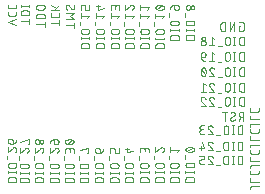
<source format=gbr>
G04 EAGLE Gerber RS-274X export*
G75*
%MOMM*%
%FSLAX34Y34*%
%LPD*%
%INSilkscreen Bottom*%
%IPPOS*%
%AMOC8*
5,1,8,0,0,1.08239X$1,22.5*%
G01*
%ADD10C,0.076200*%


D10*
X222123Y7027D02*
X216394Y7027D01*
X216316Y7025D01*
X216238Y7020D01*
X216161Y7010D01*
X216084Y6997D01*
X216008Y6981D01*
X215933Y6961D01*
X215859Y6937D01*
X215786Y6910D01*
X215714Y6879D01*
X215644Y6845D01*
X215576Y6808D01*
X215509Y6767D01*
X215444Y6723D01*
X215382Y6677D01*
X215322Y6627D01*
X215264Y6575D01*
X215209Y6520D01*
X215157Y6462D01*
X215107Y6402D01*
X215061Y6340D01*
X215017Y6275D01*
X214976Y6209D01*
X214939Y6140D01*
X214905Y6070D01*
X214874Y5998D01*
X214847Y5925D01*
X214823Y5851D01*
X214803Y5776D01*
X214787Y5700D01*
X214774Y5623D01*
X214764Y5546D01*
X214759Y5468D01*
X214757Y5390D01*
X214757Y4572D01*
X214757Y10721D02*
X222123Y10721D01*
X214757Y10721D02*
X214757Y13995D01*
X214757Y18415D02*
X214757Y20052D01*
X214757Y18415D02*
X214759Y18337D01*
X214764Y18259D01*
X214774Y18182D01*
X214787Y18105D01*
X214803Y18029D01*
X214823Y17954D01*
X214847Y17880D01*
X214874Y17807D01*
X214905Y17735D01*
X214939Y17665D01*
X214976Y17597D01*
X215017Y17530D01*
X215061Y17465D01*
X215107Y17403D01*
X215157Y17343D01*
X215209Y17285D01*
X215264Y17230D01*
X215322Y17178D01*
X215382Y17128D01*
X215444Y17082D01*
X215509Y17038D01*
X215576Y16997D01*
X215644Y16960D01*
X215714Y16926D01*
X215786Y16895D01*
X215859Y16868D01*
X215933Y16844D01*
X216008Y16824D01*
X216084Y16808D01*
X216161Y16795D01*
X216238Y16785D01*
X216316Y16780D01*
X216394Y16778D01*
X216394Y16779D02*
X220486Y16779D01*
X220486Y16778D02*
X220564Y16780D01*
X220642Y16785D01*
X220719Y16795D01*
X220796Y16808D01*
X220872Y16824D01*
X220947Y16844D01*
X221021Y16868D01*
X221094Y16895D01*
X221166Y16926D01*
X221236Y16960D01*
X221305Y16997D01*
X221371Y17038D01*
X221436Y17082D01*
X221498Y17128D01*
X221558Y17178D01*
X221616Y17230D01*
X221671Y17285D01*
X221723Y17343D01*
X221773Y17403D01*
X221819Y17465D01*
X221863Y17530D01*
X221904Y17597D01*
X221941Y17665D01*
X221975Y17735D01*
X222006Y17807D01*
X222033Y17880D01*
X222057Y17954D01*
X222077Y18029D01*
X222093Y18105D01*
X222106Y18182D01*
X222116Y18259D01*
X222121Y18337D01*
X222123Y18415D01*
X222123Y20052D01*
X222123Y24584D02*
X216394Y24584D01*
X216316Y24582D01*
X216238Y24577D01*
X216161Y24567D01*
X216084Y24554D01*
X216008Y24538D01*
X215933Y24518D01*
X215859Y24494D01*
X215786Y24467D01*
X215714Y24436D01*
X215644Y24402D01*
X215576Y24365D01*
X215509Y24324D01*
X215444Y24280D01*
X215382Y24234D01*
X215322Y24184D01*
X215264Y24132D01*
X215209Y24077D01*
X215157Y24019D01*
X215107Y23959D01*
X215061Y23897D01*
X215017Y23832D01*
X214976Y23766D01*
X214939Y23697D01*
X214905Y23627D01*
X214874Y23555D01*
X214847Y23482D01*
X214823Y23408D01*
X214803Y23333D01*
X214787Y23257D01*
X214774Y23180D01*
X214764Y23103D01*
X214759Y23025D01*
X214757Y22947D01*
X214757Y22128D01*
X214757Y28278D02*
X222123Y28278D01*
X214757Y28278D02*
X214757Y31551D01*
X214757Y35972D02*
X214757Y37609D01*
X214757Y35972D02*
X214759Y35894D01*
X214764Y35816D01*
X214774Y35739D01*
X214787Y35662D01*
X214803Y35586D01*
X214823Y35511D01*
X214847Y35437D01*
X214874Y35364D01*
X214905Y35292D01*
X214939Y35222D01*
X214976Y35154D01*
X215017Y35087D01*
X215061Y35022D01*
X215107Y34960D01*
X215157Y34900D01*
X215209Y34842D01*
X215264Y34787D01*
X215322Y34735D01*
X215382Y34685D01*
X215444Y34639D01*
X215509Y34595D01*
X215576Y34554D01*
X215644Y34517D01*
X215714Y34483D01*
X215786Y34452D01*
X215859Y34425D01*
X215933Y34401D01*
X216008Y34381D01*
X216084Y34365D01*
X216161Y34352D01*
X216238Y34342D01*
X216316Y34337D01*
X216394Y34335D01*
X220486Y34335D01*
X220564Y34337D01*
X220642Y34342D01*
X220719Y34352D01*
X220796Y34365D01*
X220872Y34381D01*
X220947Y34401D01*
X221021Y34425D01*
X221094Y34452D01*
X221166Y34483D01*
X221236Y34517D01*
X221305Y34554D01*
X221371Y34595D01*
X221436Y34639D01*
X221498Y34685D01*
X221558Y34735D01*
X221616Y34787D01*
X221671Y34842D01*
X221723Y34900D01*
X221773Y34960D01*
X221819Y35022D01*
X221863Y35087D01*
X221904Y35154D01*
X221941Y35222D01*
X221975Y35292D01*
X222006Y35364D01*
X222033Y35437D01*
X222057Y35511D01*
X222077Y35586D01*
X222093Y35662D01*
X222106Y35739D01*
X222116Y35816D01*
X222121Y35894D01*
X222123Y35972D01*
X222123Y37609D01*
X222123Y42140D02*
X216394Y42140D01*
X216316Y42138D01*
X216238Y42133D01*
X216161Y42123D01*
X216084Y42110D01*
X216008Y42094D01*
X215933Y42074D01*
X215859Y42050D01*
X215786Y42023D01*
X215714Y41992D01*
X215644Y41958D01*
X215576Y41921D01*
X215509Y41880D01*
X215444Y41836D01*
X215382Y41790D01*
X215322Y41740D01*
X215264Y41688D01*
X215209Y41633D01*
X215157Y41575D01*
X215107Y41515D01*
X215061Y41453D01*
X215017Y41388D01*
X214976Y41322D01*
X214939Y41253D01*
X214905Y41183D01*
X214874Y41111D01*
X214847Y41038D01*
X214823Y40964D01*
X214803Y40889D01*
X214787Y40813D01*
X214774Y40736D01*
X214764Y40659D01*
X214759Y40581D01*
X214757Y40503D01*
X214757Y39685D01*
X214757Y45834D02*
X222123Y45834D01*
X214757Y45834D02*
X214757Y49108D01*
X214757Y53528D02*
X214757Y55165D01*
X214757Y53528D02*
X214759Y53450D01*
X214764Y53372D01*
X214774Y53295D01*
X214787Y53218D01*
X214803Y53142D01*
X214823Y53067D01*
X214847Y52993D01*
X214874Y52920D01*
X214905Y52848D01*
X214939Y52778D01*
X214976Y52710D01*
X215017Y52643D01*
X215061Y52578D01*
X215107Y52516D01*
X215157Y52456D01*
X215209Y52398D01*
X215264Y52343D01*
X215322Y52291D01*
X215382Y52241D01*
X215444Y52195D01*
X215509Y52151D01*
X215576Y52110D01*
X215644Y52073D01*
X215714Y52039D01*
X215786Y52008D01*
X215859Y51981D01*
X215933Y51957D01*
X216008Y51937D01*
X216084Y51921D01*
X216161Y51908D01*
X216238Y51898D01*
X216316Y51893D01*
X216394Y51891D01*
X220486Y51891D01*
X220564Y51893D01*
X220642Y51898D01*
X220719Y51908D01*
X220796Y51921D01*
X220872Y51937D01*
X220947Y51957D01*
X221021Y51981D01*
X221094Y52008D01*
X221166Y52039D01*
X221236Y52073D01*
X221305Y52110D01*
X221371Y52151D01*
X221436Y52195D01*
X221498Y52241D01*
X221558Y52291D01*
X221616Y52343D01*
X221671Y52398D01*
X221723Y52456D01*
X221773Y52516D01*
X221819Y52578D01*
X221863Y52643D01*
X221904Y52710D01*
X221941Y52778D01*
X221975Y52848D01*
X222006Y52920D01*
X222033Y52993D01*
X222057Y53067D01*
X222077Y53142D01*
X222093Y53218D01*
X222106Y53295D01*
X222116Y53372D01*
X222121Y53450D01*
X222123Y53528D01*
X222123Y55165D01*
X222123Y59696D02*
X216394Y59696D01*
X216394Y59697D02*
X216316Y59695D01*
X216238Y59690D01*
X216161Y59680D01*
X216084Y59667D01*
X216008Y59651D01*
X215933Y59631D01*
X215859Y59607D01*
X215786Y59580D01*
X215714Y59549D01*
X215644Y59515D01*
X215576Y59478D01*
X215509Y59437D01*
X215444Y59393D01*
X215382Y59347D01*
X215322Y59297D01*
X215264Y59245D01*
X215209Y59190D01*
X215157Y59132D01*
X215107Y59072D01*
X215061Y59010D01*
X215017Y58945D01*
X214976Y58879D01*
X214939Y58810D01*
X214905Y58740D01*
X214874Y58668D01*
X214847Y58595D01*
X214823Y58521D01*
X214803Y58446D01*
X214787Y58370D01*
X214774Y58293D01*
X214764Y58216D01*
X214759Y58138D01*
X214757Y58060D01*
X214757Y57241D01*
X214757Y63390D02*
X222123Y63390D01*
X214757Y63390D02*
X214757Y66664D01*
X214757Y71085D02*
X214757Y72721D01*
X214757Y71085D02*
X214759Y71007D01*
X214764Y70929D01*
X214774Y70852D01*
X214787Y70775D01*
X214803Y70699D01*
X214823Y70624D01*
X214847Y70550D01*
X214874Y70477D01*
X214905Y70405D01*
X214939Y70335D01*
X214976Y70267D01*
X215017Y70200D01*
X215061Y70135D01*
X215107Y70073D01*
X215157Y70013D01*
X215209Y69955D01*
X215264Y69900D01*
X215322Y69848D01*
X215382Y69798D01*
X215444Y69752D01*
X215509Y69708D01*
X215576Y69667D01*
X215644Y69630D01*
X215714Y69596D01*
X215786Y69565D01*
X215859Y69538D01*
X215933Y69514D01*
X216008Y69494D01*
X216084Y69478D01*
X216161Y69465D01*
X216238Y69455D01*
X216316Y69450D01*
X216394Y69448D01*
X220486Y69448D01*
X220564Y69450D01*
X220642Y69455D01*
X220719Y69465D01*
X220796Y69478D01*
X220872Y69494D01*
X220947Y69514D01*
X221021Y69538D01*
X221094Y69565D01*
X221166Y69596D01*
X221236Y69630D01*
X221305Y69667D01*
X221371Y69708D01*
X221436Y69752D01*
X221498Y69798D01*
X221558Y69848D01*
X221616Y69900D01*
X221671Y69955D01*
X221723Y70013D01*
X221773Y70073D01*
X221819Y70135D01*
X221863Y70200D01*
X221904Y70267D01*
X221941Y70335D01*
X221975Y70405D01*
X222006Y70477D01*
X222033Y70550D01*
X222057Y70624D01*
X222077Y70699D01*
X222093Y70775D01*
X222106Y70852D01*
X222116Y70929D01*
X222121Y71007D01*
X222123Y71085D01*
X222123Y72721D01*
X17018Y143584D02*
X9652Y146039D01*
X17018Y148495D01*
X9652Y152922D02*
X9652Y154559D01*
X9652Y152922D02*
X9654Y152844D01*
X9659Y152766D01*
X9669Y152689D01*
X9682Y152612D01*
X9698Y152536D01*
X9718Y152461D01*
X9742Y152387D01*
X9769Y152314D01*
X9800Y152242D01*
X9834Y152172D01*
X9871Y152104D01*
X9912Y152037D01*
X9956Y151972D01*
X10002Y151910D01*
X10052Y151850D01*
X10104Y151792D01*
X10159Y151737D01*
X10217Y151685D01*
X10277Y151635D01*
X10339Y151589D01*
X10404Y151545D01*
X10470Y151504D01*
X10539Y151467D01*
X10609Y151433D01*
X10681Y151402D01*
X10754Y151375D01*
X10828Y151351D01*
X10903Y151331D01*
X10979Y151315D01*
X11056Y151302D01*
X11133Y151292D01*
X11211Y151287D01*
X11289Y151285D01*
X15381Y151285D01*
X15459Y151287D01*
X15537Y151292D01*
X15614Y151302D01*
X15691Y151315D01*
X15767Y151331D01*
X15842Y151351D01*
X15916Y151375D01*
X15989Y151402D01*
X16061Y151433D01*
X16131Y151467D01*
X16200Y151504D01*
X16266Y151545D01*
X16331Y151589D01*
X16393Y151635D01*
X16453Y151685D01*
X16511Y151737D01*
X16566Y151792D01*
X16618Y151850D01*
X16668Y151910D01*
X16714Y151972D01*
X16758Y152037D01*
X16799Y152104D01*
X16836Y152172D01*
X16870Y152242D01*
X16901Y152314D01*
X16928Y152387D01*
X16952Y152461D01*
X16972Y152536D01*
X16988Y152612D01*
X17001Y152689D01*
X17011Y152766D01*
X17016Y152844D01*
X17018Y152922D01*
X17018Y154559D01*
X9652Y159018D02*
X9652Y160655D01*
X9652Y159018D02*
X9654Y158940D01*
X9659Y158862D01*
X9669Y158785D01*
X9682Y158708D01*
X9698Y158632D01*
X9718Y158557D01*
X9742Y158483D01*
X9769Y158410D01*
X9800Y158338D01*
X9834Y158268D01*
X9871Y158200D01*
X9912Y158133D01*
X9956Y158068D01*
X10002Y158006D01*
X10052Y157946D01*
X10104Y157888D01*
X10159Y157833D01*
X10217Y157781D01*
X10277Y157731D01*
X10339Y157685D01*
X10404Y157641D01*
X10470Y157600D01*
X10539Y157563D01*
X10609Y157529D01*
X10681Y157498D01*
X10754Y157471D01*
X10828Y157447D01*
X10903Y157427D01*
X10979Y157411D01*
X11056Y157398D01*
X11133Y157388D01*
X11211Y157383D01*
X11289Y157381D01*
X15381Y157381D01*
X15459Y157383D01*
X15537Y157388D01*
X15614Y157398D01*
X15691Y157411D01*
X15767Y157427D01*
X15842Y157447D01*
X15916Y157471D01*
X15989Y157498D01*
X16061Y157529D01*
X16131Y157563D01*
X16200Y157600D01*
X16266Y157641D01*
X16331Y157685D01*
X16393Y157731D01*
X16453Y157781D01*
X16511Y157833D01*
X16566Y157888D01*
X16618Y157946D01*
X16668Y158006D01*
X16714Y158068D01*
X16758Y158133D01*
X16799Y158200D01*
X16836Y158268D01*
X16870Y158338D01*
X16901Y158410D01*
X16928Y158483D01*
X16952Y158557D01*
X16972Y158632D01*
X16988Y158708D01*
X17001Y158785D01*
X17011Y158862D01*
X17016Y158940D01*
X17018Y159018D01*
X17018Y160655D01*
X209550Y82423D02*
X209550Y75057D01*
X209550Y82423D02*
X207504Y82423D01*
X207415Y82421D01*
X207326Y82415D01*
X207237Y82405D01*
X207149Y82392D01*
X207061Y82375D01*
X206974Y82353D01*
X206889Y82328D01*
X206804Y82300D01*
X206721Y82267D01*
X206639Y82231D01*
X206559Y82192D01*
X206481Y82149D01*
X206405Y82103D01*
X206330Y82053D01*
X206258Y82000D01*
X206189Y81944D01*
X206122Y81885D01*
X206057Y81824D01*
X205996Y81759D01*
X205937Y81692D01*
X205881Y81623D01*
X205828Y81551D01*
X205778Y81476D01*
X205732Y81400D01*
X205689Y81322D01*
X205650Y81242D01*
X205614Y81160D01*
X205581Y81077D01*
X205553Y80992D01*
X205528Y80907D01*
X205506Y80820D01*
X205489Y80732D01*
X205476Y80644D01*
X205466Y80555D01*
X205460Y80466D01*
X205458Y80377D01*
X205458Y77103D01*
X205460Y77014D01*
X205466Y76925D01*
X205476Y76836D01*
X205489Y76748D01*
X205506Y76660D01*
X205528Y76573D01*
X205553Y76488D01*
X205581Y76403D01*
X205614Y76320D01*
X205650Y76238D01*
X205689Y76158D01*
X205732Y76080D01*
X205778Y76004D01*
X205828Y75929D01*
X205881Y75857D01*
X205937Y75788D01*
X205996Y75721D01*
X206057Y75656D01*
X206122Y75595D01*
X206189Y75536D01*
X206258Y75480D01*
X206330Y75427D01*
X206405Y75377D01*
X206481Y75331D01*
X206559Y75288D01*
X206639Y75249D01*
X206721Y75213D01*
X206804Y75180D01*
X206889Y75152D01*
X206974Y75127D01*
X207061Y75105D01*
X207149Y75088D01*
X207237Y75075D01*
X207326Y75065D01*
X207415Y75059D01*
X207504Y75057D01*
X209550Y75057D01*
X201408Y75057D02*
X201408Y82423D01*
X202226Y75057D02*
X200589Y75057D01*
X200589Y82423D02*
X202226Y82423D01*
X197602Y80377D02*
X197602Y77103D01*
X197602Y80377D02*
X197600Y80466D01*
X197594Y80555D01*
X197584Y80644D01*
X197571Y80732D01*
X197554Y80820D01*
X197532Y80907D01*
X197507Y80992D01*
X197479Y81077D01*
X197446Y81160D01*
X197410Y81242D01*
X197371Y81322D01*
X197328Y81400D01*
X197282Y81476D01*
X197232Y81551D01*
X197179Y81623D01*
X197123Y81692D01*
X197064Y81759D01*
X197003Y81824D01*
X196938Y81885D01*
X196871Y81944D01*
X196802Y82000D01*
X196730Y82053D01*
X196655Y82103D01*
X196579Y82149D01*
X196501Y82192D01*
X196421Y82231D01*
X196339Y82267D01*
X196256Y82300D01*
X196171Y82328D01*
X196086Y82353D01*
X195999Y82375D01*
X195911Y82392D01*
X195823Y82405D01*
X195734Y82415D01*
X195645Y82421D01*
X195556Y82423D01*
X195467Y82421D01*
X195378Y82415D01*
X195289Y82405D01*
X195201Y82392D01*
X195113Y82375D01*
X195026Y82353D01*
X194941Y82328D01*
X194856Y82300D01*
X194773Y82267D01*
X194691Y82231D01*
X194611Y82192D01*
X194533Y82149D01*
X194457Y82103D01*
X194382Y82053D01*
X194310Y82000D01*
X194241Y81944D01*
X194174Y81885D01*
X194109Y81824D01*
X194048Y81759D01*
X193989Y81692D01*
X193933Y81623D01*
X193880Y81551D01*
X193830Y81476D01*
X193784Y81400D01*
X193741Y81322D01*
X193702Y81242D01*
X193666Y81160D01*
X193633Y81077D01*
X193605Y80992D01*
X193580Y80907D01*
X193558Y80820D01*
X193541Y80732D01*
X193528Y80644D01*
X193518Y80555D01*
X193512Y80466D01*
X193510Y80377D01*
X193510Y77103D01*
X193512Y77014D01*
X193518Y76925D01*
X193528Y76836D01*
X193541Y76748D01*
X193558Y76660D01*
X193580Y76573D01*
X193605Y76488D01*
X193633Y76403D01*
X193666Y76320D01*
X193702Y76238D01*
X193741Y76158D01*
X193784Y76080D01*
X193830Y76004D01*
X193880Y75929D01*
X193933Y75857D01*
X193989Y75788D01*
X194048Y75721D01*
X194109Y75656D01*
X194174Y75595D01*
X194241Y75536D01*
X194310Y75480D01*
X194382Y75427D01*
X194457Y75377D01*
X194533Y75331D01*
X194611Y75288D01*
X194691Y75249D01*
X194773Y75213D01*
X194856Y75180D01*
X194941Y75152D01*
X195026Y75127D01*
X195113Y75105D01*
X195201Y75088D01*
X195289Y75075D01*
X195378Y75065D01*
X195467Y75059D01*
X195556Y75057D01*
X195645Y75059D01*
X195734Y75065D01*
X195823Y75075D01*
X195911Y75088D01*
X195999Y75105D01*
X196086Y75127D01*
X196171Y75152D01*
X196256Y75180D01*
X196339Y75213D01*
X196421Y75249D01*
X196501Y75288D01*
X196579Y75331D01*
X196655Y75377D01*
X196730Y75427D01*
X196802Y75480D01*
X196871Y75536D01*
X196938Y75595D01*
X197003Y75656D01*
X197064Y75721D01*
X197123Y75788D01*
X197179Y75857D01*
X197232Y75929D01*
X197282Y76004D01*
X197328Y76080D01*
X197371Y76158D01*
X197410Y76238D01*
X197446Y76320D01*
X197479Y76403D01*
X197507Y76488D01*
X197532Y76573D01*
X197554Y76660D01*
X197571Y76748D01*
X197584Y76836D01*
X197594Y76925D01*
X197600Y77014D01*
X197602Y77103D01*
X190609Y74239D02*
X187335Y74239D01*
X180342Y80582D02*
X180344Y80667D01*
X180350Y80752D01*
X180360Y80836D01*
X180373Y80920D01*
X180391Y81004D01*
X180412Y81086D01*
X180437Y81167D01*
X180466Y81247D01*
X180499Y81326D01*
X180535Y81403D01*
X180575Y81478D01*
X180618Y81552D01*
X180664Y81623D01*
X180714Y81692D01*
X180767Y81759D01*
X180823Y81823D01*
X180882Y81884D01*
X180943Y81943D01*
X181007Y81999D01*
X181074Y82052D01*
X181143Y82102D01*
X181214Y82148D01*
X181288Y82191D01*
X181363Y82231D01*
X181440Y82267D01*
X181519Y82300D01*
X181599Y82329D01*
X181680Y82354D01*
X181762Y82375D01*
X181846Y82393D01*
X181930Y82406D01*
X182014Y82416D01*
X182099Y82422D01*
X182184Y82424D01*
X182184Y82423D02*
X182280Y82421D01*
X182376Y82415D01*
X182471Y82405D01*
X182566Y82392D01*
X182661Y82374D01*
X182754Y82353D01*
X182847Y82328D01*
X182938Y82299D01*
X183029Y82267D01*
X183118Y82231D01*
X183205Y82191D01*
X183291Y82148D01*
X183375Y82102D01*
X183457Y82052D01*
X183537Y81998D01*
X183614Y81942D01*
X183689Y81882D01*
X183762Y81820D01*
X183832Y81754D01*
X183900Y81686D01*
X183965Y81615D01*
X184026Y81542D01*
X184085Y81466D01*
X184141Y81387D01*
X184193Y81307D01*
X184242Y81224D01*
X184288Y81140D01*
X184330Y81054D01*
X184368Y80966D01*
X184403Y80877D01*
X184435Y80786D01*
X180956Y79150D02*
X180896Y79209D01*
X180839Y79271D01*
X180784Y79335D01*
X180733Y79402D01*
X180684Y79471D01*
X180638Y79541D01*
X180595Y79614D01*
X180555Y79688D01*
X180519Y79764D01*
X180486Y79842D01*
X180456Y79921D01*
X180429Y80001D01*
X180406Y80082D01*
X180387Y80164D01*
X180371Y80246D01*
X180358Y80330D01*
X180349Y80414D01*
X180344Y80498D01*
X180342Y80582D01*
X180956Y79149D02*
X184435Y75057D01*
X180342Y75057D01*
X173027Y80582D02*
X173029Y80667D01*
X173035Y80752D01*
X173045Y80836D01*
X173058Y80920D01*
X173076Y81004D01*
X173097Y81086D01*
X173122Y81167D01*
X173151Y81247D01*
X173184Y81326D01*
X173220Y81403D01*
X173260Y81478D01*
X173303Y81552D01*
X173349Y81623D01*
X173399Y81692D01*
X173452Y81759D01*
X173508Y81823D01*
X173567Y81884D01*
X173628Y81943D01*
X173692Y81999D01*
X173759Y82052D01*
X173828Y82102D01*
X173899Y82148D01*
X173973Y82191D01*
X174048Y82231D01*
X174125Y82267D01*
X174204Y82300D01*
X174284Y82329D01*
X174365Y82354D01*
X174447Y82375D01*
X174531Y82393D01*
X174615Y82406D01*
X174699Y82416D01*
X174784Y82422D01*
X174869Y82424D01*
X174869Y82423D02*
X174965Y82421D01*
X175061Y82415D01*
X175156Y82405D01*
X175251Y82392D01*
X175346Y82374D01*
X175439Y82353D01*
X175532Y82328D01*
X175623Y82299D01*
X175714Y82267D01*
X175803Y82231D01*
X175890Y82191D01*
X175976Y82148D01*
X176060Y82102D01*
X176142Y82052D01*
X176222Y81998D01*
X176299Y81942D01*
X176374Y81882D01*
X176447Y81820D01*
X176517Y81754D01*
X176585Y81686D01*
X176650Y81615D01*
X176711Y81542D01*
X176770Y81466D01*
X176826Y81387D01*
X176878Y81307D01*
X176927Y81224D01*
X176973Y81140D01*
X177015Y81054D01*
X177053Y80966D01*
X177088Y80877D01*
X177120Y80786D01*
X173641Y79150D02*
X173581Y79209D01*
X173524Y79271D01*
X173469Y79335D01*
X173418Y79402D01*
X173369Y79471D01*
X173323Y79541D01*
X173280Y79614D01*
X173240Y79688D01*
X173204Y79764D01*
X173171Y79842D01*
X173141Y79921D01*
X173114Y80001D01*
X173091Y80082D01*
X173072Y80164D01*
X173056Y80246D01*
X173043Y80330D01*
X173034Y80414D01*
X173029Y80498D01*
X173027Y80582D01*
X173641Y79149D02*
X177119Y75057D01*
X173027Y75057D01*
X209550Y86995D02*
X209550Y94361D01*
X207504Y94361D01*
X207415Y94359D01*
X207326Y94353D01*
X207237Y94343D01*
X207149Y94330D01*
X207061Y94313D01*
X206974Y94291D01*
X206889Y94266D01*
X206804Y94238D01*
X206721Y94205D01*
X206639Y94169D01*
X206559Y94130D01*
X206481Y94087D01*
X206405Y94041D01*
X206330Y93991D01*
X206258Y93938D01*
X206189Y93882D01*
X206122Y93823D01*
X206057Y93762D01*
X205996Y93697D01*
X205937Y93630D01*
X205881Y93561D01*
X205828Y93489D01*
X205778Y93414D01*
X205732Y93338D01*
X205689Y93260D01*
X205650Y93180D01*
X205614Y93098D01*
X205581Y93015D01*
X205553Y92930D01*
X205528Y92845D01*
X205506Y92758D01*
X205489Y92670D01*
X205476Y92582D01*
X205466Y92493D01*
X205460Y92404D01*
X205458Y92315D01*
X205458Y89041D01*
X205460Y88952D01*
X205466Y88863D01*
X205476Y88774D01*
X205489Y88686D01*
X205506Y88598D01*
X205528Y88511D01*
X205553Y88426D01*
X205581Y88341D01*
X205614Y88258D01*
X205650Y88176D01*
X205689Y88096D01*
X205732Y88018D01*
X205778Y87942D01*
X205828Y87867D01*
X205881Y87795D01*
X205937Y87726D01*
X205996Y87659D01*
X206057Y87594D01*
X206122Y87533D01*
X206189Y87474D01*
X206258Y87418D01*
X206330Y87365D01*
X206405Y87315D01*
X206481Y87269D01*
X206559Y87226D01*
X206639Y87187D01*
X206721Y87151D01*
X206804Y87118D01*
X206889Y87090D01*
X206974Y87065D01*
X207061Y87043D01*
X207149Y87026D01*
X207237Y87013D01*
X207326Y87003D01*
X207415Y86997D01*
X207504Y86995D01*
X209550Y86995D01*
X201408Y86995D02*
X201408Y94361D01*
X202226Y86995D02*
X200589Y86995D01*
X200589Y94361D02*
X202226Y94361D01*
X197602Y92315D02*
X197602Y89041D01*
X197602Y92315D02*
X197600Y92404D01*
X197594Y92493D01*
X197584Y92582D01*
X197571Y92670D01*
X197554Y92758D01*
X197532Y92845D01*
X197507Y92930D01*
X197479Y93015D01*
X197446Y93098D01*
X197410Y93180D01*
X197371Y93260D01*
X197328Y93338D01*
X197282Y93414D01*
X197232Y93489D01*
X197179Y93561D01*
X197123Y93630D01*
X197064Y93697D01*
X197003Y93762D01*
X196938Y93823D01*
X196871Y93882D01*
X196802Y93938D01*
X196730Y93991D01*
X196655Y94041D01*
X196579Y94087D01*
X196501Y94130D01*
X196421Y94169D01*
X196339Y94205D01*
X196256Y94238D01*
X196171Y94266D01*
X196086Y94291D01*
X195999Y94313D01*
X195911Y94330D01*
X195823Y94343D01*
X195734Y94353D01*
X195645Y94359D01*
X195556Y94361D01*
X195467Y94359D01*
X195378Y94353D01*
X195289Y94343D01*
X195201Y94330D01*
X195113Y94313D01*
X195026Y94291D01*
X194941Y94266D01*
X194856Y94238D01*
X194773Y94205D01*
X194691Y94169D01*
X194611Y94130D01*
X194533Y94087D01*
X194457Y94041D01*
X194382Y93991D01*
X194310Y93938D01*
X194241Y93882D01*
X194174Y93823D01*
X194109Y93762D01*
X194048Y93697D01*
X193989Y93630D01*
X193933Y93561D01*
X193880Y93489D01*
X193830Y93414D01*
X193784Y93338D01*
X193741Y93260D01*
X193702Y93180D01*
X193666Y93098D01*
X193633Y93015D01*
X193605Y92930D01*
X193580Y92845D01*
X193558Y92758D01*
X193541Y92670D01*
X193528Y92582D01*
X193518Y92493D01*
X193512Y92404D01*
X193510Y92315D01*
X193510Y89041D01*
X193512Y88952D01*
X193518Y88863D01*
X193528Y88774D01*
X193541Y88686D01*
X193558Y88598D01*
X193580Y88511D01*
X193605Y88426D01*
X193633Y88341D01*
X193666Y88258D01*
X193702Y88176D01*
X193741Y88096D01*
X193784Y88018D01*
X193830Y87942D01*
X193880Y87867D01*
X193933Y87795D01*
X193989Y87726D01*
X194048Y87659D01*
X194109Y87594D01*
X194174Y87533D01*
X194241Y87474D01*
X194310Y87418D01*
X194382Y87365D01*
X194457Y87315D01*
X194533Y87269D01*
X194611Y87226D01*
X194691Y87187D01*
X194773Y87151D01*
X194856Y87118D01*
X194941Y87090D01*
X195026Y87065D01*
X195113Y87043D01*
X195201Y87026D01*
X195289Y87013D01*
X195378Y87003D01*
X195467Y86997D01*
X195556Y86995D01*
X195645Y86997D01*
X195734Y87003D01*
X195823Y87013D01*
X195911Y87026D01*
X195999Y87043D01*
X196086Y87065D01*
X196171Y87090D01*
X196256Y87118D01*
X196339Y87151D01*
X196421Y87187D01*
X196501Y87226D01*
X196579Y87269D01*
X196655Y87315D01*
X196730Y87365D01*
X196802Y87418D01*
X196871Y87474D01*
X196938Y87533D01*
X197003Y87594D01*
X197064Y87659D01*
X197123Y87726D01*
X197179Y87795D01*
X197232Y87867D01*
X197282Y87942D01*
X197328Y88018D01*
X197371Y88096D01*
X197410Y88176D01*
X197446Y88258D01*
X197479Y88341D01*
X197507Y88426D01*
X197532Y88511D01*
X197554Y88598D01*
X197571Y88686D01*
X197584Y88774D01*
X197594Y88863D01*
X197600Y88952D01*
X197602Y89041D01*
X190609Y86177D02*
X187335Y86177D01*
X180342Y92520D02*
X180344Y92605D01*
X180350Y92690D01*
X180360Y92774D01*
X180373Y92858D01*
X180391Y92942D01*
X180412Y93024D01*
X180437Y93105D01*
X180466Y93185D01*
X180499Y93264D01*
X180535Y93341D01*
X180575Y93416D01*
X180618Y93490D01*
X180664Y93561D01*
X180714Y93630D01*
X180767Y93697D01*
X180823Y93761D01*
X180882Y93822D01*
X180943Y93881D01*
X181007Y93937D01*
X181074Y93990D01*
X181143Y94040D01*
X181214Y94086D01*
X181288Y94129D01*
X181363Y94169D01*
X181440Y94205D01*
X181519Y94238D01*
X181599Y94267D01*
X181680Y94292D01*
X181762Y94313D01*
X181846Y94331D01*
X181930Y94344D01*
X182014Y94354D01*
X182099Y94360D01*
X182184Y94362D01*
X182184Y94361D02*
X182280Y94359D01*
X182376Y94353D01*
X182471Y94343D01*
X182566Y94330D01*
X182661Y94312D01*
X182754Y94291D01*
X182847Y94266D01*
X182938Y94237D01*
X183029Y94205D01*
X183118Y94169D01*
X183205Y94129D01*
X183291Y94086D01*
X183375Y94040D01*
X183457Y93990D01*
X183537Y93936D01*
X183614Y93880D01*
X183689Y93820D01*
X183762Y93758D01*
X183832Y93692D01*
X183900Y93624D01*
X183965Y93553D01*
X184026Y93480D01*
X184085Y93404D01*
X184141Y93325D01*
X184193Y93245D01*
X184242Y93162D01*
X184288Y93078D01*
X184330Y92992D01*
X184368Y92904D01*
X184403Y92815D01*
X184435Y92724D01*
X180956Y91088D02*
X180896Y91147D01*
X180839Y91209D01*
X180784Y91273D01*
X180733Y91340D01*
X180684Y91409D01*
X180638Y91479D01*
X180595Y91552D01*
X180555Y91626D01*
X180519Y91702D01*
X180486Y91780D01*
X180456Y91859D01*
X180429Y91939D01*
X180406Y92020D01*
X180387Y92102D01*
X180371Y92184D01*
X180358Y92268D01*
X180349Y92352D01*
X180344Y92436D01*
X180342Y92520D01*
X180956Y91087D02*
X184435Y86995D01*
X180342Y86995D01*
X177119Y92724D02*
X175073Y94361D01*
X175073Y86995D01*
X177119Y86995D02*
X173027Y86995D01*
X209677Y100076D02*
X209677Y107442D01*
X207631Y107442D01*
X207542Y107440D01*
X207453Y107434D01*
X207364Y107424D01*
X207276Y107411D01*
X207188Y107394D01*
X207101Y107372D01*
X207016Y107347D01*
X206931Y107319D01*
X206848Y107286D01*
X206766Y107250D01*
X206686Y107211D01*
X206608Y107168D01*
X206532Y107122D01*
X206457Y107072D01*
X206385Y107019D01*
X206316Y106963D01*
X206249Y106904D01*
X206184Y106843D01*
X206123Y106778D01*
X206064Y106711D01*
X206008Y106642D01*
X205955Y106570D01*
X205905Y106495D01*
X205859Y106419D01*
X205816Y106341D01*
X205777Y106261D01*
X205741Y106179D01*
X205708Y106096D01*
X205680Y106011D01*
X205655Y105926D01*
X205633Y105839D01*
X205616Y105751D01*
X205603Y105663D01*
X205593Y105574D01*
X205587Y105485D01*
X205585Y105396D01*
X205585Y102122D01*
X205587Y102033D01*
X205593Y101944D01*
X205603Y101855D01*
X205616Y101767D01*
X205633Y101679D01*
X205655Y101592D01*
X205680Y101507D01*
X205708Y101422D01*
X205741Y101339D01*
X205777Y101257D01*
X205816Y101177D01*
X205859Y101099D01*
X205905Y101023D01*
X205955Y100948D01*
X206008Y100876D01*
X206064Y100807D01*
X206123Y100740D01*
X206184Y100675D01*
X206249Y100614D01*
X206316Y100555D01*
X206385Y100499D01*
X206457Y100446D01*
X206532Y100396D01*
X206608Y100350D01*
X206686Y100307D01*
X206766Y100268D01*
X206848Y100232D01*
X206931Y100199D01*
X207016Y100171D01*
X207101Y100146D01*
X207188Y100124D01*
X207276Y100107D01*
X207364Y100094D01*
X207453Y100084D01*
X207542Y100078D01*
X207631Y100076D01*
X209677Y100076D01*
X201535Y100076D02*
X201535Y107442D01*
X202353Y100076D02*
X200716Y100076D01*
X200716Y107442D02*
X202353Y107442D01*
X197729Y105396D02*
X197729Y102122D01*
X197729Y105396D02*
X197727Y105485D01*
X197721Y105574D01*
X197711Y105663D01*
X197698Y105751D01*
X197681Y105839D01*
X197659Y105926D01*
X197634Y106011D01*
X197606Y106096D01*
X197573Y106179D01*
X197537Y106261D01*
X197498Y106341D01*
X197455Y106419D01*
X197409Y106495D01*
X197359Y106570D01*
X197306Y106642D01*
X197250Y106711D01*
X197191Y106778D01*
X197130Y106843D01*
X197065Y106904D01*
X196998Y106963D01*
X196929Y107019D01*
X196857Y107072D01*
X196782Y107122D01*
X196706Y107168D01*
X196628Y107211D01*
X196548Y107250D01*
X196466Y107286D01*
X196383Y107319D01*
X196298Y107347D01*
X196213Y107372D01*
X196126Y107394D01*
X196038Y107411D01*
X195950Y107424D01*
X195861Y107434D01*
X195772Y107440D01*
X195683Y107442D01*
X195594Y107440D01*
X195505Y107434D01*
X195416Y107424D01*
X195328Y107411D01*
X195240Y107394D01*
X195153Y107372D01*
X195068Y107347D01*
X194983Y107319D01*
X194900Y107286D01*
X194818Y107250D01*
X194738Y107211D01*
X194660Y107168D01*
X194584Y107122D01*
X194509Y107072D01*
X194437Y107019D01*
X194368Y106963D01*
X194301Y106904D01*
X194236Y106843D01*
X194175Y106778D01*
X194116Y106711D01*
X194060Y106642D01*
X194007Y106570D01*
X193957Y106495D01*
X193911Y106419D01*
X193868Y106341D01*
X193829Y106261D01*
X193793Y106179D01*
X193760Y106096D01*
X193732Y106011D01*
X193707Y105926D01*
X193685Y105839D01*
X193668Y105751D01*
X193655Y105663D01*
X193645Y105574D01*
X193639Y105485D01*
X193637Y105396D01*
X193637Y102122D01*
X193639Y102033D01*
X193645Y101944D01*
X193655Y101855D01*
X193668Y101767D01*
X193685Y101679D01*
X193707Y101592D01*
X193732Y101507D01*
X193760Y101422D01*
X193793Y101339D01*
X193829Y101257D01*
X193868Y101177D01*
X193911Y101099D01*
X193957Y101023D01*
X194007Y100948D01*
X194060Y100876D01*
X194116Y100807D01*
X194175Y100740D01*
X194236Y100675D01*
X194301Y100614D01*
X194368Y100555D01*
X194437Y100499D01*
X194509Y100446D01*
X194584Y100396D01*
X194660Y100350D01*
X194738Y100307D01*
X194818Y100268D01*
X194900Y100232D01*
X194983Y100199D01*
X195068Y100171D01*
X195153Y100146D01*
X195240Y100124D01*
X195328Y100107D01*
X195416Y100094D01*
X195505Y100084D01*
X195594Y100078D01*
X195683Y100076D01*
X195772Y100078D01*
X195861Y100084D01*
X195950Y100094D01*
X196038Y100107D01*
X196126Y100124D01*
X196213Y100146D01*
X196298Y100171D01*
X196383Y100199D01*
X196466Y100232D01*
X196548Y100268D01*
X196628Y100307D01*
X196706Y100350D01*
X196782Y100396D01*
X196857Y100446D01*
X196929Y100499D01*
X196998Y100555D01*
X197065Y100614D01*
X197130Y100675D01*
X197191Y100740D01*
X197250Y100807D01*
X197306Y100876D01*
X197359Y100948D01*
X197409Y101023D01*
X197455Y101099D01*
X197498Y101177D01*
X197537Y101257D01*
X197573Y101339D01*
X197606Y101422D01*
X197634Y101507D01*
X197659Y101592D01*
X197681Y101679D01*
X197698Y101767D01*
X197711Y101855D01*
X197721Y101944D01*
X197727Y102033D01*
X197729Y102122D01*
X190736Y99258D02*
X187462Y99258D01*
X180469Y105601D02*
X180471Y105686D01*
X180477Y105771D01*
X180487Y105855D01*
X180500Y105939D01*
X180518Y106023D01*
X180539Y106105D01*
X180564Y106186D01*
X180593Y106266D01*
X180626Y106345D01*
X180662Y106422D01*
X180702Y106497D01*
X180745Y106571D01*
X180791Y106642D01*
X180841Y106711D01*
X180894Y106778D01*
X180950Y106842D01*
X181009Y106903D01*
X181070Y106962D01*
X181134Y107018D01*
X181201Y107071D01*
X181270Y107121D01*
X181341Y107167D01*
X181415Y107210D01*
X181490Y107250D01*
X181567Y107286D01*
X181646Y107319D01*
X181726Y107348D01*
X181807Y107373D01*
X181889Y107394D01*
X181973Y107412D01*
X182057Y107425D01*
X182141Y107435D01*
X182226Y107441D01*
X182311Y107443D01*
X182311Y107442D02*
X182407Y107440D01*
X182503Y107434D01*
X182598Y107424D01*
X182693Y107411D01*
X182788Y107393D01*
X182881Y107372D01*
X182974Y107347D01*
X183065Y107318D01*
X183156Y107286D01*
X183245Y107250D01*
X183332Y107210D01*
X183418Y107167D01*
X183502Y107121D01*
X183584Y107071D01*
X183664Y107017D01*
X183741Y106961D01*
X183816Y106901D01*
X183889Y106839D01*
X183959Y106773D01*
X184027Y106705D01*
X184092Y106634D01*
X184153Y106561D01*
X184212Y106485D01*
X184268Y106406D01*
X184320Y106326D01*
X184369Y106243D01*
X184415Y106159D01*
X184457Y106073D01*
X184495Y105985D01*
X184530Y105896D01*
X184562Y105805D01*
X181083Y104169D02*
X181023Y104228D01*
X180966Y104290D01*
X180911Y104354D01*
X180860Y104421D01*
X180811Y104490D01*
X180765Y104560D01*
X180722Y104633D01*
X180682Y104707D01*
X180646Y104783D01*
X180613Y104861D01*
X180583Y104940D01*
X180556Y105020D01*
X180533Y105101D01*
X180514Y105183D01*
X180498Y105265D01*
X180485Y105349D01*
X180476Y105433D01*
X180471Y105517D01*
X180469Y105601D01*
X181083Y104168D02*
X184562Y100076D01*
X180469Y100076D01*
X177246Y103759D02*
X177244Y103912D01*
X177238Y104065D01*
X177229Y104217D01*
X177215Y104370D01*
X177198Y104522D01*
X177177Y104673D01*
X177152Y104824D01*
X177123Y104974D01*
X177091Y105124D01*
X177054Y105272D01*
X177014Y105420D01*
X176971Y105567D01*
X176923Y105712D01*
X176872Y105856D01*
X176818Y105999D01*
X176759Y106141D01*
X176698Y106280D01*
X176632Y106419D01*
X176606Y106489D01*
X176576Y106558D01*
X176544Y106626D01*
X176507Y106692D01*
X176468Y106756D01*
X176425Y106818D01*
X176380Y106877D01*
X176331Y106935D01*
X176280Y106989D01*
X176226Y107042D01*
X176169Y107091D01*
X176110Y107138D01*
X176049Y107181D01*
X175986Y107222D01*
X175921Y107259D01*
X175854Y107294D01*
X175785Y107324D01*
X175715Y107352D01*
X175644Y107375D01*
X175572Y107396D01*
X175499Y107412D01*
X175425Y107425D01*
X175350Y107435D01*
X175275Y107440D01*
X175200Y107442D01*
X175125Y107440D01*
X175050Y107435D01*
X174975Y107425D01*
X174901Y107412D01*
X174828Y107396D01*
X174756Y107375D01*
X174685Y107352D01*
X174615Y107324D01*
X174546Y107294D01*
X174479Y107259D01*
X174414Y107222D01*
X174351Y107181D01*
X174290Y107138D01*
X174231Y107091D01*
X174174Y107042D01*
X174120Y106989D01*
X174069Y106935D01*
X174021Y106877D01*
X173975Y106818D01*
X173932Y106756D01*
X173893Y106692D01*
X173857Y106626D01*
X173824Y106559D01*
X173794Y106489D01*
X173768Y106419D01*
X173703Y106281D01*
X173641Y106141D01*
X173583Y105999D01*
X173528Y105856D01*
X173477Y105712D01*
X173429Y105567D01*
X173386Y105420D01*
X173346Y105273D01*
X173309Y105124D01*
X173277Y104974D01*
X173248Y104824D01*
X173223Y104673D01*
X173202Y104522D01*
X173185Y104370D01*
X173171Y104217D01*
X173162Y104065D01*
X173156Y103912D01*
X173154Y103759D01*
X177247Y103759D02*
X177245Y103606D01*
X177239Y103453D01*
X177230Y103300D01*
X177216Y103148D01*
X177199Y102996D01*
X177178Y102845D01*
X177153Y102694D01*
X177124Y102543D01*
X177092Y102394D01*
X177055Y102245D01*
X177015Y102098D01*
X176972Y101951D01*
X176924Y101806D01*
X176873Y101661D01*
X176818Y101519D01*
X176760Y101377D01*
X176698Y101237D01*
X176633Y101099D01*
X176632Y101099D02*
X176606Y101029D01*
X176576Y100959D01*
X176544Y100892D01*
X176507Y100826D01*
X176468Y100762D01*
X176425Y100700D01*
X176379Y100641D01*
X176331Y100583D01*
X176280Y100529D01*
X176226Y100476D01*
X176169Y100427D01*
X176110Y100380D01*
X176049Y100337D01*
X175986Y100296D01*
X175921Y100259D01*
X175854Y100224D01*
X175785Y100194D01*
X175715Y100166D01*
X175644Y100143D01*
X175572Y100122D01*
X175499Y100106D01*
X175425Y100093D01*
X175350Y100083D01*
X175275Y100078D01*
X175200Y100076D01*
X173768Y101099D02*
X173703Y101237D01*
X173641Y101377D01*
X173583Y101519D01*
X173528Y101662D01*
X173477Y101806D01*
X173429Y101951D01*
X173386Y102098D01*
X173346Y102246D01*
X173309Y102394D01*
X173277Y102544D01*
X173248Y102694D01*
X173223Y102845D01*
X173202Y102996D01*
X173185Y103148D01*
X173171Y103301D01*
X173162Y103453D01*
X173156Y103606D01*
X173154Y103759D01*
X173768Y101099D02*
X173794Y101028D01*
X173824Y100959D01*
X173857Y100892D01*
X173893Y100826D01*
X173932Y100762D01*
X173975Y100700D01*
X174021Y100641D01*
X174069Y100583D01*
X174120Y100529D01*
X174174Y100476D01*
X174231Y100427D01*
X174290Y100380D01*
X174351Y100337D01*
X174414Y100296D01*
X174479Y100259D01*
X174546Y100224D01*
X174615Y100194D01*
X174685Y100166D01*
X174756Y100143D01*
X174828Y100122D01*
X174901Y100106D01*
X174975Y100093D01*
X175050Y100083D01*
X175125Y100078D01*
X175200Y100076D01*
X176837Y101713D02*
X173563Y105805D01*
X209550Y113030D02*
X209550Y120396D01*
X207504Y120396D01*
X207415Y120394D01*
X207326Y120388D01*
X207237Y120378D01*
X207149Y120365D01*
X207061Y120348D01*
X206974Y120326D01*
X206889Y120301D01*
X206804Y120273D01*
X206721Y120240D01*
X206639Y120204D01*
X206559Y120165D01*
X206481Y120122D01*
X206405Y120076D01*
X206330Y120026D01*
X206258Y119973D01*
X206189Y119917D01*
X206122Y119858D01*
X206057Y119797D01*
X205996Y119732D01*
X205937Y119665D01*
X205881Y119596D01*
X205828Y119524D01*
X205778Y119449D01*
X205732Y119373D01*
X205689Y119295D01*
X205650Y119215D01*
X205614Y119133D01*
X205581Y119050D01*
X205553Y118965D01*
X205528Y118880D01*
X205506Y118793D01*
X205489Y118705D01*
X205476Y118617D01*
X205466Y118528D01*
X205460Y118439D01*
X205458Y118350D01*
X205458Y115076D01*
X205460Y114987D01*
X205466Y114898D01*
X205476Y114809D01*
X205489Y114721D01*
X205506Y114633D01*
X205528Y114546D01*
X205553Y114461D01*
X205581Y114376D01*
X205614Y114293D01*
X205650Y114211D01*
X205689Y114131D01*
X205732Y114053D01*
X205778Y113977D01*
X205828Y113902D01*
X205881Y113830D01*
X205937Y113761D01*
X205996Y113694D01*
X206057Y113629D01*
X206122Y113568D01*
X206189Y113509D01*
X206258Y113453D01*
X206330Y113400D01*
X206405Y113350D01*
X206481Y113304D01*
X206559Y113261D01*
X206639Y113222D01*
X206721Y113186D01*
X206804Y113153D01*
X206889Y113125D01*
X206974Y113100D01*
X207061Y113078D01*
X207149Y113061D01*
X207237Y113048D01*
X207326Y113038D01*
X207415Y113032D01*
X207504Y113030D01*
X209550Y113030D01*
X201408Y113030D02*
X201408Y120396D01*
X202226Y113030D02*
X200589Y113030D01*
X200589Y120396D02*
X202226Y120396D01*
X197602Y118350D02*
X197602Y115076D01*
X197602Y118350D02*
X197600Y118439D01*
X197594Y118528D01*
X197584Y118617D01*
X197571Y118705D01*
X197554Y118793D01*
X197532Y118880D01*
X197507Y118965D01*
X197479Y119050D01*
X197446Y119133D01*
X197410Y119215D01*
X197371Y119295D01*
X197328Y119373D01*
X197282Y119449D01*
X197232Y119524D01*
X197179Y119596D01*
X197123Y119665D01*
X197064Y119732D01*
X197003Y119797D01*
X196938Y119858D01*
X196871Y119917D01*
X196802Y119973D01*
X196730Y120026D01*
X196655Y120076D01*
X196579Y120122D01*
X196501Y120165D01*
X196421Y120204D01*
X196339Y120240D01*
X196256Y120273D01*
X196171Y120301D01*
X196086Y120326D01*
X195999Y120348D01*
X195911Y120365D01*
X195823Y120378D01*
X195734Y120388D01*
X195645Y120394D01*
X195556Y120396D01*
X195467Y120394D01*
X195378Y120388D01*
X195289Y120378D01*
X195201Y120365D01*
X195113Y120348D01*
X195026Y120326D01*
X194941Y120301D01*
X194856Y120273D01*
X194773Y120240D01*
X194691Y120204D01*
X194611Y120165D01*
X194533Y120122D01*
X194457Y120076D01*
X194382Y120026D01*
X194310Y119973D01*
X194241Y119917D01*
X194174Y119858D01*
X194109Y119797D01*
X194048Y119732D01*
X193989Y119665D01*
X193933Y119596D01*
X193880Y119524D01*
X193830Y119449D01*
X193784Y119373D01*
X193741Y119295D01*
X193702Y119215D01*
X193666Y119133D01*
X193633Y119050D01*
X193605Y118965D01*
X193580Y118880D01*
X193558Y118793D01*
X193541Y118705D01*
X193528Y118617D01*
X193518Y118528D01*
X193512Y118439D01*
X193510Y118350D01*
X193510Y115076D01*
X193512Y114987D01*
X193518Y114898D01*
X193528Y114809D01*
X193541Y114721D01*
X193558Y114633D01*
X193580Y114546D01*
X193605Y114461D01*
X193633Y114376D01*
X193666Y114293D01*
X193702Y114211D01*
X193741Y114131D01*
X193784Y114053D01*
X193830Y113977D01*
X193880Y113902D01*
X193933Y113830D01*
X193989Y113761D01*
X194048Y113694D01*
X194109Y113629D01*
X194174Y113568D01*
X194241Y113509D01*
X194310Y113453D01*
X194382Y113400D01*
X194457Y113350D01*
X194533Y113304D01*
X194611Y113261D01*
X194691Y113222D01*
X194773Y113186D01*
X194856Y113153D01*
X194941Y113125D01*
X195026Y113100D01*
X195113Y113078D01*
X195201Y113061D01*
X195289Y113048D01*
X195378Y113038D01*
X195467Y113032D01*
X195556Y113030D01*
X195645Y113032D01*
X195734Y113038D01*
X195823Y113048D01*
X195911Y113061D01*
X195999Y113078D01*
X196086Y113100D01*
X196171Y113125D01*
X196256Y113153D01*
X196339Y113186D01*
X196421Y113222D01*
X196501Y113261D01*
X196579Y113304D01*
X196655Y113350D01*
X196730Y113400D01*
X196802Y113453D01*
X196871Y113509D01*
X196938Y113568D01*
X197003Y113629D01*
X197064Y113694D01*
X197123Y113761D01*
X197179Y113830D01*
X197232Y113902D01*
X197282Y113977D01*
X197328Y114053D01*
X197371Y114131D01*
X197410Y114211D01*
X197446Y114293D01*
X197479Y114376D01*
X197507Y114461D01*
X197532Y114546D01*
X197554Y114633D01*
X197571Y114721D01*
X197584Y114809D01*
X197594Y114898D01*
X197600Y114987D01*
X197602Y115076D01*
X190609Y112212D02*
X187335Y112212D01*
X184435Y118759D02*
X182388Y120396D01*
X182388Y113030D01*
X180342Y113030D02*
X184435Y113030D01*
X175482Y116304D02*
X173027Y116304D01*
X175482Y116304D02*
X175560Y116306D01*
X175638Y116311D01*
X175715Y116321D01*
X175792Y116334D01*
X175868Y116350D01*
X175943Y116370D01*
X176017Y116394D01*
X176090Y116421D01*
X176162Y116452D01*
X176232Y116486D01*
X176301Y116523D01*
X176367Y116564D01*
X176432Y116608D01*
X176494Y116654D01*
X176554Y116704D01*
X176612Y116756D01*
X176667Y116811D01*
X176719Y116869D01*
X176769Y116929D01*
X176815Y116991D01*
X176859Y117056D01*
X176900Y117123D01*
X176937Y117191D01*
X176971Y117261D01*
X177002Y117333D01*
X177029Y117406D01*
X177053Y117480D01*
X177073Y117555D01*
X177089Y117631D01*
X177102Y117708D01*
X177112Y117785D01*
X177117Y117863D01*
X177119Y117941D01*
X177119Y118350D01*
X177117Y118439D01*
X177111Y118528D01*
X177101Y118617D01*
X177088Y118705D01*
X177071Y118793D01*
X177049Y118880D01*
X177024Y118965D01*
X176996Y119050D01*
X176963Y119133D01*
X176927Y119215D01*
X176888Y119295D01*
X176845Y119373D01*
X176799Y119449D01*
X176749Y119524D01*
X176696Y119596D01*
X176640Y119665D01*
X176581Y119732D01*
X176520Y119797D01*
X176455Y119858D01*
X176388Y119917D01*
X176319Y119973D01*
X176247Y120026D01*
X176172Y120076D01*
X176096Y120122D01*
X176018Y120165D01*
X175938Y120204D01*
X175856Y120240D01*
X175773Y120273D01*
X175688Y120301D01*
X175603Y120326D01*
X175516Y120348D01*
X175428Y120365D01*
X175340Y120378D01*
X175251Y120388D01*
X175162Y120394D01*
X175073Y120396D01*
X174984Y120394D01*
X174895Y120388D01*
X174806Y120378D01*
X174718Y120365D01*
X174630Y120348D01*
X174543Y120326D01*
X174458Y120301D01*
X174373Y120273D01*
X174290Y120240D01*
X174208Y120204D01*
X174128Y120165D01*
X174050Y120122D01*
X173974Y120076D01*
X173899Y120026D01*
X173827Y119973D01*
X173758Y119917D01*
X173691Y119858D01*
X173626Y119797D01*
X173565Y119732D01*
X173506Y119665D01*
X173450Y119596D01*
X173397Y119524D01*
X173347Y119449D01*
X173301Y119373D01*
X173258Y119295D01*
X173219Y119215D01*
X173183Y119133D01*
X173150Y119050D01*
X173122Y118965D01*
X173097Y118880D01*
X173075Y118793D01*
X173058Y118705D01*
X173045Y118617D01*
X173035Y118528D01*
X173029Y118439D01*
X173027Y118350D01*
X173027Y116304D01*
X173029Y116192D01*
X173035Y116081D01*
X173044Y115969D01*
X173057Y115858D01*
X173075Y115748D01*
X173095Y115638D01*
X173120Y115529D01*
X173148Y115421D01*
X173180Y115314D01*
X173216Y115208D01*
X173255Y115103D01*
X173298Y115000D01*
X173344Y114898D01*
X173394Y114798D01*
X173447Y114699D01*
X173504Y114603D01*
X173563Y114508D01*
X173626Y114416D01*
X173692Y114326D01*
X173761Y114238D01*
X173833Y114152D01*
X173908Y114069D01*
X173986Y113989D01*
X174066Y113911D01*
X174149Y113836D01*
X174235Y113764D01*
X174323Y113695D01*
X174413Y113629D01*
X174505Y113566D01*
X174600Y113507D01*
X174696Y113450D01*
X174795Y113397D01*
X174895Y113347D01*
X174997Y113301D01*
X175100Y113258D01*
X175205Y113219D01*
X175311Y113183D01*
X175418Y113151D01*
X175526Y113123D01*
X175635Y113098D01*
X175745Y113078D01*
X175855Y113060D01*
X175966Y113047D01*
X176078Y113038D01*
X176189Y113032D01*
X176301Y113030D01*
X209677Y126111D02*
X209677Y133477D01*
X207631Y133477D01*
X207542Y133475D01*
X207453Y133469D01*
X207364Y133459D01*
X207276Y133446D01*
X207188Y133429D01*
X207101Y133407D01*
X207016Y133382D01*
X206931Y133354D01*
X206848Y133321D01*
X206766Y133285D01*
X206686Y133246D01*
X206608Y133203D01*
X206532Y133157D01*
X206457Y133107D01*
X206385Y133054D01*
X206316Y132998D01*
X206249Y132939D01*
X206184Y132878D01*
X206123Y132813D01*
X206064Y132746D01*
X206008Y132677D01*
X205955Y132605D01*
X205905Y132530D01*
X205859Y132454D01*
X205816Y132376D01*
X205777Y132296D01*
X205741Y132214D01*
X205708Y132131D01*
X205680Y132046D01*
X205655Y131961D01*
X205633Y131874D01*
X205616Y131786D01*
X205603Y131698D01*
X205593Y131609D01*
X205587Y131520D01*
X205585Y131431D01*
X205585Y128157D01*
X205587Y128068D01*
X205593Y127979D01*
X205603Y127890D01*
X205616Y127802D01*
X205633Y127714D01*
X205655Y127627D01*
X205680Y127542D01*
X205708Y127457D01*
X205741Y127374D01*
X205777Y127292D01*
X205816Y127212D01*
X205859Y127134D01*
X205905Y127058D01*
X205955Y126983D01*
X206008Y126911D01*
X206064Y126842D01*
X206123Y126775D01*
X206184Y126710D01*
X206249Y126649D01*
X206316Y126590D01*
X206385Y126534D01*
X206457Y126481D01*
X206532Y126431D01*
X206608Y126385D01*
X206686Y126342D01*
X206766Y126303D01*
X206848Y126267D01*
X206931Y126234D01*
X207016Y126206D01*
X207101Y126181D01*
X207188Y126159D01*
X207276Y126142D01*
X207364Y126129D01*
X207453Y126119D01*
X207542Y126113D01*
X207631Y126111D01*
X209677Y126111D01*
X201535Y126111D02*
X201535Y133477D01*
X202353Y126111D02*
X200716Y126111D01*
X200716Y133477D02*
X202353Y133477D01*
X197729Y131431D02*
X197729Y128157D01*
X197729Y131431D02*
X197727Y131520D01*
X197721Y131609D01*
X197711Y131698D01*
X197698Y131786D01*
X197681Y131874D01*
X197659Y131961D01*
X197634Y132046D01*
X197606Y132131D01*
X197573Y132214D01*
X197537Y132296D01*
X197498Y132376D01*
X197455Y132454D01*
X197409Y132530D01*
X197359Y132605D01*
X197306Y132677D01*
X197250Y132746D01*
X197191Y132813D01*
X197130Y132878D01*
X197065Y132939D01*
X196998Y132998D01*
X196929Y133054D01*
X196857Y133107D01*
X196782Y133157D01*
X196706Y133203D01*
X196628Y133246D01*
X196548Y133285D01*
X196466Y133321D01*
X196383Y133354D01*
X196298Y133382D01*
X196213Y133407D01*
X196126Y133429D01*
X196038Y133446D01*
X195950Y133459D01*
X195861Y133469D01*
X195772Y133475D01*
X195683Y133477D01*
X195594Y133475D01*
X195505Y133469D01*
X195416Y133459D01*
X195328Y133446D01*
X195240Y133429D01*
X195153Y133407D01*
X195068Y133382D01*
X194983Y133354D01*
X194900Y133321D01*
X194818Y133285D01*
X194738Y133246D01*
X194660Y133203D01*
X194584Y133157D01*
X194509Y133107D01*
X194437Y133054D01*
X194368Y132998D01*
X194301Y132939D01*
X194236Y132878D01*
X194175Y132813D01*
X194116Y132746D01*
X194060Y132677D01*
X194007Y132605D01*
X193957Y132530D01*
X193911Y132454D01*
X193868Y132376D01*
X193829Y132296D01*
X193793Y132214D01*
X193760Y132131D01*
X193732Y132046D01*
X193707Y131961D01*
X193685Y131874D01*
X193668Y131786D01*
X193655Y131698D01*
X193645Y131609D01*
X193639Y131520D01*
X193637Y131431D01*
X193637Y128157D01*
X193639Y128068D01*
X193645Y127979D01*
X193655Y127890D01*
X193668Y127802D01*
X193685Y127714D01*
X193707Y127627D01*
X193732Y127542D01*
X193760Y127457D01*
X193793Y127374D01*
X193829Y127292D01*
X193868Y127212D01*
X193911Y127134D01*
X193957Y127058D01*
X194007Y126983D01*
X194060Y126911D01*
X194116Y126842D01*
X194175Y126775D01*
X194236Y126710D01*
X194301Y126649D01*
X194368Y126590D01*
X194437Y126534D01*
X194509Y126481D01*
X194584Y126431D01*
X194660Y126385D01*
X194738Y126342D01*
X194818Y126303D01*
X194900Y126267D01*
X194983Y126234D01*
X195068Y126206D01*
X195153Y126181D01*
X195240Y126159D01*
X195328Y126142D01*
X195416Y126129D01*
X195505Y126119D01*
X195594Y126113D01*
X195683Y126111D01*
X195772Y126113D01*
X195861Y126119D01*
X195950Y126129D01*
X196038Y126142D01*
X196126Y126159D01*
X196213Y126181D01*
X196298Y126206D01*
X196383Y126234D01*
X196466Y126267D01*
X196548Y126303D01*
X196628Y126342D01*
X196706Y126385D01*
X196782Y126431D01*
X196857Y126481D01*
X196929Y126534D01*
X196998Y126590D01*
X197065Y126649D01*
X197130Y126710D01*
X197191Y126775D01*
X197250Y126842D01*
X197306Y126911D01*
X197359Y126983D01*
X197409Y127058D01*
X197455Y127134D01*
X197498Y127212D01*
X197537Y127292D01*
X197573Y127374D01*
X197606Y127457D01*
X197634Y127542D01*
X197659Y127627D01*
X197681Y127714D01*
X197698Y127802D01*
X197711Y127890D01*
X197721Y127979D01*
X197727Y128068D01*
X197729Y128157D01*
X190736Y125293D02*
X187462Y125293D01*
X184562Y131840D02*
X182515Y133477D01*
X182515Y126111D01*
X180469Y126111D02*
X184562Y126111D01*
X177246Y128157D02*
X177244Y128246D01*
X177238Y128335D01*
X177228Y128424D01*
X177215Y128512D01*
X177198Y128600D01*
X177176Y128687D01*
X177151Y128772D01*
X177123Y128857D01*
X177090Y128940D01*
X177054Y129022D01*
X177015Y129102D01*
X176972Y129180D01*
X176926Y129256D01*
X176876Y129331D01*
X176823Y129403D01*
X176767Y129472D01*
X176708Y129539D01*
X176647Y129604D01*
X176582Y129665D01*
X176515Y129724D01*
X176446Y129780D01*
X176374Y129833D01*
X176299Y129883D01*
X176223Y129929D01*
X176145Y129972D01*
X176065Y130011D01*
X175983Y130047D01*
X175900Y130080D01*
X175815Y130108D01*
X175730Y130133D01*
X175643Y130155D01*
X175555Y130172D01*
X175467Y130185D01*
X175378Y130195D01*
X175289Y130201D01*
X175200Y130203D01*
X175111Y130201D01*
X175022Y130195D01*
X174933Y130185D01*
X174845Y130172D01*
X174757Y130155D01*
X174670Y130133D01*
X174585Y130108D01*
X174500Y130080D01*
X174417Y130047D01*
X174335Y130011D01*
X174255Y129972D01*
X174177Y129929D01*
X174101Y129883D01*
X174026Y129833D01*
X173954Y129780D01*
X173885Y129724D01*
X173818Y129665D01*
X173753Y129604D01*
X173692Y129539D01*
X173633Y129472D01*
X173577Y129403D01*
X173524Y129331D01*
X173474Y129256D01*
X173428Y129180D01*
X173385Y129102D01*
X173346Y129022D01*
X173310Y128940D01*
X173277Y128857D01*
X173249Y128772D01*
X173224Y128687D01*
X173202Y128600D01*
X173185Y128512D01*
X173172Y128424D01*
X173162Y128335D01*
X173156Y128246D01*
X173154Y128157D01*
X173156Y128068D01*
X173162Y127979D01*
X173172Y127890D01*
X173185Y127802D01*
X173202Y127714D01*
X173224Y127627D01*
X173249Y127542D01*
X173277Y127457D01*
X173310Y127374D01*
X173346Y127292D01*
X173385Y127212D01*
X173428Y127134D01*
X173474Y127058D01*
X173524Y126983D01*
X173577Y126911D01*
X173633Y126842D01*
X173692Y126775D01*
X173753Y126710D01*
X173818Y126649D01*
X173885Y126590D01*
X173954Y126534D01*
X174026Y126481D01*
X174101Y126431D01*
X174177Y126385D01*
X174255Y126342D01*
X174335Y126303D01*
X174417Y126267D01*
X174500Y126234D01*
X174585Y126206D01*
X174670Y126181D01*
X174757Y126159D01*
X174845Y126142D01*
X174933Y126129D01*
X175022Y126119D01*
X175111Y126113D01*
X175200Y126111D01*
X175289Y126113D01*
X175378Y126119D01*
X175467Y126129D01*
X175555Y126142D01*
X175643Y126159D01*
X175730Y126181D01*
X175815Y126206D01*
X175900Y126234D01*
X175983Y126267D01*
X176065Y126303D01*
X176145Y126342D01*
X176223Y126385D01*
X176299Y126431D01*
X176374Y126481D01*
X176446Y126534D01*
X176515Y126590D01*
X176582Y126649D01*
X176647Y126710D01*
X176708Y126775D01*
X176767Y126842D01*
X176823Y126911D01*
X176876Y126983D01*
X176926Y127058D01*
X176972Y127134D01*
X177015Y127212D01*
X177054Y127292D01*
X177090Y127374D01*
X177123Y127457D01*
X177151Y127542D01*
X177176Y127627D01*
X177198Y127714D01*
X177215Y127802D01*
X177228Y127890D01*
X177238Y127979D01*
X177244Y128068D01*
X177246Y128157D01*
X176837Y131840D02*
X176835Y131919D01*
X176829Y131998D01*
X176820Y132077D01*
X176807Y132155D01*
X176789Y132232D01*
X176769Y132308D01*
X176744Y132383D01*
X176716Y132457D01*
X176685Y132530D01*
X176649Y132601D01*
X176611Y132670D01*
X176569Y132737D01*
X176524Y132802D01*
X176476Y132865D01*
X176425Y132926D01*
X176371Y132983D01*
X176315Y133039D01*
X176256Y133091D01*
X176194Y133141D01*
X176130Y133187D01*
X176064Y133231D01*
X175996Y133271D01*
X175926Y133307D01*
X175854Y133341D01*
X175780Y133371D01*
X175706Y133397D01*
X175630Y133420D01*
X175553Y133438D01*
X175476Y133454D01*
X175397Y133465D01*
X175319Y133473D01*
X175240Y133477D01*
X175160Y133477D01*
X175081Y133473D01*
X175003Y133465D01*
X174924Y133454D01*
X174847Y133438D01*
X174770Y133420D01*
X174694Y133397D01*
X174620Y133371D01*
X174546Y133341D01*
X174474Y133307D01*
X174404Y133271D01*
X174336Y133231D01*
X174270Y133187D01*
X174206Y133141D01*
X174144Y133091D01*
X174085Y133039D01*
X174029Y132983D01*
X173975Y132926D01*
X173924Y132865D01*
X173876Y132802D01*
X173831Y132737D01*
X173789Y132670D01*
X173751Y132601D01*
X173715Y132530D01*
X173684Y132457D01*
X173656Y132383D01*
X173631Y132308D01*
X173611Y132232D01*
X173593Y132155D01*
X173580Y132077D01*
X173571Y131998D01*
X173565Y131919D01*
X173563Y131840D01*
X173565Y131761D01*
X173571Y131682D01*
X173580Y131603D01*
X173593Y131525D01*
X173611Y131448D01*
X173631Y131372D01*
X173656Y131297D01*
X173684Y131223D01*
X173715Y131150D01*
X173751Y131079D01*
X173789Y131010D01*
X173831Y130943D01*
X173876Y130878D01*
X173924Y130815D01*
X173975Y130754D01*
X174029Y130697D01*
X174085Y130641D01*
X174144Y130589D01*
X174206Y130539D01*
X174270Y130493D01*
X174336Y130449D01*
X174404Y130409D01*
X174474Y130373D01*
X174546Y130339D01*
X174620Y130309D01*
X174694Y130283D01*
X174770Y130260D01*
X174847Y130242D01*
X174924Y130226D01*
X175003Y130215D01*
X175081Y130207D01*
X175160Y130203D01*
X175240Y130203D01*
X175319Y130207D01*
X175397Y130215D01*
X175476Y130226D01*
X175553Y130242D01*
X175630Y130260D01*
X175706Y130283D01*
X175780Y130309D01*
X175854Y130339D01*
X175926Y130373D01*
X175996Y130409D01*
X176064Y130449D01*
X176130Y130493D01*
X176194Y130539D01*
X176256Y130589D01*
X176315Y130641D01*
X176371Y130697D01*
X176425Y130754D01*
X176476Y130815D01*
X176524Y130878D01*
X176569Y130943D01*
X176611Y131010D01*
X176649Y131079D01*
X176685Y131150D01*
X176716Y131223D01*
X176744Y131297D01*
X176769Y131372D01*
X176789Y131448D01*
X176807Y131525D01*
X176820Y131603D01*
X176829Y131682D01*
X176835Y131761D01*
X176837Y131840D01*
X27940Y146542D02*
X20574Y146542D01*
X27940Y144496D02*
X27940Y148588D01*
X27940Y151567D02*
X20574Y151567D01*
X27940Y151567D02*
X27940Y153614D01*
X27938Y153703D01*
X27932Y153792D01*
X27922Y153881D01*
X27909Y153969D01*
X27892Y154057D01*
X27870Y154144D01*
X27845Y154229D01*
X27817Y154314D01*
X27784Y154397D01*
X27748Y154479D01*
X27709Y154559D01*
X27666Y154637D01*
X27620Y154713D01*
X27570Y154788D01*
X27517Y154860D01*
X27461Y154929D01*
X27402Y154996D01*
X27341Y155061D01*
X27276Y155122D01*
X27209Y155181D01*
X27140Y155237D01*
X27068Y155290D01*
X26993Y155340D01*
X26917Y155386D01*
X26839Y155429D01*
X26759Y155468D01*
X26677Y155504D01*
X26594Y155537D01*
X26509Y155565D01*
X26424Y155590D01*
X26337Y155612D01*
X26249Y155629D01*
X26161Y155642D01*
X26072Y155652D01*
X25983Y155658D01*
X25894Y155660D01*
X22620Y155660D01*
X22531Y155658D01*
X22442Y155652D01*
X22353Y155642D01*
X22265Y155629D01*
X22177Y155612D01*
X22090Y155590D01*
X22005Y155565D01*
X21920Y155537D01*
X21837Y155504D01*
X21755Y155468D01*
X21675Y155429D01*
X21597Y155386D01*
X21521Y155340D01*
X21446Y155290D01*
X21374Y155237D01*
X21305Y155181D01*
X21238Y155122D01*
X21173Y155061D01*
X21112Y154996D01*
X21053Y154929D01*
X20997Y154860D01*
X20944Y154788D01*
X20894Y154713D01*
X20848Y154637D01*
X20805Y154559D01*
X20766Y154479D01*
X20730Y154397D01*
X20697Y154314D01*
X20669Y154229D01*
X20644Y154144D01*
X20622Y154057D01*
X20605Y153969D01*
X20592Y153881D01*
X20582Y153792D01*
X20576Y153703D01*
X20574Y153614D01*
X20574Y151567D01*
X20574Y159710D02*
X27940Y159710D01*
X20574Y158891D02*
X20574Y160528D01*
X27940Y160528D02*
X27940Y158891D01*
X33528Y143852D02*
X40894Y143852D01*
X40894Y145898D02*
X40894Y141805D01*
X40894Y148877D02*
X33528Y148877D01*
X40894Y148877D02*
X40894Y150923D01*
X40892Y151012D01*
X40886Y151101D01*
X40876Y151190D01*
X40863Y151278D01*
X40846Y151366D01*
X40824Y151453D01*
X40799Y151538D01*
X40771Y151623D01*
X40738Y151706D01*
X40702Y151788D01*
X40663Y151868D01*
X40620Y151946D01*
X40574Y152022D01*
X40524Y152097D01*
X40471Y152169D01*
X40415Y152238D01*
X40356Y152305D01*
X40295Y152370D01*
X40230Y152431D01*
X40163Y152490D01*
X40094Y152546D01*
X40022Y152599D01*
X39947Y152649D01*
X39871Y152695D01*
X39793Y152738D01*
X39713Y152777D01*
X39631Y152813D01*
X39548Y152846D01*
X39463Y152874D01*
X39378Y152899D01*
X39291Y152921D01*
X39203Y152938D01*
X39115Y152951D01*
X39026Y152961D01*
X38937Y152967D01*
X38848Y152969D01*
X35574Y152969D01*
X35485Y152967D01*
X35396Y152961D01*
X35307Y152951D01*
X35219Y152938D01*
X35131Y152921D01*
X35044Y152899D01*
X34959Y152874D01*
X34874Y152846D01*
X34791Y152813D01*
X34709Y152777D01*
X34629Y152738D01*
X34551Y152695D01*
X34475Y152649D01*
X34400Y152599D01*
X34328Y152546D01*
X34259Y152490D01*
X34192Y152431D01*
X34127Y152370D01*
X34066Y152305D01*
X34007Y152238D01*
X33951Y152169D01*
X33898Y152097D01*
X33848Y152022D01*
X33802Y151946D01*
X33759Y151868D01*
X33720Y151788D01*
X33684Y151706D01*
X33651Y151623D01*
X33623Y151538D01*
X33598Y151453D01*
X33576Y151366D01*
X33559Y151278D01*
X33546Y151190D01*
X33536Y151101D01*
X33530Y151012D01*
X33528Y150923D01*
X33528Y148877D01*
X35574Y156436D02*
X38848Y156436D01*
X38937Y156438D01*
X39026Y156444D01*
X39115Y156454D01*
X39203Y156467D01*
X39291Y156484D01*
X39378Y156506D01*
X39463Y156531D01*
X39548Y156559D01*
X39631Y156592D01*
X39713Y156628D01*
X39793Y156667D01*
X39871Y156710D01*
X39947Y156756D01*
X40022Y156806D01*
X40094Y156859D01*
X40163Y156915D01*
X40230Y156974D01*
X40295Y157035D01*
X40356Y157100D01*
X40415Y157167D01*
X40471Y157236D01*
X40524Y157308D01*
X40574Y157383D01*
X40620Y157459D01*
X40663Y157537D01*
X40702Y157617D01*
X40738Y157699D01*
X40771Y157782D01*
X40799Y157867D01*
X40824Y157952D01*
X40846Y158039D01*
X40863Y158127D01*
X40876Y158215D01*
X40886Y158304D01*
X40892Y158393D01*
X40894Y158482D01*
X40892Y158571D01*
X40886Y158660D01*
X40876Y158749D01*
X40863Y158837D01*
X40846Y158925D01*
X40824Y159012D01*
X40799Y159097D01*
X40771Y159182D01*
X40738Y159265D01*
X40702Y159347D01*
X40663Y159427D01*
X40620Y159505D01*
X40574Y159581D01*
X40524Y159656D01*
X40471Y159728D01*
X40415Y159797D01*
X40356Y159864D01*
X40295Y159929D01*
X40230Y159990D01*
X40163Y160049D01*
X40094Y160105D01*
X40022Y160158D01*
X39947Y160208D01*
X39871Y160254D01*
X39793Y160297D01*
X39713Y160336D01*
X39631Y160372D01*
X39548Y160405D01*
X39463Y160433D01*
X39378Y160458D01*
X39291Y160480D01*
X39203Y160497D01*
X39115Y160510D01*
X39026Y160520D01*
X38937Y160526D01*
X38848Y160528D01*
X35574Y160528D01*
X35485Y160526D01*
X35396Y160520D01*
X35307Y160510D01*
X35219Y160497D01*
X35131Y160480D01*
X35044Y160458D01*
X34959Y160433D01*
X34874Y160405D01*
X34791Y160372D01*
X34709Y160336D01*
X34629Y160297D01*
X34551Y160254D01*
X34475Y160208D01*
X34400Y160158D01*
X34328Y160105D01*
X34259Y160049D01*
X34192Y159990D01*
X34127Y159929D01*
X34066Y159864D01*
X34007Y159797D01*
X33951Y159728D01*
X33898Y159656D01*
X33848Y159581D01*
X33802Y159505D01*
X33759Y159427D01*
X33720Y159347D01*
X33684Y159265D01*
X33651Y159182D01*
X33623Y159097D01*
X33598Y159012D01*
X33576Y158925D01*
X33559Y158837D01*
X33546Y158749D01*
X33536Y158660D01*
X33530Y158571D01*
X33528Y158482D01*
X33530Y158393D01*
X33536Y158304D01*
X33546Y158215D01*
X33559Y158127D01*
X33576Y158039D01*
X33598Y157952D01*
X33623Y157867D01*
X33651Y157782D01*
X33684Y157699D01*
X33720Y157617D01*
X33759Y157537D01*
X33802Y157459D01*
X33848Y157383D01*
X33898Y157308D01*
X33951Y157236D01*
X34007Y157167D01*
X34066Y157100D01*
X34127Y157035D01*
X34192Y156974D01*
X34259Y156915D01*
X34328Y156859D01*
X34400Y156806D01*
X34475Y156756D01*
X34551Y156710D01*
X34629Y156667D01*
X34709Y156628D01*
X34791Y156592D01*
X34874Y156559D01*
X34959Y156531D01*
X35044Y156506D01*
X35131Y156484D01*
X35219Y156467D01*
X35307Y156454D01*
X35396Y156444D01*
X35485Y156438D01*
X35574Y156436D01*
X45974Y145197D02*
X53340Y145197D01*
X53340Y143151D02*
X53340Y147243D01*
X45974Y151592D02*
X45974Y153229D01*
X45974Y151592D02*
X45976Y151514D01*
X45981Y151436D01*
X45991Y151359D01*
X46004Y151282D01*
X46020Y151206D01*
X46040Y151131D01*
X46064Y151057D01*
X46091Y150984D01*
X46122Y150912D01*
X46156Y150842D01*
X46193Y150774D01*
X46234Y150707D01*
X46278Y150642D01*
X46324Y150580D01*
X46374Y150520D01*
X46426Y150462D01*
X46481Y150407D01*
X46539Y150355D01*
X46599Y150305D01*
X46661Y150259D01*
X46726Y150215D01*
X46793Y150174D01*
X46861Y150137D01*
X46931Y150103D01*
X47003Y150072D01*
X47076Y150045D01*
X47150Y150021D01*
X47225Y150001D01*
X47301Y149985D01*
X47378Y149972D01*
X47455Y149962D01*
X47533Y149957D01*
X47611Y149955D01*
X51703Y149955D01*
X51781Y149957D01*
X51859Y149962D01*
X51936Y149972D01*
X52013Y149985D01*
X52089Y150001D01*
X52164Y150021D01*
X52238Y150045D01*
X52311Y150072D01*
X52383Y150103D01*
X52453Y150137D01*
X52522Y150174D01*
X52588Y150215D01*
X52653Y150259D01*
X52715Y150305D01*
X52775Y150355D01*
X52833Y150407D01*
X52888Y150462D01*
X52940Y150520D01*
X52990Y150580D01*
X53036Y150642D01*
X53080Y150707D01*
X53121Y150774D01*
X53158Y150842D01*
X53192Y150912D01*
X53223Y150984D01*
X53250Y151057D01*
X53274Y151131D01*
X53294Y151206D01*
X53310Y151282D01*
X53323Y151359D01*
X53333Y151436D01*
X53338Y151514D01*
X53340Y151592D01*
X53340Y153229D01*
X53340Y156436D02*
X45974Y156436D01*
X48839Y156436D02*
X53340Y160528D01*
X50475Y158073D02*
X45974Y160528D01*
X58674Y143120D02*
X66040Y143120D01*
X66040Y141074D02*
X66040Y145166D01*
X66040Y148224D02*
X58674Y148224D01*
X61948Y150679D02*
X66040Y148224D01*
X61948Y150679D02*
X66040Y153134D01*
X58674Y153134D01*
X58674Y158891D02*
X58676Y158969D01*
X58681Y159047D01*
X58691Y159124D01*
X58704Y159201D01*
X58720Y159277D01*
X58740Y159352D01*
X58764Y159426D01*
X58791Y159499D01*
X58822Y159571D01*
X58856Y159641D01*
X58893Y159710D01*
X58934Y159776D01*
X58978Y159841D01*
X59024Y159903D01*
X59074Y159963D01*
X59126Y160021D01*
X59181Y160076D01*
X59239Y160128D01*
X59299Y160178D01*
X59361Y160224D01*
X59426Y160268D01*
X59493Y160309D01*
X59561Y160346D01*
X59631Y160380D01*
X59703Y160411D01*
X59776Y160438D01*
X59850Y160462D01*
X59925Y160482D01*
X60001Y160498D01*
X60078Y160511D01*
X60155Y160521D01*
X60233Y160526D01*
X60311Y160528D01*
X58674Y158891D02*
X58676Y158777D01*
X58681Y158664D01*
X58691Y158550D01*
X58704Y158437D01*
X58721Y158325D01*
X58741Y158213D01*
X58765Y158102D01*
X58793Y157991D01*
X58824Y157882D01*
X58859Y157774D01*
X58898Y157667D01*
X58940Y157561D01*
X58985Y157457D01*
X59034Y157354D01*
X59087Y157253D01*
X59142Y157154D01*
X59201Y157056D01*
X59263Y156961D01*
X59328Y156868D01*
X59396Y156776D01*
X59467Y156688D01*
X59541Y156601D01*
X59618Y156517D01*
X59697Y156436D01*
X64403Y156640D02*
X64481Y156642D01*
X64559Y156647D01*
X64636Y156657D01*
X64713Y156670D01*
X64789Y156686D01*
X64864Y156706D01*
X64938Y156730D01*
X65011Y156757D01*
X65083Y156788D01*
X65153Y156822D01*
X65222Y156859D01*
X65288Y156900D01*
X65353Y156944D01*
X65415Y156990D01*
X65475Y157040D01*
X65533Y157092D01*
X65588Y157147D01*
X65640Y157205D01*
X65690Y157265D01*
X65736Y157327D01*
X65780Y157392D01*
X65821Y157459D01*
X65858Y157527D01*
X65892Y157597D01*
X65923Y157669D01*
X65950Y157742D01*
X65974Y157816D01*
X65994Y157891D01*
X66010Y157967D01*
X66023Y158044D01*
X66033Y158121D01*
X66038Y158199D01*
X66040Y158277D01*
X66038Y158387D01*
X66032Y158496D01*
X66022Y158606D01*
X66009Y158714D01*
X65991Y158823D01*
X65970Y158930D01*
X65944Y159037D01*
X65915Y159143D01*
X65883Y159248D01*
X65846Y159351D01*
X65806Y159453D01*
X65762Y159554D01*
X65714Y159653D01*
X65664Y159750D01*
X65609Y159845D01*
X65551Y159938D01*
X65490Y160029D01*
X65426Y160118D01*
X62970Y157459D02*
X63012Y157392D01*
X63056Y157327D01*
X63104Y157265D01*
X63154Y157205D01*
X63207Y157147D01*
X63263Y157092D01*
X63322Y157040D01*
X63382Y156990D01*
X63446Y156943D01*
X63511Y156900D01*
X63578Y156859D01*
X63647Y156822D01*
X63718Y156788D01*
X63790Y156757D01*
X63864Y156730D01*
X63938Y156706D01*
X64014Y156686D01*
X64091Y156670D01*
X64168Y156657D01*
X64246Y156647D01*
X64325Y156642D01*
X64403Y156640D01*
X61743Y159710D02*
X61701Y159776D01*
X61657Y159841D01*
X61610Y159903D01*
X61559Y159963D01*
X61506Y160021D01*
X61450Y160076D01*
X61392Y160129D01*
X61331Y160178D01*
X61268Y160225D01*
X61203Y160268D01*
X61136Y160309D01*
X61067Y160346D01*
X60996Y160380D01*
X60924Y160411D01*
X60850Y160438D01*
X60775Y160462D01*
X60700Y160482D01*
X60623Y160498D01*
X60546Y160511D01*
X60468Y160521D01*
X60389Y160526D01*
X60311Y160528D01*
X61743Y159710D02*
X62971Y157459D01*
X71374Y124005D02*
X78740Y124005D01*
X78740Y126051D01*
X78738Y126140D01*
X78732Y126229D01*
X78722Y126318D01*
X78709Y126406D01*
X78692Y126494D01*
X78670Y126581D01*
X78645Y126666D01*
X78617Y126751D01*
X78584Y126834D01*
X78548Y126916D01*
X78509Y126996D01*
X78466Y127074D01*
X78420Y127150D01*
X78370Y127225D01*
X78317Y127297D01*
X78261Y127366D01*
X78202Y127433D01*
X78141Y127498D01*
X78076Y127559D01*
X78009Y127618D01*
X77940Y127674D01*
X77868Y127727D01*
X77793Y127777D01*
X77717Y127823D01*
X77639Y127866D01*
X77559Y127905D01*
X77477Y127941D01*
X77394Y127974D01*
X77309Y128002D01*
X77224Y128027D01*
X77137Y128049D01*
X77049Y128066D01*
X76961Y128079D01*
X76872Y128089D01*
X76783Y128095D01*
X76694Y128097D01*
X73420Y128097D01*
X73331Y128095D01*
X73242Y128089D01*
X73153Y128079D01*
X73065Y128066D01*
X72977Y128049D01*
X72890Y128027D01*
X72805Y128002D01*
X72720Y127974D01*
X72637Y127941D01*
X72555Y127905D01*
X72475Y127866D01*
X72397Y127823D01*
X72321Y127777D01*
X72246Y127727D01*
X72174Y127674D01*
X72105Y127618D01*
X72038Y127559D01*
X71973Y127498D01*
X71912Y127433D01*
X71853Y127366D01*
X71797Y127297D01*
X71744Y127225D01*
X71694Y127150D01*
X71648Y127074D01*
X71605Y126996D01*
X71566Y126916D01*
X71530Y126834D01*
X71497Y126751D01*
X71469Y126666D01*
X71444Y126581D01*
X71422Y126494D01*
X71405Y126406D01*
X71392Y126318D01*
X71382Y126229D01*
X71376Y126140D01*
X71374Y126051D01*
X71374Y124005D01*
X71374Y132147D02*
X78740Y132147D01*
X71374Y131329D02*
X71374Y132966D01*
X78740Y132966D02*
X78740Y131329D01*
X76694Y135953D02*
X73420Y135953D01*
X76694Y135953D02*
X76783Y135955D01*
X76872Y135961D01*
X76961Y135971D01*
X77049Y135984D01*
X77137Y136001D01*
X77224Y136023D01*
X77309Y136048D01*
X77394Y136076D01*
X77477Y136109D01*
X77559Y136145D01*
X77639Y136184D01*
X77717Y136227D01*
X77793Y136273D01*
X77868Y136323D01*
X77940Y136376D01*
X78009Y136432D01*
X78076Y136491D01*
X78141Y136552D01*
X78202Y136617D01*
X78261Y136684D01*
X78317Y136753D01*
X78370Y136825D01*
X78420Y136900D01*
X78466Y136976D01*
X78509Y137054D01*
X78548Y137134D01*
X78584Y137216D01*
X78617Y137299D01*
X78645Y137384D01*
X78670Y137469D01*
X78692Y137556D01*
X78709Y137644D01*
X78722Y137732D01*
X78732Y137821D01*
X78738Y137910D01*
X78740Y137999D01*
X78738Y138088D01*
X78732Y138177D01*
X78722Y138266D01*
X78709Y138354D01*
X78692Y138442D01*
X78670Y138529D01*
X78645Y138614D01*
X78617Y138699D01*
X78584Y138782D01*
X78548Y138864D01*
X78509Y138944D01*
X78466Y139022D01*
X78420Y139098D01*
X78370Y139173D01*
X78317Y139245D01*
X78261Y139314D01*
X78202Y139381D01*
X78141Y139446D01*
X78076Y139507D01*
X78009Y139566D01*
X77940Y139622D01*
X77868Y139675D01*
X77793Y139725D01*
X77717Y139771D01*
X77639Y139814D01*
X77559Y139853D01*
X77477Y139889D01*
X77394Y139922D01*
X77309Y139950D01*
X77224Y139975D01*
X77137Y139997D01*
X77049Y140014D01*
X76961Y140027D01*
X76872Y140037D01*
X76783Y140043D01*
X76694Y140045D01*
X73420Y140045D01*
X73331Y140043D01*
X73242Y140037D01*
X73153Y140027D01*
X73065Y140014D01*
X72977Y139997D01*
X72890Y139975D01*
X72805Y139950D01*
X72720Y139922D01*
X72637Y139889D01*
X72555Y139853D01*
X72475Y139814D01*
X72397Y139771D01*
X72321Y139725D01*
X72246Y139675D01*
X72174Y139622D01*
X72105Y139566D01*
X72038Y139507D01*
X71973Y139446D01*
X71912Y139381D01*
X71853Y139314D01*
X71797Y139245D01*
X71744Y139173D01*
X71694Y139098D01*
X71648Y139022D01*
X71605Y138944D01*
X71566Y138864D01*
X71530Y138782D01*
X71497Y138699D01*
X71469Y138614D01*
X71444Y138529D01*
X71422Y138442D01*
X71405Y138354D01*
X71392Y138266D01*
X71382Y138177D01*
X71376Y138088D01*
X71374Y137999D01*
X71376Y137910D01*
X71382Y137821D01*
X71392Y137732D01*
X71405Y137644D01*
X71422Y137556D01*
X71444Y137469D01*
X71469Y137384D01*
X71497Y137299D01*
X71530Y137216D01*
X71566Y137134D01*
X71605Y137054D01*
X71648Y136976D01*
X71694Y136900D01*
X71744Y136825D01*
X71797Y136753D01*
X71853Y136684D01*
X71912Y136617D01*
X71973Y136552D01*
X72038Y136491D01*
X72105Y136432D01*
X72174Y136376D01*
X72246Y136323D01*
X72321Y136273D01*
X72397Y136227D01*
X72475Y136184D01*
X72555Y136145D01*
X72637Y136109D01*
X72720Y136076D01*
X72805Y136048D01*
X72890Y136023D01*
X72977Y136001D01*
X73065Y135984D01*
X73153Y135971D01*
X73242Y135961D01*
X73331Y135955D01*
X73420Y135953D01*
X70556Y142946D02*
X70556Y146220D01*
X77103Y149121D02*
X78740Y151167D01*
X71374Y151167D01*
X71374Y149121D02*
X71374Y153213D01*
X71374Y156436D02*
X71374Y158891D01*
X71376Y158971D01*
X71382Y159051D01*
X71392Y159131D01*
X71405Y159210D01*
X71423Y159289D01*
X71444Y159366D01*
X71470Y159442D01*
X71499Y159517D01*
X71531Y159591D01*
X71567Y159663D01*
X71607Y159733D01*
X71650Y159800D01*
X71696Y159866D01*
X71746Y159929D01*
X71798Y159990D01*
X71853Y160049D01*
X71912Y160104D01*
X71972Y160156D01*
X72036Y160206D01*
X72102Y160252D01*
X72169Y160295D01*
X72239Y160335D01*
X72311Y160371D01*
X72385Y160403D01*
X72459Y160432D01*
X72536Y160458D01*
X72613Y160479D01*
X72692Y160497D01*
X72771Y160510D01*
X72851Y160520D01*
X72931Y160526D01*
X73011Y160528D01*
X73829Y160528D01*
X73907Y160526D01*
X73985Y160521D01*
X74062Y160511D01*
X74139Y160498D01*
X74215Y160482D01*
X74290Y160462D01*
X74364Y160438D01*
X74437Y160411D01*
X74509Y160380D01*
X74579Y160346D01*
X74648Y160309D01*
X74714Y160268D01*
X74779Y160224D01*
X74841Y160178D01*
X74901Y160128D01*
X74959Y160076D01*
X75014Y160021D01*
X75066Y159963D01*
X75116Y159903D01*
X75162Y159841D01*
X75206Y159776D01*
X75247Y159710D01*
X75284Y159641D01*
X75318Y159571D01*
X75349Y159499D01*
X75376Y159426D01*
X75400Y159352D01*
X75420Y159277D01*
X75436Y159201D01*
X75449Y159124D01*
X75459Y159047D01*
X75464Y158969D01*
X75466Y158891D01*
X75466Y156436D01*
X78740Y156436D01*
X78740Y160528D01*
X84074Y124005D02*
X91440Y124005D01*
X91440Y126051D01*
X91438Y126140D01*
X91432Y126229D01*
X91422Y126318D01*
X91409Y126406D01*
X91392Y126494D01*
X91370Y126581D01*
X91345Y126666D01*
X91317Y126751D01*
X91284Y126834D01*
X91248Y126916D01*
X91209Y126996D01*
X91166Y127074D01*
X91120Y127150D01*
X91070Y127225D01*
X91017Y127297D01*
X90961Y127366D01*
X90902Y127433D01*
X90841Y127498D01*
X90776Y127559D01*
X90709Y127618D01*
X90640Y127674D01*
X90568Y127727D01*
X90493Y127777D01*
X90417Y127823D01*
X90339Y127866D01*
X90259Y127905D01*
X90177Y127941D01*
X90094Y127974D01*
X90009Y128002D01*
X89924Y128027D01*
X89837Y128049D01*
X89749Y128066D01*
X89661Y128079D01*
X89572Y128089D01*
X89483Y128095D01*
X89394Y128097D01*
X86120Y128097D01*
X86031Y128095D01*
X85942Y128089D01*
X85853Y128079D01*
X85765Y128066D01*
X85677Y128049D01*
X85590Y128027D01*
X85505Y128002D01*
X85420Y127974D01*
X85337Y127941D01*
X85255Y127905D01*
X85175Y127866D01*
X85097Y127823D01*
X85021Y127777D01*
X84946Y127727D01*
X84874Y127674D01*
X84805Y127618D01*
X84738Y127559D01*
X84673Y127498D01*
X84612Y127433D01*
X84553Y127366D01*
X84497Y127297D01*
X84444Y127225D01*
X84394Y127150D01*
X84348Y127074D01*
X84305Y126996D01*
X84266Y126916D01*
X84230Y126834D01*
X84197Y126751D01*
X84169Y126666D01*
X84144Y126581D01*
X84122Y126494D01*
X84105Y126406D01*
X84092Y126318D01*
X84082Y126229D01*
X84076Y126140D01*
X84074Y126051D01*
X84074Y124005D01*
X84074Y132147D02*
X91440Y132147D01*
X84074Y131329D02*
X84074Y132966D01*
X91440Y132966D02*
X91440Y131329D01*
X89394Y135953D02*
X86120Y135953D01*
X89394Y135953D02*
X89483Y135955D01*
X89572Y135961D01*
X89661Y135971D01*
X89749Y135984D01*
X89837Y136001D01*
X89924Y136023D01*
X90009Y136048D01*
X90094Y136076D01*
X90177Y136109D01*
X90259Y136145D01*
X90339Y136184D01*
X90417Y136227D01*
X90493Y136273D01*
X90568Y136323D01*
X90640Y136376D01*
X90709Y136432D01*
X90776Y136491D01*
X90841Y136552D01*
X90902Y136617D01*
X90961Y136684D01*
X91017Y136753D01*
X91070Y136825D01*
X91120Y136900D01*
X91166Y136976D01*
X91209Y137054D01*
X91248Y137134D01*
X91284Y137216D01*
X91317Y137299D01*
X91345Y137384D01*
X91370Y137469D01*
X91392Y137556D01*
X91409Y137644D01*
X91422Y137732D01*
X91432Y137821D01*
X91438Y137910D01*
X91440Y137999D01*
X91438Y138088D01*
X91432Y138177D01*
X91422Y138266D01*
X91409Y138354D01*
X91392Y138442D01*
X91370Y138529D01*
X91345Y138614D01*
X91317Y138699D01*
X91284Y138782D01*
X91248Y138864D01*
X91209Y138944D01*
X91166Y139022D01*
X91120Y139098D01*
X91070Y139173D01*
X91017Y139245D01*
X90961Y139314D01*
X90902Y139381D01*
X90841Y139446D01*
X90776Y139507D01*
X90709Y139566D01*
X90640Y139622D01*
X90568Y139675D01*
X90493Y139725D01*
X90417Y139771D01*
X90339Y139814D01*
X90259Y139853D01*
X90177Y139889D01*
X90094Y139922D01*
X90009Y139950D01*
X89924Y139975D01*
X89837Y139997D01*
X89749Y140014D01*
X89661Y140027D01*
X89572Y140037D01*
X89483Y140043D01*
X89394Y140045D01*
X86120Y140045D01*
X86031Y140043D01*
X85942Y140037D01*
X85853Y140027D01*
X85765Y140014D01*
X85677Y139997D01*
X85590Y139975D01*
X85505Y139950D01*
X85420Y139922D01*
X85337Y139889D01*
X85255Y139853D01*
X85175Y139814D01*
X85097Y139771D01*
X85021Y139725D01*
X84946Y139675D01*
X84874Y139622D01*
X84805Y139566D01*
X84738Y139507D01*
X84673Y139446D01*
X84612Y139381D01*
X84553Y139314D01*
X84497Y139245D01*
X84444Y139173D01*
X84394Y139098D01*
X84348Y139022D01*
X84305Y138944D01*
X84266Y138864D01*
X84230Y138782D01*
X84197Y138699D01*
X84169Y138614D01*
X84144Y138529D01*
X84122Y138442D01*
X84105Y138354D01*
X84092Y138266D01*
X84082Y138177D01*
X84076Y138088D01*
X84074Y137999D01*
X84076Y137910D01*
X84082Y137821D01*
X84092Y137732D01*
X84105Y137644D01*
X84122Y137556D01*
X84144Y137469D01*
X84169Y137384D01*
X84197Y137299D01*
X84230Y137216D01*
X84266Y137134D01*
X84305Y137054D01*
X84348Y136976D01*
X84394Y136900D01*
X84444Y136825D01*
X84497Y136753D01*
X84553Y136684D01*
X84612Y136617D01*
X84673Y136552D01*
X84738Y136491D01*
X84805Y136432D01*
X84874Y136376D01*
X84946Y136323D01*
X85021Y136273D01*
X85097Y136227D01*
X85175Y136184D01*
X85255Y136145D01*
X85337Y136109D01*
X85420Y136076D01*
X85505Y136048D01*
X85590Y136023D01*
X85677Y136001D01*
X85765Y135984D01*
X85853Y135971D01*
X85942Y135961D01*
X86031Y135955D01*
X86120Y135953D01*
X83256Y142946D02*
X83256Y146220D01*
X89803Y149121D02*
X91440Y151167D01*
X84074Y151167D01*
X84074Y149121D02*
X84074Y153213D01*
X85711Y156436D02*
X91440Y158073D01*
X85711Y156436D02*
X85711Y160528D01*
X87348Y159300D02*
X84074Y159300D01*
X96774Y124005D02*
X104140Y124005D01*
X104140Y126051D01*
X104138Y126140D01*
X104132Y126229D01*
X104122Y126318D01*
X104109Y126406D01*
X104092Y126494D01*
X104070Y126581D01*
X104045Y126666D01*
X104017Y126751D01*
X103984Y126834D01*
X103948Y126916D01*
X103909Y126996D01*
X103866Y127074D01*
X103820Y127150D01*
X103770Y127225D01*
X103717Y127297D01*
X103661Y127366D01*
X103602Y127433D01*
X103541Y127498D01*
X103476Y127559D01*
X103409Y127618D01*
X103340Y127674D01*
X103268Y127727D01*
X103193Y127777D01*
X103117Y127823D01*
X103039Y127866D01*
X102959Y127905D01*
X102877Y127941D01*
X102794Y127974D01*
X102709Y128002D01*
X102624Y128027D01*
X102537Y128049D01*
X102449Y128066D01*
X102361Y128079D01*
X102272Y128089D01*
X102183Y128095D01*
X102094Y128097D01*
X98820Y128097D01*
X98731Y128095D01*
X98642Y128089D01*
X98553Y128079D01*
X98465Y128066D01*
X98377Y128049D01*
X98290Y128027D01*
X98205Y128002D01*
X98120Y127974D01*
X98037Y127941D01*
X97955Y127905D01*
X97875Y127866D01*
X97797Y127823D01*
X97721Y127777D01*
X97646Y127727D01*
X97574Y127674D01*
X97505Y127618D01*
X97438Y127559D01*
X97373Y127498D01*
X97312Y127433D01*
X97253Y127366D01*
X97197Y127297D01*
X97144Y127225D01*
X97094Y127150D01*
X97048Y127074D01*
X97005Y126996D01*
X96966Y126916D01*
X96930Y126834D01*
X96897Y126751D01*
X96869Y126666D01*
X96844Y126581D01*
X96822Y126494D01*
X96805Y126406D01*
X96792Y126318D01*
X96782Y126229D01*
X96776Y126140D01*
X96774Y126051D01*
X96774Y124005D01*
X96774Y132147D02*
X104140Y132147D01*
X96774Y131329D02*
X96774Y132966D01*
X104140Y132966D02*
X104140Y131329D01*
X102094Y135953D02*
X98820Y135953D01*
X102094Y135953D02*
X102183Y135955D01*
X102272Y135961D01*
X102361Y135971D01*
X102449Y135984D01*
X102537Y136001D01*
X102624Y136023D01*
X102709Y136048D01*
X102794Y136076D01*
X102877Y136109D01*
X102959Y136145D01*
X103039Y136184D01*
X103117Y136227D01*
X103193Y136273D01*
X103268Y136323D01*
X103340Y136376D01*
X103409Y136432D01*
X103476Y136491D01*
X103541Y136552D01*
X103602Y136617D01*
X103661Y136684D01*
X103717Y136753D01*
X103770Y136825D01*
X103820Y136900D01*
X103866Y136976D01*
X103909Y137054D01*
X103948Y137134D01*
X103984Y137216D01*
X104017Y137299D01*
X104045Y137384D01*
X104070Y137469D01*
X104092Y137556D01*
X104109Y137644D01*
X104122Y137732D01*
X104132Y137821D01*
X104138Y137910D01*
X104140Y137999D01*
X104138Y138088D01*
X104132Y138177D01*
X104122Y138266D01*
X104109Y138354D01*
X104092Y138442D01*
X104070Y138529D01*
X104045Y138614D01*
X104017Y138699D01*
X103984Y138782D01*
X103948Y138864D01*
X103909Y138944D01*
X103866Y139022D01*
X103820Y139098D01*
X103770Y139173D01*
X103717Y139245D01*
X103661Y139314D01*
X103602Y139381D01*
X103541Y139446D01*
X103476Y139507D01*
X103409Y139566D01*
X103340Y139622D01*
X103268Y139675D01*
X103193Y139725D01*
X103117Y139771D01*
X103039Y139814D01*
X102959Y139853D01*
X102877Y139889D01*
X102794Y139922D01*
X102709Y139950D01*
X102624Y139975D01*
X102537Y139997D01*
X102449Y140014D01*
X102361Y140027D01*
X102272Y140037D01*
X102183Y140043D01*
X102094Y140045D01*
X98820Y140045D01*
X98731Y140043D01*
X98642Y140037D01*
X98553Y140027D01*
X98465Y140014D01*
X98377Y139997D01*
X98290Y139975D01*
X98205Y139950D01*
X98120Y139922D01*
X98037Y139889D01*
X97955Y139853D01*
X97875Y139814D01*
X97797Y139771D01*
X97721Y139725D01*
X97646Y139675D01*
X97574Y139622D01*
X97505Y139566D01*
X97438Y139507D01*
X97373Y139446D01*
X97312Y139381D01*
X97253Y139314D01*
X97197Y139245D01*
X97144Y139173D01*
X97094Y139098D01*
X97048Y139022D01*
X97005Y138944D01*
X96966Y138864D01*
X96930Y138782D01*
X96897Y138699D01*
X96869Y138614D01*
X96844Y138529D01*
X96822Y138442D01*
X96805Y138354D01*
X96792Y138266D01*
X96782Y138177D01*
X96776Y138088D01*
X96774Y137999D01*
X96776Y137910D01*
X96782Y137821D01*
X96792Y137732D01*
X96805Y137644D01*
X96822Y137556D01*
X96844Y137469D01*
X96869Y137384D01*
X96897Y137299D01*
X96930Y137216D01*
X96966Y137134D01*
X97005Y137054D01*
X97048Y136976D01*
X97094Y136900D01*
X97144Y136825D01*
X97197Y136753D01*
X97253Y136684D01*
X97312Y136617D01*
X97373Y136552D01*
X97438Y136491D01*
X97505Y136432D01*
X97574Y136376D01*
X97646Y136323D01*
X97721Y136273D01*
X97797Y136227D01*
X97875Y136184D01*
X97955Y136145D01*
X98037Y136109D01*
X98120Y136076D01*
X98205Y136048D01*
X98290Y136023D01*
X98377Y136001D01*
X98465Y135984D01*
X98553Y135971D01*
X98642Y135961D01*
X98731Y135955D01*
X98820Y135953D01*
X95956Y142946D02*
X95956Y146220D01*
X102503Y149121D02*
X104140Y151167D01*
X96774Y151167D01*
X96774Y149121D02*
X96774Y153213D01*
X96774Y156436D02*
X96774Y158482D01*
X96776Y158571D01*
X96782Y158660D01*
X96792Y158749D01*
X96805Y158837D01*
X96822Y158925D01*
X96844Y159012D01*
X96869Y159097D01*
X96897Y159182D01*
X96930Y159265D01*
X96966Y159347D01*
X97005Y159427D01*
X97048Y159505D01*
X97094Y159581D01*
X97144Y159656D01*
X97197Y159728D01*
X97253Y159797D01*
X97312Y159864D01*
X97373Y159929D01*
X97438Y159990D01*
X97505Y160049D01*
X97574Y160105D01*
X97646Y160158D01*
X97721Y160208D01*
X97797Y160254D01*
X97875Y160297D01*
X97955Y160336D01*
X98037Y160372D01*
X98120Y160405D01*
X98205Y160433D01*
X98290Y160458D01*
X98377Y160480D01*
X98465Y160497D01*
X98553Y160510D01*
X98642Y160520D01*
X98731Y160526D01*
X98820Y160528D01*
X98909Y160526D01*
X98998Y160520D01*
X99087Y160510D01*
X99175Y160497D01*
X99263Y160480D01*
X99350Y160458D01*
X99435Y160433D01*
X99520Y160405D01*
X99603Y160372D01*
X99685Y160336D01*
X99765Y160297D01*
X99843Y160254D01*
X99919Y160208D01*
X99994Y160158D01*
X100066Y160105D01*
X100135Y160049D01*
X100202Y159990D01*
X100267Y159929D01*
X100328Y159864D01*
X100387Y159797D01*
X100443Y159728D01*
X100496Y159656D01*
X100546Y159581D01*
X100592Y159505D01*
X100635Y159427D01*
X100674Y159347D01*
X100710Y159265D01*
X100743Y159182D01*
X100771Y159097D01*
X100796Y159012D01*
X100818Y158925D01*
X100835Y158837D01*
X100848Y158749D01*
X100858Y158660D01*
X100864Y158571D01*
X100866Y158482D01*
X104140Y158891D02*
X104140Y156436D01*
X104140Y158891D02*
X104138Y158970D01*
X104132Y159049D01*
X104123Y159128D01*
X104110Y159206D01*
X104092Y159283D01*
X104072Y159359D01*
X104047Y159434D01*
X104019Y159508D01*
X103988Y159581D01*
X103952Y159652D01*
X103914Y159721D01*
X103872Y159788D01*
X103827Y159853D01*
X103779Y159916D01*
X103728Y159977D01*
X103674Y160034D01*
X103618Y160090D01*
X103559Y160142D01*
X103497Y160192D01*
X103433Y160238D01*
X103367Y160282D01*
X103299Y160322D01*
X103229Y160358D01*
X103157Y160392D01*
X103083Y160422D01*
X103009Y160448D01*
X102933Y160471D01*
X102856Y160489D01*
X102779Y160505D01*
X102700Y160516D01*
X102622Y160524D01*
X102543Y160528D01*
X102463Y160528D01*
X102384Y160524D01*
X102306Y160516D01*
X102227Y160505D01*
X102150Y160489D01*
X102073Y160471D01*
X101997Y160448D01*
X101923Y160422D01*
X101849Y160392D01*
X101777Y160358D01*
X101707Y160322D01*
X101639Y160282D01*
X101573Y160238D01*
X101509Y160192D01*
X101447Y160142D01*
X101388Y160090D01*
X101332Y160034D01*
X101278Y159977D01*
X101227Y159916D01*
X101179Y159853D01*
X101134Y159788D01*
X101092Y159721D01*
X101054Y159652D01*
X101018Y159581D01*
X100987Y159508D01*
X100959Y159434D01*
X100934Y159359D01*
X100914Y159283D01*
X100896Y159206D01*
X100883Y159128D01*
X100874Y159049D01*
X100868Y158970D01*
X100866Y158891D01*
X100866Y157254D01*
X108966Y123878D02*
X116332Y123878D01*
X116332Y125924D01*
X116330Y126013D01*
X116324Y126102D01*
X116314Y126191D01*
X116301Y126279D01*
X116284Y126367D01*
X116262Y126454D01*
X116237Y126539D01*
X116209Y126624D01*
X116176Y126707D01*
X116140Y126789D01*
X116101Y126869D01*
X116058Y126947D01*
X116012Y127023D01*
X115962Y127098D01*
X115909Y127170D01*
X115853Y127239D01*
X115794Y127306D01*
X115733Y127371D01*
X115668Y127432D01*
X115601Y127491D01*
X115532Y127547D01*
X115460Y127600D01*
X115385Y127650D01*
X115309Y127696D01*
X115231Y127739D01*
X115151Y127778D01*
X115069Y127814D01*
X114986Y127847D01*
X114901Y127875D01*
X114816Y127900D01*
X114729Y127922D01*
X114641Y127939D01*
X114553Y127952D01*
X114464Y127962D01*
X114375Y127968D01*
X114286Y127970D01*
X111012Y127970D01*
X110923Y127968D01*
X110834Y127962D01*
X110745Y127952D01*
X110657Y127939D01*
X110569Y127922D01*
X110482Y127900D01*
X110397Y127875D01*
X110312Y127847D01*
X110229Y127814D01*
X110147Y127778D01*
X110067Y127739D01*
X109989Y127696D01*
X109913Y127650D01*
X109838Y127600D01*
X109766Y127547D01*
X109697Y127491D01*
X109630Y127432D01*
X109565Y127371D01*
X109504Y127306D01*
X109445Y127239D01*
X109389Y127170D01*
X109336Y127098D01*
X109286Y127023D01*
X109240Y126947D01*
X109197Y126869D01*
X109158Y126789D01*
X109122Y126707D01*
X109089Y126624D01*
X109061Y126539D01*
X109036Y126454D01*
X109014Y126367D01*
X108997Y126279D01*
X108984Y126191D01*
X108974Y126102D01*
X108968Y126013D01*
X108966Y125924D01*
X108966Y123878D01*
X108966Y132020D02*
X116332Y132020D01*
X108966Y131202D02*
X108966Y132839D01*
X116332Y132839D02*
X116332Y131202D01*
X114286Y135826D02*
X111012Y135826D01*
X114286Y135826D02*
X114375Y135828D01*
X114464Y135834D01*
X114553Y135844D01*
X114641Y135857D01*
X114729Y135874D01*
X114816Y135896D01*
X114901Y135921D01*
X114986Y135949D01*
X115069Y135982D01*
X115151Y136018D01*
X115231Y136057D01*
X115309Y136100D01*
X115385Y136146D01*
X115460Y136196D01*
X115532Y136249D01*
X115601Y136305D01*
X115668Y136364D01*
X115733Y136425D01*
X115794Y136490D01*
X115853Y136557D01*
X115909Y136626D01*
X115962Y136698D01*
X116012Y136773D01*
X116058Y136849D01*
X116101Y136927D01*
X116140Y137007D01*
X116176Y137089D01*
X116209Y137172D01*
X116237Y137257D01*
X116262Y137342D01*
X116284Y137429D01*
X116301Y137517D01*
X116314Y137605D01*
X116324Y137694D01*
X116330Y137783D01*
X116332Y137872D01*
X116330Y137961D01*
X116324Y138050D01*
X116314Y138139D01*
X116301Y138227D01*
X116284Y138315D01*
X116262Y138402D01*
X116237Y138487D01*
X116209Y138572D01*
X116176Y138655D01*
X116140Y138737D01*
X116101Y138817D01*
X116058Y138895D01*
X116012Y138971D01*
X115962Y139046D01*
X115909Y139118D01*
X115853Y139187D01*
X115794Y139254D01*
X115733Y139319D01*
X115668Y139380D01*
X115601Y139439D01*
X115532Y139495D01*
X115460Y139548D01*
X115385Y139598D01*
X115309Y139644D01*
X115231Y139687D01*
X115151Y139726D01*
X115069Y139762D01*
X114986Y139795D01*
X114901Y139823D01*
X114816Y139848D01*
X114729Y139870D01*
X114641Y139887D01*
X114553Y139900D01*
X114464Y139910D01*
X114375Y139916D01*
X114286Y139918D01*
X111012Y139918D01*
X110923Y139916D01*
X110834Y139910D01*
X110745Y139900D01*
X110657Y139887D01*
X110569Y139870D01*
X110482Y139848D01*
X110397Y139823D01*
X110312Y139795D01*
X110229Y139762D01*
X110147Y139726D01*
X110067Y139687D01*
X109989Y139644D01*
X109913Y139598D01*
X109838Y139548D01*
X109766Y139495D01*
X109697Y139439D01*
X109630Y139380D01*
X109565Y139319D01*
X109504Y139254D01*
X109445Y139187D01*
X109389Y139118D01*
X109336Y139046D01*
X109286Y138971D01*
X109240Y138895D01*
X109197Y138817D01*
X109158Y138737D01*
X109122Y138655D01*
X109089Y138572D01*
X109061Y138487D01*
X109036Y138402D01*
X109014Y138315D01*
X108997Y138227D01*
X108984Y138139D01*
X108974Y138050D01*
X108968Y137961D01*
X108966Y137872D01*
X108968Y137783D01*
X108974Y137694D01*
X108984Y137605D01*
X108997Y137517D01*
X109014Y137429D01*
X109036Y137342D01*
X109061Y137257D01*
X109089Y137172D01*
X109122Y137089D01*
X109158Y137007D01*
X109197Y136927D01*
X109240Y136849D01*
X109286Y136773D01*
X109336Y136698D01*
X109389Y136626D01*
X109445Y136557D01*
X109504Y136490D01*
X109565Y136425D01*
X109630Y136364D01*
X109697Y136305D01*
X109766Y136249D01*
X109838Y136196D01*
X109913Y136146D01*
X109989Y136100D01*
X110067Y136057D01*
X110147Y136018D01*
X110229Y135982D01*
X110312Y135949D01*
X110397Y135921D01*
X110482Y135896D01*
X110569Y135874D01*
X110657Y135857D01*
X110745Y135844D01*
X110834Y135834D01*
X110923Y135828D01*
X111012Y135826D01*
X108148Y142819D02*
X108148Y146093D01*
X114695Y148994D02*
X116332Y151040D01*
X108966Y151040D01*
X108966Y148994D02*
X108966Y153086D01*
X114491Y160402D02*
X114576Y160400D01*
X114661Y160394D01*
X114745Y160384D01*
X114829Y160371D01*
X114913Y160353D01*
X114995Y160332D01*
X115076Y160307D01*
X115156Y160278D01*
X115235Y160245D01*
X115312Y160209D01*
X115387Y160169D01*
X115461Y160126D01*
X115532Y160080D01*
X115601Y160030D01*
X115668Y159977D01*
X115732Y159921D01*
X115793Y159862D01*
X115852Y159801D01*
X115908Y159737D01*
X115961Y159670D01*
X116011Y159601D01*
X116057Y159530D01*
X116100Y159456D01*
X116140Y159381D01*
X116176Y159304D01*
X116209Y159225D01*
X116238Y159145D01*
X116263Y159064D01*
X116284Y158982D01*
X116302Y158898D01*
X116315Y158814D01*
X116325Y158730D01*
X116331Y158645D01*
X116333Y158560D01*
X116332Y158560D02*
X116330Y158464D01*
X116324Y158368D01*
X116314Y158273D01*
X116301Y158178D01*
X116283Y158083D01*
X116262Y157990D01*
X116237Y157897D01*
X116208Y157806D01*
X116176Y157715D01*
X116140Y157626D01*
X116100Y157539D01*
X116057Y157453D01*
X116011Y157369D01*
X115961Y157287D01*
X115907Y157207D01*
X115851Y157130D01*
X115791Y157055D01*
X115729Y156982D01*
X115663Y156912D01*
X115595Y156844D01*
X115524Y156779D01*
X115451Y156718D01*
X115375Y156659D01*
X115296Y156603D01*
X115216Y156551D01*
X115133Y156502D01*
X115049Y156456D01*
X114963Y156414D01*
X114875Y156376D01*
X114786Y156341D01*
X114695Y156309D01*
X113059Y159787D02*
X113118Y159847D01*
X113180Y159904D01*
X113244Y159959D01*
X113311Y160010D01*
X113380Y160059D01*
X113450Y160105D01*
X113523Y160148D01*
X113597Y160188D01*
X113673Y160224D01*
X113751Y160257D01*
X113830Y160287D01*
X113910Y160314D01*
X113991Y160337D01*
X114073Y160356D01*
X114155Y160372D01*
X114239Y160385D01*
X114323Y160394D01*
X114407Y160399D01*
X114491Y160401D01*
X113058Y159787D02*
X108966Y156309D01*
X108966Y160401D01*
X121920Y123878D02*
X129286Y123878D01*
X129286Y125924D01*
X129284Y126013D01*
X129278Y126102D01*
X129268Y126191D01*
X129255Y126279D01*
X129238Y126367D01*
X129216Y126454D01*
X129191Y126539D01*
X129163Y126624D01*
X129130Y126707D01*
X129094Y126789D01*
X129055Y126869D01*
X129012Y126947D01*
X128966Y127023D01*
X128916Y127098D01*
X128863Y127170D01*
X128807Y127239D01*
X128748Y127306D01*
X128687Y127371D01*
X128622Y127432D01*
X128555Y127491D01*
X128486Y127547D01*
X128414Y127600D01*
X128339Y127650D01*
X128263Y127696D01*
X128185Y127739D01*
X128105Y127778D01*
X128023Y127814D01*
X127940Y127847D01*
X127855Y127875D01*
X127770Y127900D01*
X127683Y127922D01*
X127595Y127939D01*
X127507Y127952D01*
X127418Y127962D01*
X127329Y127968D01*
X127240Y127970D01*
X123966Y127970D01*
X123877Y127968D01*
X123788Y127962D01*
X123699Y127952D01*
X123611Y127939D01*
X123523Y127922D01*
X123436Y127900D01*
X123351Y127875D01*
X123266Y127847D01*
X123183Y127814D01*
X123101Y127778D01*
X123021Y127739D01*
X122943Y127696D01*
X122867Y127650D01*
X122792Y127600D01*
X122720Y127547D01*
X122651Y127491D01*
X122584Y127432D01*
X122519Y127371D01*
X122458Y127306D01*
X122399Y127239D01*
X122343Y127170D01*
X122290Y127098D01*
X122240Y127023D01*
X122194Y126947D01*
X122151Y126869D01*
X122112Y126789D01*
X122076Y126707D01*
X122043Y126624D01*
X122015Y126539D01*
X121990Y126454D01*
X121968Y126367D01*
X121951Y126279D01*
X121938Y126191D01*
X121928Y126102D01*
X121922Y126013D01*
X121920Y125924D01*
X121920Y123878D01*
X121920Y132020D02*
X129286Y132020D01*
X121920Y131202D02*
X121920Y132839D01*
X129286Y132839D02*
X129286Y131202D01*
X127240Y135826D02*
X123966Y135826D01*
X127240Y135826D02*
X127329Y135828D01*
X127418Y135834D01*
X127507Y135844D01*
X127595Y135857D01*
X127683Y135874D01*
X127770Y135896D01*
X127855Y135921D01*
X127940Y135949D01*
X128023Y135982D01*
X128105Y136018D01*
X128185Y136057D01*
X128263Y136100D01*
X128339Y136146D01*
X128414Y136196D01*
X128486Y136249D01*
X128555Y136305D01*
X128622Y136364D01*
X128687Y136425D01*
X128748Y136490D01*
X128807Y136557D01*
X128863Y136626D01*
X128916Y136698D01*
X128966Y136773D01*
X129012Y136849D01*
X129055Y136927D01*
X129094Y137007D01*
X129130Y137089D01*
X129163Y137172D01*
X129191Y137257D01*
X129216Y137342D01*
X129238Y137429D01*
X129255Y137517D01*
X129268Y137605D01*
X129278Y137694D01*
X129284Y137783D01*
X129286Y137872D01*
X129284Y137961D01*
X129278Y138050D01*
X129268Y138139D01*
X129255Y138227D01*
X129238Y138315D01*
X129216Y138402D01*
X129191Y138487D01*
X129163Y138572D01*
X129130Y138655D01*
X129094Y138737D01*
X129055Y138817D01*
X129012Y138895D01*
X128966Y138971D01*
X128916Y139046D01*
X128863Y139118D01*
X128807Y139187D01*
X128748Y139254D01*
X128687Y139319D01*
X128622Y139380D01*
X128555Y139439D01*
X128486Y139495D01*
X128414Y139548D01*
X128339Y139598D01*
X128263Y139644D01*
X128185Y139687D01*
X128105Y139726D01*
X128023Y139762D01*
X127940Y139795D01*
X127855Y139823D01*
X127770Y139848D01*
X127683Y139870D01*
X127595Y139887D01*
X127507Y139900D01*
X127418Y139910D01*
X127329Y139916D01*
X127240Y139918D01*
X123966Y139918D01*
X123877Y139916D01*
X123788Y139910D01*
X123699Y139900D01*
X123611Y139887D01*
X123523Y139870D01*
X123436Y139848D01*
X123351Y139823D01*
X123266Y139795D01*
X123183Y139762D01*
X123101Y139726D01*
X123021Y139687D01*
X122943Y139644D01*
X122867Y139598D01*
X122792Y139548D01*
X122720Y139495D01*
X122651Y139439D01*
X122584Y139380D01*
X122519Y139319D01*
X122458Y139254D01*
X122399Y139187D01*
X122343Y139118D01*
X122290Y139046D01*
X122240Y138971D01*
X122194Y138895D01*
X122151Y138817D01*
X122112Y138737D01*
X122076Y138655D01*
X122043Y138572D01*
X122015Y138487D01*
X121990Y138402D01*
X121968Y138315D01*
X121951Y138227D01*
X121938Y138139D01*
X121928Y138050D01*
X121922Y137961D01*
X121920Y137872D01*
X121922Y137783D01*
X121928Y137694D01*
X121938Y137605D01*
X121951Y137517D01*
X121968Y137429D01*
X121990Y137342D01*
X122015Y137257D01*
X122043Y137172D01*
X122076Y137089D01*
X122112Y137007D01*
X122151Y136927D01*
X122194Y136849D01*
X122240Y136773D01*
X122290Y136698D01*
X122343Y136626D01*
X122399Y136557D01*
X122458Y136490D01*
X122519Y136425D01*
X122584Y136364D01*
X122651Y136305D01*
X122720Y136249D01*
X122792Y136196D01*
X122867Y136146D01*
X122943Y136100D01*
X123021Y136057D01*
X123101Y136018D01*
X123183Y135982D01*
X123266Y135949D01*
X123351Y135921D01*
X123436Y135896D01*
X123523Y135874D01*
X123611Y135857D01*
X123699Y135844D01*
X123788Y135834D01*
X123877Y135828D01*
X123966Y135826D01*
X121102Y142819D02*
X121102Y146093D01*
X127649Y148994D02*
X129286Y151040D01*
X121920Y151040D01*
X121920Y148994D02*
X121920Y153086D01*
X127649Y156309D02*
X129286Y158355D01*
X121920Y158355D01*
X121920Y156309D02*
X121920Y160401D01*
X134620Y123751D02*
X141986Y123751D01*
X141986Y125797D01*
X141984Y125886D01*
X141978Y125975D01*
X141968Y126064D01*
X141955Y126152D01*
X141938Y126240D01*
X141916Y126327D01*
X141891Y126412D01*
X141863Y126497D01*
X141830Y126580D01*
X141794Y126662D01*
X141755Y126742D01*
X141712Y126820D01*
X141666Y126896D01*
X141616Y126971D01*
X141563Y127043D01*
X141507Y127112D01*
X141448Y127179D01*
X141387Y127244D01*
X141322Y127305D01*
X141255Y127364D01*
X141186Y127420D01*
X141114Y127473D01*
X141039Y127523D01*
X140963Y127569D01*
X140885Y127612D01*
X140805Y127651D01*
X140723Y127687D01*
X140640Y127720D01*
X140555Y127748D01*
X140470Y127773D01*
X140383Y127795D01*
X140295Y127812D01*
X140207Y127825D01*
X140118Y127835D01*
X140029Y127841D01*
X139940Y127843D01*
X136666Y127843D01*
X136577Y127841D01*
X136488Y127835D01*
X136399Y127825D01*
X136311Y127812D01*
X136223Y127795D01*
X136136Y127773D01*
X136051Y127748D01*
X135966Y127720D01*
X135883Y127687D01*
X135801Y127651D01*
X135721Y127612D01*
X135643Y127569D01*
X135567Y127523D01*
X135492Y127473D01*
X135420Y127420D01*
X135351Y127364D01*
X135284Y127305D01*
X135219Y127244D01*
X135158Y127179D01*
X135099Y127112D01*
X135043Y127043D01*
X134990Y126971D01*
X134940Y126896D01*
X134894Y126820D01*
X134851Y126742D01*
X134812Y126662D01*
X134776Y126580D01*
X134743Y126497D01*
X134715Y126412D01*
X134690Y126327D01*
X134668Y126240D01*
X134651Y126152D01*
X134638Y126064D01*
X134628Y125975D01*
X134622Y125886D01*
X134620Y125797D01*
X134620Y123751D01*
X134620Y131893D02*
X141986Y131893D01*
X134620Y131075D02*
X134620Y132712D01*
X141986Y132712D02*
X141986Y131075D01*
X139940Y135699D02*
X136666Y135699D01*
X139940Y135699D02*
X140029Y135701D01*
X140118Y135707D01*
X140207Y135717D01*
X140295Y135730D01*
X140383Y135747D01*
X140470Y135769D01*
X140555Y135794D01*
X140640Y135822D01*
X140723Y135855D01*
X140805Y135891D01*
X140885Y135930D01*
X140963Y135973D01*
X141039Y136019D01*
X141114Y136069D01*
X141186Y136122D01*
X141255Y136178D01*
X141322Y136237D01*
X141387Y136298D01*
X141448Y136363D01*
X141507Y136430D01*
X141563Y136499D01*
X141616Y136571D01*
X141666Y136646D01*
X141712Y136722D01*
X141755Y136800D01*
X141794Y136880D01*
X141830Y136962D01*
X141863Y137045D01*
X141891Y137130D01*
X141916Y137215D01*
X141938Y137302D01*
X141955Y137390D01*
X141968Y137478D01*
X141978Y137567D01*
X141984Y137656D01*
X141986Y137745D01*
X141984Y137834D01*
X141978Y137923D01*
X141968Y138012D01*
X141955Y138100D01*
X141938Y138188D01*
X141916Y138275D01*
X141891Y138360D01*
X141863Y138445D01*
X141830Y138528D01*
X141794Y138610D01*
X141755Y138690D01*
X141712Y138768D01*
X141666Y138844D01*
X141616Y138919D01*
X141563Y138991D01*
X141507Y139060D01*
X141448Y139127D01*
X141387Y139192D01*
X141322Y139253D01*
X141255Y139312D01*
X141186Y139368D01*
X141114Y139421D01*
X141039Y139471D01*
X140963Y139517D01*
X140885Y139560D01*
X140805Y139599D01*
X140723Y139635D01*
X140640Y139668D01*
X140555Y139696D01*
X140470Y139721D01*
X140383Y139743D01*
X140295Y139760D01*
X140207Y139773D01*
X140118Y139783D01*
X140029Y139789D01*
X139940Y139791D01*
X136666Y139791D01*
X136577Y139789D01*
X136488Y139783D01*
X136399Y139773D01*
X136311Y139760D01*
X136223Y139743D01*
X136136Y139721D01*
X136051Y139696D01*
X135966Y139668D01*
X135883Y139635D01*
X135801Y139599D01*
X135721Y139560D01*
X135643Y139517D01*
X135567Y139471D01*
X135492Y139421D01*
X135420Y139368D01*
X135351Y139312D01*
X135284Y139253D01*
X135219Y139192D01*
X135158Y139127D01*
X135099Y139060D01*
X135043Y138991D01*
X134990Y138919D01*
X134940Y138844D01*
X134894Y138768D01*
X134851Y138690D01*
X134812Y138610D01*
X134776Y138528D01*
X134743Y138445D01*
X134715Y138360D01*
X134690Y138275D01*
X134668Y138188D01*
X134651Y138100D01*
X134638Y138012D01*
X134628Y137923D01*
X134622Y137834D01*
X134620Y137745D01*
X134622Y137656D01*
X134628Y137567D01*
X134638Y137478D01*
X134651Y137390D01*
X134668Y137302D01*
X134690Y137215D01*
X134715Y137130D01*
X134743Y137045D01*
X134776Y136962D01*
X134812Y136880D01*
X134851Y136800D01*
X134894Y136722D01*
X134940Y136646D01*
X134990Y136571D01*
X135043Y136499D01*
X135099Y136430D01*
X135158Y136363D01*
X135219Y136298D01*
X135284Y136237D01*
X135351Y136178D01*
X135420Y136122D01*
X135492Y136069D01*
X135567Y136019D01*
X135643Y135973D01*
X135721Y135930D01*
X135801Y135891D01*
X135883Y135855D01*
X135966Y135822D01*
X136051Y135794D01*
X136136Y135769D01*
X136223Y135747D01*
X136311Y135730D01*
X136399Y135717D01*
X136488Y135707D01*
X136577Y135701D01*
X136666Y135699D01*
X133802Y142692D02*
X133802Y145966D01*
X140349Y148867D02*
X141986Y150913D01*
X134620Y150913D01*
X134620Y148867D02*
X134620Y152959D01*
X138303Y156182D02*
X138456Y156184D01*
X138609Y156190D01*
X138761Y156199D01*
X138914Y156213D01*
X139066Y156230D01*
X139217Y156251D01*
X139368Y156276D01*
X139518Y156305D01*
X139668Y156337D01*
X139816Y156374D01*
X139964Y156414D01*
X140111Y156457D01*
X140256Y156505D01*
X140400Y156556D01*
X140543Y156610D01*
X140685Y156669D01*
X140824Y156730D01*
X140963Y156796D01*
X141033Y156822D01*
X141103Y156852D01*
X141170Y156885D01*
X141236Y156921D01*
X141300Y156960D01*
X141362Y157003D01*
X141421Y157049D01*
X141479Y157097D01*
X141533Y157148D01*
X141586Y157202D01*
X141635Y157259D01*
X141682Y157318D01*
X141725Y157379D01*
X141766Y157442D01*
X141803Y157507D01*
X141838Y157574D01*
X141868Y157643D01*
X141896Y157713D01*
X141919Y157784D01*
X141940Y157856D01*
X141956Y157929D01*
X141969Y158003D01*
X141979Y158078D01*
X141984Y158153D01*
X141986Y158228D01*
X141984Y158303D01*
X141979Y158378D01*
X141969Y158453D01*
X141956Y158527D01*
X141940Y158600D01*
X141919Y158672D01*
X141896Y158743D01*
X141868Y158813D01*
X141838Y158882D01*
X141803Y158949D01*
X141766Y159014D01*
X141725Y159077D01*
X141682Y159138D01*
X141635Y159197D01*
X141586Y159254D01*
X141533Y159308D01*
X141479Y159359D01*
X141421Y159408D01*
X141362Y159453D01*
X141300Y159496D01*
X141236Y159535D01*
X141170Y159572D01*
X141102Y159604D01*
X141033Y159634D01*
X140963Y159660D01*
X140825Y159725D01*
X140685Y159787D01*
X140543Y159845D01*
X140400Y159900D01*
X140256Y159951D01*
X140111Y159999D01*
X139964Y160042D01*
X139817Y160082D01*
X139668Y160119D01*
X139518Y160151D01*
X139368Y160180D01*
X139217Y160205D01*
X139066Y160226D01*
X138914Y160243D01*
X138761Y160257D01*
X138609Y160266D01*
X138456Y160272D01*
X138303Y160274D01*
X138303Y156181D02*
X138150Y156183D01*
X137997Y156189D01*
X137844Y156198D01*
X137692Y156212D01*
X137540Y156229D01*
X137389Y156250D01*
X137238Y156275D01*
X137087Y156304D01*
X136938Y156336D01*
X136789Y156373D01*
X136642Y156413D01*
X136495Y156456D01*
X136350Y156504D01*
X136205Y156555D01*
X136063Y156610D01*
X135921Y156668D01*
X135781Y156730D01*
X135643Y156795D01*
X135643Y156796D02*
X135572Y156822D01*
X135503Y156852D01*
X135436Y156885D01*
X135370Y156921D01*
X135306Y156960D01*
X135244Y157003D01*
X135185Y157049D01*
X135127Y157097D01*
X135073Y157148D01*
X135020Y157202D01*
X134971Y157259D01*
X134924Y157318D01*
X134881Y157379D01*
X134840Y157442D01*
X134803Y157507D01*
X134768Y157574D01*
X134738Y157643D01*
X134710Y157713D01*
X134687Y157784D01*
X134666Y157856D01*
X134650Y157929D01*
X134637Y158003D01*
X134627Y158078D01*
X134622Y158153D01*
X134620Y158228D01*
X135643Y159660D02*
X135781Y159725D01*
X135921Y159787D01*
X136063Y159845D01*
X136206Y159900D01*
X136350Y159951D01*
X136495Y159999D01*
X136642Y160042D01*
X136790Y160082D01*
X136938Y160119D01*
X137088Y160151D01*
X137238Y160180D01*
X137389Y160205D01*
X137540Y160226D01*
X137692Y160243D01*
X137845Y160257D01*
X137997Y160266D01*
X138150Y160272D01*
X138303Y160274D01*
X135643Y159660D02*
X135573Y159634D01*
X135503Y159604D01*
X135436Y159572D01*
X135370Y159535D01*
X135306Y159496D01*
X135244Y159453D01*
X135185Y159407D01*
X135127Y159359D01*
X135073Y159308D01*
X135020Y159254D01*
X134971Y159197D01*
X134924Y159138D01*
X134881Y159077D01*
X134840Y159014D01*
X134803Y158949D01*
X134768Y158882D01*
X134738Y158813D01*
X134710Y158743D01*
X134687Y158672D01*
X134666Y158600D01*
X134650Y158527D01*
X134637Y158453D01*
X134627Y158378D01*
X134622Y158303D01*
X134620Y158228D01*
X136257Y156591D02*
X140349Y159865D01*
X147193Y131066D02*
X154559Y131066D01*
X154559Y133112D01*
X154557Y133201D01*
X154551Y133290D01*
X154541Y133379D01*
X154528Y133467D01*
X154511Y133555D01*
X154489Y133642D01*
X154464Y133727D01*
X154436Y133812D01*
X154403Y133895D01*
X154367Y133977D01*
X154328Y134057D01*
X154285Y134135D01*
X154239Y134211D01*
X154189Y134286D01*
X154136Y134358D01*
X154080Y134427D01*
X154021Y134494D01*
X153960Y134559D01*
X153895Y134620D01*
X153828Y134679D01*
X153759Y134735D01*
X153687Y134788D01*
X153612Y134838D01*
X153536Y134884D01*
X153458Y134927D01*
X153378Y134966D01*
X153296Y135002D01*
X153213Y135035D01*
X153128Y135063D01*
X153043Y135088D01*
X152956Y135110D01*
X152868Y135127D01*
X152780Y135140D01*
X152691Y135150D01*
X152602Y135156D01*
X152513Y135158D01*
X152513Y135159D02*
X149239Y135159D01*
X149239Y135158D02*
X149150Y135156D01*
X149061Y135150D01*
X148972Y135140D01*
X148884Y135127D01*
X148796Y135110D01*
X148709Y135088D01*
X148624Y135063D01*
X148539Y135035D01*
X148456Y135002D01*
X148374Y134966D01*
X148294Y134927D01*
X148216Y134884D01*
X148140Y134838D01*
X148065Y134788D01*
X147993Y134735D01*
X147924Y134679D01*
X147857Y134620D01*
X147792Y134559D01*
X147731Y134494D01*
X147672Y134427D01*
X147616Y134358D01*
X147563Y134286D01*
X147513Y134211D01*
X147467Y134135D01*
X147424Y134057D01*
X147385Y133977D01*
X147349Y133895D01*
X147316Y133812D01*
X147288Y133727D01*
X147263Y133642D01*
X147241Y133555D01*
X147224Y133467D01*
X147211Y133379D01*
X147201Y133290D01*
X147195Y133201D01*
X147193Y133112D01*
X147193Y131066D01*
X147193Y139208D02*
X154559Y139208D01*
X147193Y138390D02*
X147193Y140027D01*
X154559Y140027D02*
X154559Y138390D01*
X152513Y143014D02*
X149239Y143014D01*
X152513Y143015D02*
X152602Y143017D01*
X152691Y143023D01*
X152780Y143033D01*
X152868Y143046D01*
X152956Y143063D01*
X153043Y143085D01*
X153128Y143110D01*
X153213Y143138D01*
X153296Y143171D01*
X153378Y143207D01*
X153458Y143246D01*
X153536Y143289D01*
X153612Y143335D01*
X153687Y143385D01*
X153759Y143438D01*
X153828Y143494D01*
X153895Y143553D01*
X153960Y143614D01*
X154021Y143679D01*
X154080Y143746D01*
X154136Y143815D01*
X154189Y143887D01*
X154239Y143962D01*
X154285Y144038D01*
X154328Y144116D01*
X154367Y144196D01*
X154403Y144278D01*
X154436Y144361D01*
X154464Y144446D01*
X154489Y144531D01*
X154511Y144618D01*
X154528Y144706D01*
X154541Y144794D01*
X154551Y144883D01*
X154557Y144972D01*
X154559Y145061D01*
X154557Y145150D01*
X154551Y145239D01*
X154541Y145328D01*
X154528Y145416D01*
X154511Y145504D01*
X154489Y145591D01*
X154464Y145676D01*
X154436Y145761D01*
X154403Y145844D01*
X154367Y145926D01*
X154328Y146006D01*
X154285Y146084D01*
X154239Y146160D01*
X154189Y146235D01*
X154136Y146307D01*
X154080Y146376D01*
X154021Y146443D01*
X153960Y146508D01*
X153895Y146569D01*
X153828Y146628D01*
X153759Y146684D01*
X153687Y146737D01*
X153612Y146787D01*
X153536Y146833D01*
X153458Y146876D01*
X153378Y146915D01*
X153296Y146951D01*
X153213Y146984D01*
X153128Y147012D01*
X153043Y147037D01*
X152956Y147059D01*
X152868Y147076D01*
X152780Y147089D01*
X152691Y147099D01*
X152602Y147105D01*
X152513Y147107D01*
X149239Y147107D01*
X149150Y147105D01*
X149061Y147099D01*
X148972Y147089D01*
X148884Y147076D01*
X148796Y147059D01*
X148709Y147037D01*
X148624Y147012D01*
X148539Y146984D01*
X148456Y146951D01*
X148374Y146915D01*
X148294Y146876D01*
X148216Y146833D01*
X148140Y146787D01*
X148065Y146737D01*
X147993Y146684D01*
X147924Y146628D01*
X147857Y146569D01*
X147792Y146508D01*
X147731Y146443D01*
X147672Y146376D01*
X147616Y146307D01*
X147563Y146235D01*
X147513Y146160D01*
X147467Y146084D01*
X147424Y146006D01*
X147385Y145926D01*
X147349Y145844D01*
X147316Y145761D01*
X147288Y145676D01*
X147263Y145591D01*
X147241Y145504D01*
X147224Y145416D01*
X147211Y145328D01*
X147201Y145239D01*
X147195Y145150D01*
X147193Y145061D01*
X147195Y144972D01*
X147201Y144883D01*
X147211Y144794D01*
X147224Y144706D01*
X147241Y144618D01*
X147263Y144531D01*
X147288Y144446D01*
X147316Y144361D01*
X147349Y144278D01*
X147385Y144196D01*
X147424Y144116D01*
X147467Y144038D01*
X147513Y143962D01*
X147563Y143887D01*
X147616Y143815D01*
X147672Y143746D01*
X147731Y143679D01*
X147792Y143614D01*
X147857Y143553D01*
X147924Y143494D01*
X147993Y143438D01*
X148065Y143385D01*
X148140Y143335D01*
X148216Y143289D01*
X148294Y143246D01*
X148374Y143207D01*
X148456Y143171D01*
X148539Y143138D01*
X148624Y143110D01*
X148709Y143085D01*
X148796Y143063D01*
X148884Y143046D01*
X148972Y143033D01*
X149061Y143023D01*
X149150Y143017D01*
X149239Y143015D01*
X146375Y150007D02*
X146375Y153281D01*
X150467Y157819D02*
X150467Y160274D01*
X150467Y157819D02*
X150469Y157741D01*
X150474Y157663D01*
X150484Y157586D01*
X150497Y157509D01*
X150513Y157433D01*
X150533Y157358D01*
X150557Y157284D01*
X150584Y157211D01*
X150615Y157139D01*
X150649Y157069D01*
X150686Y157000D01*
X150727Y156934D01*
X150771Y156869D01*
X150817Y156807D01*
X150867Y156747D01*
X150919Y156689D01*
X150974Y156634D01*
X151032Y156582D01*
X151092Y156532D01*
X151154Y156486D01*
X151219Y156442D01*
X151286Y156401D01*
X151354Y156364D01*
X151424Y156330D01*
X151496Y156299D01*
X151569Y156272D01*
X151643Y156248D01*
X151718Y156228D01*
X151794Y156212D01*
X151871Y156199D01*
X151948Y156189D01*
X152026Y156184D01*
X152104Y156182D01*
X152513Y156182D01*
X152602Y156184D01*
X152691Y156190D01*
X152780Y156200D01*
X152868Y156213D01*
X152956Y156230D01*
X153043Y156252D01*
X153128Y156277D01*
X153213Y156305D01*
X153296Y156338D01*
X153378Y156374D01*
X153458Y156413D01*
X153536Y156456D01*
X153612Y156502D01*
X153687Y156552D01*
X153759Y156605D01*
X153828Y156661D01*
X153895Y156720D01*
X153960Y156781D01*
X154021Y156846D01*
X154080Y156913D01*
X154136Y156982D01*
X154189Y157054D01*
X154239Y157129D01*
X154285Y157205D01*
X154328Y157283D01*
X154367Y157363D01*
X154403Y157445D01*
X154436Y157528D01*
X154464Y157613D01*
X154489Y157698D01*
X154511Y157785D01*
X154528Y157873D01*
X154541Y157961D01*
X154551Y158050D01*
X154557Y158139D01*
X154559Y158228D01*
X154557Y158317D01*
X154551Y158406D01*
X154541Y158495D01*
X154528Y158583D01*
X154511Y158671D01*
X154489Y158758D01*
X154464Y158843D01*
X154436Y158928D01*
X154403Y159011D01*
X154367Y159093D01*
X154328Y159173D01*
X154285Y159251D01*
X154239Y159327D01*
X154189Y159402D01*
X154136Y159474D01*
X154080Y159543D01*
X154021Y159610D01*
X153960Y159675D01*
X153895Y159736D01*
X153828Y159795D01*
X153759Y159851D01*
X153687Y159904D01*
X153612Y159954D01*
X153536Y160000D01*
X153458Y160043D01*
X153378Y160082D01*
X153296Y160118D01*
X153213Y160151D01*
X153128Y160179D01*
X153043Y160204D01*
X152956Y160226D01*
X152868Y160243D01*
X152780Y160256D01*
X152691Y160266D01*
X152602Y160272D01*
X152513Y160274D01*
X150467Y160274D01*
X150355Y160272D01*
X150244Y160266D01*
X150132Y160257D01*
X150021Y160244D01*
X149911Y160226D01*
X149801Y160206D01*
X149692Y160181D01*
X149584Y160153D01*
X149477Y160121D01*
X149371Y160085D01*
X149266Y160046D01*
X149163Y160003D01*
X149061Y159957D01*
X148961Y159907D01*
X148862Y159854D01*
X148766Y159797D01*
X148671Y159738D01*
X148579Y159675D01*
X148489Y159609D01*
X148401Y159540D01*
X148315Y159468D01*
X148232Y159393D01*
X148152Y159315D01*
X148074Y159235D01*
X147999Y159152D01*
X147927Y159066D01*
X147858Y158978D01*
X147792Y158888D01*
X147729Y158796D01*
X147670Y158701D01*
X147613Y158605D01*
X147560Y158506D01*
X147510Y158406D01*
X147464Y158304D01*
X147421Y158201D01*
X147382Y158096D01*
X147346Y157990D01*
X147314Y157883D01*
X147286Y157775D01*
X147261Y157666D01*
X147241Y157556D01*
X147223Y157446D01*
X147210Y157335D01*
X147201Y157223D01*
X147195Y157112D01*
X147193Y157000D01*
X160274Y131066D02*
X167640Y131066D01*
X167640Y133112D01*
X167638Y133201D01*
X167632Y133290D01*
X167622Y133379D01*
X167609Y133467D01*
X167592Y133555D01*
X167570Y133642D01*
X167545Y133727D01*
X167517Y133812D01*
X167484Y133895D01*
X167448Y133977D01*
X167409Y134057D01*
X167366Y134135D01*
X167320Y134211D01*
X167270Y134286D01*
X167217Y134358D01*
X167161Y134427D01*
X167102Y134494D01*
X167041Y134559D01*
X166976Y134620D01*
X166909Y134679D01*
X166840Y134735D01*
X166768Y134788D01*
X166693Y134838D01*
X166617Y134884D01*
X166539Y134927D01*
X166459Y134966D01*
X166377Y135002D01*
X166294Y135035D01*
X166209Y135063D01*
X166124Y135088D01*
X166037Y135110D01*
X165949Y135127D01*
X165861Y135140D01*
X165772Y135150D01*
X165683Y135156D01*
X165594Y135158D01*
X165594Y135159D02*
X162320Y135159D01*
X162320Y135158D02*
X162231Y135156D01*
X162142Y135150D01*
X162053Y135140D01*
X161965Y135127D01*
X161877Y135110D01*
X161790Y135088D01*
X161705Y135063D01*
X161620Y135035D01*
X161537Y135002D01*
X161455Y134966D01*
X161375Y134927D01*
X161297Y134884D01*
X161221Y134838D01*
X161146Y134788D01*
X161074Y134735D01*
X161005Y134679D01*
X160938Y134620D01*
X160873Y134559D01*
X160812Y134494D01*
X160753Y134427D01*
X160697Y134358D01*
X160644Y134286D01*
X160594Y134211D01*
X160548Y134135D01*
X160505Y134057D01*
X160466Y133977D01*
X160430Y133895D01*
X160397Y133812D01*
X160369Y133727D01*
X160344Y133642D01*
X160322Y133555D01*
X160305Y133467D01*
X160292Y133379D01*
X160282Y133290D01*
X160276Y133201D01*
X160274Y133112D01*
X160274Y131066D01*
X160274Y139208D02*
X167640Y139208D01*
X160274Y138390D02*
X160274Y140027D01*
X167640Y140027D02*
X167640Y138390D01*
X165594Y143014D02*
X162320Y143014D01*
X165594Y143015D02*
X165683Y143017D01*
X165772Y143023D01*
X165861Y143033D01*
X165949Y143046D01*
X166037Y143063D01*
X166124Y143085D01*
X166209Y143110D01*
X166294Y143138D01*
X166377Y143171D01*
X166459Y143207D01*
X166539Y143246D01*
X166617Y143289D01*
X166693Y143335D01*
X166768Y143385D01*
X166840Y143438D01*
X166909Y143494D01*
X166976Y143553D01*
X167041Y143614D01*
X167102Y143679D01*
X167161Y143746D01*
X167217Y143815D01*
X167270Y143887D01*
X167320Y143962D01*
X167366Y144038D01*
X167409Y144116D01*
X167448Y144196D01*
X167484Y144278D01*
X167517Y144361D01*
X167545Y144446D01*
X167570Y144531D01*
X167592Y144618D01*
X167609Y144706D01*
X167622Y144794D01*
X167632Y144883D01*
X167638Y144972D01*
X167640Y145061D01*
X167638Y145150D01*
X167632Y145239D01*
X167622Y145328D01*
X167609Y145416D01*
X167592Y145504D01*
X167570Y145591D01*
X167545Y145676D01*
X167517Y145761D01*
X167484Y145844D01*
X167448Y145926D01*
X167409Y146006D01*
X167366Y146084D01*
X167320Y146160D01*
X167270Y146235D01*
X167217Y146307D01*
X167161Y146376D01*
X167102Y146443D01*
X167041Y146508D01*
X166976Y146569D01*
X166909Y146628D01*
X166840Y146684D01*
X166768Y146737D01*
X166693Y146787D01*
X166617Y146833D01*
X166539Y146876D01*
X166459Y146915D01*
X166377Y146951D01*
X166294Y146984D01*
X166209Y147012D01*
X166124Y147037D01*
X166037Y147059D01*
X165949Y147076D01*
X165861Y147089D01*
X165772Y147099D01*
X165683Y147105D01*
X165594Y147107D01*
X162320Y147107D01*
X162231Y147105D01*
X162142Y147099D01*
X162053Y147089D01*
X161965Y147076D01*
X161877Y147059D01*
X161790Y147037D01*
X161705Y147012D01*
X161620Y146984D01*
X161537Y146951D01*
X161455Y146915D01*
X161375Y146876D01*
X161297Y146833D01*
X161221Y146787D01*
X161146Y146737D01*
X161074Y146684D01*
X161005Y146628D01*
X160938Y146569D01*
X160873Y146508D01*
X160812Y146443D01*
X160753Y146376D01*
X160697Y146307D01*
X160644Y146235D01*
X160594Y146160D01*
X160548Y146084D01*
X160505Y146006D01*
X160466Y145926D01*
X160430Y145844D01*
X160397Y145761D01*
X160369Y145676D01*
X160344Y145591D01*
X160322Y145504D01*
X160305Y145416D01*
X160292Y145328D01*
X160282Y145239D01*
X160276Y145150D01*
X160274Y145061D01*
X160276Y144972D01*
X160282Y144883D01*
X160292Y144794D01*
X160305Y144706D01*
X160322Y144618D01*
X160344Y144531D01*
X160369Y144446D01*
X160397Y144361D01*
X160430Y144278D01*
X160466Y144196D01*
X160505Y144116D01*
X160548Y144038D01*
X160594Y143962D01*
X160644Y143887D01*
X160697Y143815D01*
X160753Y143746D01*
X160812Y143679D01*
X160873Y143614D01*
X160938Y143553D01*
X161005Y143494D01*
X161074Y143438D01*
X161146Y143385D01*
X161221Y143335D01*
X161297Y143289D01*
X161375Y143246D01*
X161455Y143207D01*
X161537Y143171D01*
X161620Y143138D01*
X161705Y143110D01*
X161790Y143085D01*
X161877Y143063D01*
X161965Y143046D01*
X162053Y143033D01*
X162142Y143023D01*
X162231Y143017D01*
X162320Y143015D01*
X159456Y150007D02*
X159456Y153281D01*
X162320Y156182D02*
X162409Y156184D01*
X162498Y156190D01*
X162587Y156200D01*
X162675Y156213D01*
X162763Y156230D01*
X162850Y156252D01*
X162935Y156277D01*
X163020Y156305D01*
X163103Y156338D01*
X163185Y156374D01*
X163265Y156413D01*
X163343Y156456D01*
X163419Y156502D01*
X163494Y156552D01*
X163566Y156605D01*
X163635Y156661D01*
X163702Y156720D01*
X163767Y156781D01*
X163828Y156846D01*
X163887Y156913D01*
X163943Y156982D01*
X163996Y157054D01*
X164046Y157129D01*
X164092Y157205D01*
X164135Y157283D01*
X164174Y157363D01*
X164210Y157445D01*
X164243Y157528D01*
X164271Y157613D01*
X164296Y157698D01*
X164318Y157785D01*
X164335Y157873D01*
X164348Y157961D01*
X164358Y158050D01*
X164364Y158139D01*
X164366Y158228D01*
X164364Y158317D01*
X164358Y158406D01*
X164348Y158495D01*
X164335Y158583D01*
X164318Y158671D01*
X164296Y158758D01*
X164271Y158843D01*
X164243Y158928D01*
X164210Y159011D01*
X164174Y159093D01*
X164135Y159173D01*
X164092Y159251D01*
X164046Y159327D01*
X163996Y159402D01*
X163943Y159474D01*
X163887Y159543D01*
X163828Y159610D01*
X163767Y159675D01*
X163702Y159736D01*
X163635Y159795D01*
X163566Y159851D01*
X163494Y159904D01*
X163419Y159954D01*
X163343Y160000D01*
X163265Y160043D01*
X163185Y160082D01*
X163103Y160118D01*
X163020Y160151D01*
X162935Y160179D01*
X162850Y160204D01*
X162763Y160226D01*
X162675Y160243D01*
X162587Y160256D01*
X162498Y160266D01*
X162409Y160272D01*
X162320Y160274D01*
X162231Y160272D01*
X162142Y160266D01*
X162053Y160256D01*
X161965Y160243D01*
X161877Y160226D01*
X161790Y160204D01*
X161705Y160179D01*
X161620Y160151D01*
X161537Y160118D01*
X161455Y160082D01*
X161375Y160043D01*
X161297Y160000D01*
X161221Y159954D01*
X161146Y159904D01*
X161074Y159851D01*
X161005Y159795D01*
X160938Y159736D01*
X160873Y159675D01*
X160812Y159610D01*
X160753Y159543D01*
X160697Y159474D01*
X160644Y159402D01*
X160594Y159327D01*
X160548Y159251D01*
X160505Y159173D01*
X160466Y159093D01*
X160430Y159011D01*
X160397Y158928D01*
X160369Y158843D01*
X160344Y158758D01*
X160322Y158671D01*
X160305Y158583D01*
X160292Y158495D01*
X160282Y158406D01*
X160276Y158317D01*
X160274Y158228D01*
X160276Y158139D01*
X160282Y158050D01*
X160292Y157961D01*
X160305Y157873D01*
X160322Y157785D01*
X160344Y157698D01*
X160369Y157613D01*
X160397Y157528D01*
X160430Y157445D01*
X160466Y157363D01*
X160505Y157283D01*
X160548Y157205D01*
X160594Y157129D01*
X160644Y157054D01*
X160697Y156982D01*
X160753Y156913D01*
X160812Y156846D01*
X160873Y156781D01*
X160938Y156720D01*
X161005Y156661D01*
X161074Y156605D01*
X161146Y156552D01*
X161221Y156502D01*
X161297Y156456D01*
X161375Y156413D01*
X161455Y156374D01*
X161537Y156338D01*
X161620Y156305D01*
X161705Y156277D01*
X161790Y156252D01*
X161877Y156230D01*
X161965Y156213D01*
X162053Y156200D01*
X162142Y156190D01*
X162231Y156184D01*
X162320Y156182D01*
X166003Y156591D02*
X166082Y156593D01*
X166161Y156599D01*
X166240Y156608D01*
X166318Y156621D01*
X166395Y156639D01*
X166471Y156659D01*
X166546Y156684D01*
X166620Y156712D01*
X166693Y156743D01*
X166764Y156779D01*
X166833Y156817D01*
X166900Y156859D01*
X166965Y156904D01*
X167028Y156952D01*
X167089Y157003D01*
X167146Y157057D01*
X167202Y157113D01*
X167254Y157172D01*
X167304Y157234D01*
X167350Y157298D01*
X167394Y157364D01*
X167434Y157432D01*
X167470Y157502D01*
X167504Y157574D01*
X167534Y157648D01*
X167560Y157722D01*
X167583Y157798D01*
X167601Y157875D01*
X167617Y157952D01*
X167628Y158031D01*
X167636Y158109D01*
X167640Y158188D01*
X167640Y158268D01*
X167636Y158347D01*
X167628Y158425D01*
X167617Y158504D01*
X167601Y158581D01*
X167583Y158658D01*
X167560Y158734D01*
X167534Y158808D01*
X167504Y158882D01*
X167470Y158954D01*
X167434Y159024D01*
X167394Y159092D01*
X167350Y159158D01*
X167304Y159222D01*
X167254Y159284D01*
X167202Y159343D01*
X167146Y159399D01*
X167089Y159453D01*
X167028Y159504D01*
X166965Y159552D01*
X166900Y159597D01*
X166833Y159639D01*
X166764Y159677D01*
X166693Y159713D01*
X166620Y159744D01*
X166546Y159772D01*
X166471Y159797D01*
X166395Y159817D01*
X166318Y159835D01*
X166240Y159848D01*
X166161Y159857D01*
X166082Y159863D01*
X166003Y159865D01*
X165924Y159863D01*
X165845Y159857D01*
X165766Y159848D01*
X165688Y159835D01*
X165611Y159817D01*
X165535Y159797D01*
X165460Y159772D01*
X165386Y159744D01*
X165313Y159713D01*
X165242Y159677D01*
X165173Y159639D01*
X165106Y159597D01*
X165041Y159552D01*
X164978Y159504D01*
X164917Y159453D01*
X164860Y159399D01*
X164804Y159343D01*
X164752Y159284D01*
X164702Y159222D01*
X164656Y159158D01*
X164612Y159092D01*
X164572Y159024D01*
X164536Y158954D01*
X164502Y158882D01*
X164472Y158808D01*
X164446Y158734D01*
X164423Y158658D01*
X164405Y158581D01*
X164389Y158504D01*
X164378Y158425D01*
X164370Y158347D01*
X164366Y158268D01*
X164366Y158188D01*
X164370Y158109D01*
X164378Y158031D01*
X164389Y157952D01*
X164405Y157875D01*
X164423Y157798D01*
X164446Y157722D01*
X164472Y157648D01*
X164502Y157574D01*
X164536Y157502D01*
X164572Y157432D01*
X164612Y157364D01*
X164656Y157298D01*
X164702Y157234D01*
X164752Y157172D01*
X164804Y157113D01*
X164860Y157057D01*
X164917Y157003D01*
X164978Y156952D01*
X165041Y156904D01*
X165106Y156859D01*
X165173Y156817D01*
X165242Y156779D01*
X165313Y156743D01*
X165386Y156712D01*
X165460Y156684D01*
X165535Y156659D01*
X165611Y156639D01*
X165688Y156621D01*
X165766Y156608D01*
X165845Y156599D01*
X165924Y156593D01*
X166003Y156591D01*
X205331Y142395D02*
X206558Y142395D01*
X205331Y142395D02*
X205331Y138303D01*
X207786Y138303D01*
X207864Y138305D01*
X207942Y138310D01*
X208019Y138320D01*
X208096Y138333D01*
X208172Y138349D01*
X208247Y138369D01*
X208321Y138393D01*
X208394Y138420D01*
X208466Y138451D01*
X208536Y138485D01*
X208605Y138522D01*
X208671Y138563D01*
X208736Y138607D01*
X208798Y138653D01*
X208858Y138703D01*
X208916Y138755D01*
X208971Y138810D01*
X209023Y138868D01*
X209073Y138928D01*
X209119Y138990D01*
X209163Y139055D01*
X209204Y139122D01*
X209241Y139190D01*
X209275Y139260D01*
X209306Y139332D01*
X209333Y139405D01*
X209357Y139479D01*
X209377Y139554D01*
X209393Y139630D01*
X209406Y139707D01*
X209416Y139784D01*
X209421Y139862D01*
X209423Y139940D01*
X209423Y144032D01*
X209421Y144110D01*
X209416Y144188D01*
X209406Y144265D01*
X209393Y144342D01*
X209377Y144418D01*
X209357Y144493D01*
X209333Y144567D01*
X209306Y144640D01*
X209275Y144712D01*
X209241Y144782D01*
X209204Y144851D01*
X209163Y144917D01*
X209119Y144982D01*
X209073Y145044D01*
X209023Y145104D01*
X208971Y145162D01*
X208916Y145217D01*
X208858Y145269D01*
X208798Y145319D01*
X208736Y145365D01*
X208671Y145409D01*
X208605Y145450D01*
X208536Y145487D01*
X208466Y145521D01*
X208394Y145552D01*
X208321Y145579D01*
X208247Y145603D01*
X208172Y145623D01*
X208096Y145639D01*
X208019Y145652D01*
X207942Y145662D01*
X207864Y145667D01*
X207786Y145669D01*
X205331Y145669D01*
X201620Y145669D02*
X201620Y138303D01*
X197528Y138303D02*
X201620Y145669D01*
X197528Y145669D02*
X197528Y138303D01*
X193817Y138303D02*
X193817Y145669D01*
X191771Y145669D01*
X191682Y145667D01*
X191593Y145661D01*
X191504Y145651D01*
X191416Y145638D01*
X191328Y145621D01*
X191241Y145599D01*
X191156Y145574D01*
X191071Y145546D01*
X190988Y145513D01*
X190906Y145477D01*
X190826Y145438D01*
X190748Y145395D01*
X190672Y145349D01*
X190597Y145299D01*
X190525Y145246D01*
X190456Y145190D01*
X190389Y145131D01*
X190324Y145070D01*
X190263Y145005D01*
X190204Y144938D01*
X190148Y144869D01*
X190095Y144797D01*
X190045Y144722D01*
X189999Y144646D01*
X189956Y144568D01*
X189917Y144488D01*
X189881Y144406D01*
X189848Y144323D01*
X189820Y144238D01*
X189795Y144153D01*
X189773Y144066D01*
X189756Y143978D01*
X189743Y143890D01*
X189733Y143801D01*
X189727Y143712D01*
X189725Y143623D01*
X189725Y140349D01*
X189727Y140260D01*
X189733Y140171D01*
X189743Y140082D01*
X189756Y139994D01*
X189773Y139906D01*
X189795Y139819D01*
X189820Y139734D01*
X189848Y139649D01*
X189881Y139566D01*
X189917Y139484D01*
X189956Y139404D01*
X189999Y139326D01*
X190045Y139250D01*
X190095Y139175D01*
X190148Y139103D01*
X190204Y139034D01*
X190263Y138967D01*
X190324Y138902D01*
X190389Y138841D01*
X190456Y138782D01*
X190525Y138726D01*
X190597Y138673D01*
X190672Y138623D01*
X190748Y138577D01*
X190826Y138534D01*
X190906Y138495D01*
X190988Y138459D01*
X191071Y138426D01*
X191156Y138398D01*
X191241Y138373D01*
X191328Y138351D01*
X191416Y138334D01*
X191504Y138321D01*
X191593Y138311D01*
X191682Y138305D01*
X191771Y138303D01*
X193817Y138303D01*
X209169Y69723D02*
X209169Y62357D01*
X209169Y69723D02*
X207123Y69723D01*
X207034Y69721D01*
X206945Y69715D01*
X206856Y69705D01*
X206768Y69692D01*
X206680Y69675D01*
X206593Y69653D01*
X206508Y69628D01*
X206423Y69600D01*
X206340Y69567D01*
X206258Y69531D01*
X206178Y69492D01*
X206100Y69449D01*
X206024Y69403D01*
X205949Y69353D01*
X205877Y69300D01*
X205808Y69244D01*
X205741Y69185D01*
X205676Y69124D01*
X205615Y69059D01*
X205556Y68992D01*
X205500Y68923D01*
X205447Y68851D01*
X205397Y68776D01*
X205351Y68700D01*
X205308Y68622D01*
X205269Y68542D01*
X205233Y68460D01*
X205200Y68377D01*
X205172Y68292D01*
X205147Y68207D01*
X205125Y68120D01*
X205108Y68032D01*
X205095Y67944D01*
X205085Y67855D01*
X205079Y67766D01*
X205077Y67677D01*
X205079Y67588D01*
X205085Y67499D01*
X205095Y67410D01*
X205108Y67322D01*
X205125Y67234D01*
X205147Y67147D01*
X205172Y67062D01*
X205200Y66977D01*
X205233Y66894D01*
X205269Y66812D01*
X205308Y66732D01*
X205351Y66654D01*
X205397Y66578D01*
X205447Y66503D01*
X205500Y66431D01*
X205556Y66362D01*
X205615Y66295D01*
X205676Y66230D01*
X205741Y66169D01*
X205808Y66110D01*
X205877Y66054D01*
X205949Y66001D01*
X206024Y65951D01*
X206100Y65905D01*
X206178Y65862D01*
X206258Y65823D01*
X206340Y65787D01*
X206423Y65754D01*
X206508Y65726D01*
X206593Y65701D01*
X206680Y65679D01*
X206768Y65662D01*
X206856Y65649D01*
X206945Y65639D01*
X207034Y65633D01*
X207123Y65631D01*
X209169Y65631D01*
X206714Y65631D02*
X205077Y62357D01*
X199693Y62357D02*
X199615Y62359D01*
X199537Y62364D01*
X199460Y62374D01*
X199383Y62387D01*
X199307Y62403D01*
X199232Y62423D01*
X199158Y62447D01*
X199085Y62474D01*
X199013Y62505D01*
X198943Y62539D01*
X198875Y62576D01*
X198808Y62617D01*
X198743Y62661D01*
X198681Y62707D01*
X198621Y62757D01*
X198563Y62809D01*
X198508Y62864D01*
X198456Y62922D01*
X198406Y62982D01*
X198360Y63044D01*
X198316Y63109D01*
X198275Y63175D01*
X198238Y63244D01*
X198204Y63314D01*
X198173Y63386D01*
X198146Y63459D01*
X198122Y63533D01*
X198102Y63608D01*
X198086Y63684D01*
X198073Y63761D01*
X198063Y63838D01*
X198058Y63916D01*
X198056Y63994D01*
X199693Y62357D02*
X199807Y62359D01*
X199920Y62364D01*
X200034Y62374D01*
X200147Y62387D01*
X200259Y62404D01*
X200371Y62424D01*
X200482Y62448D01*
X200593Y62476D01*
X200702Y62507D01*
X200810Y62542D01*
X200917Y62581D01*
X201023Y62623D01*
X201127Y62668D01*
X201230Y62717D01*
X201331Y62770D01*
X201430Y62825D01*
X201528Y62884D01*
X201623Y62946D01*
X201716Y63011D01*
X201808Y63079D01*
X201896Y63150D01*
X201983Y63224D01*
X202067Y63301D01*
X202148Y63380D01*
X201944Y68086D02*
X201942Y68164D01*
X201937Y68242D01*
X201927Y68319D01*
X201914Y68396D01*
X201898Y68472D01*
X201878Y68547D01*
X201854Y68621D01*
X201827Y68694D01*
X201796Y68766D01*
X201762Y68836D01*
X201725Y68905D01*
X201684Y68971D01*
X201640Y69036D01*
X201594Y69098D01*
X201544Y69158D01*
X201492Y69216D01*
X201437Y69271D01*
X201379Y69323D01*
X201319Y69373D01*
X201257Y69419D01*
X201192Y69463D01*
X201126Y69504D01*
X201057Y69541D01*
X200987Y69575D01*
X200915Y69606D01*
X200842Y69633D01*
X200768Y69657D01*
X200693Y69677D01*
X200617Y69693D01*
X200540Y69706D01*
X200463Y69716D01*
X200385Y69721D01*
X200307Y69723D01*
X200197Y69721D01*
X200088Y69715D01*
X199978Y69705D01*
X199870Y69692D01*
X199761Y69674D01*
X199654Y69653D01*
X199547Y69627D01*
X199441Y69598D01*
X199336Y69566D01*
X199233Y69529D01*
X199131Y69489D01*
X199030Y69445D01*
X198931Y69397D01*
X198834Y69347D01*
X198739Y69292D01*
X198646Y69234D01*
X198555Y69173D01*
X198466Y69109D01*
X201126Y66653D02*
X201193Y66695D01*
X201258Y66739D01*
X201320Y66787D01*
X201380Y66837D01*
X201438Y66890D01*
X201493Y66946D01*
X201545Y67005D01*
X201595Y67065D01*
X201642Y67129D01*
X201685Y67194D01*
X201726Y67261D01*
X201763Y67330D01*
X201797Y67401D01*
X201828Y67473D01*
X201855Y67547D01*
X201879Y67621D01*
X201899Y67697D01*
X201915Y67774D01*
X201928Y67851D01*
X201938Y67929D01*
X201943Y68008D01*
X201945Y68086D01*
X198875Y65426D02*
X198809Y65385D01*
X198744Y65340D01*
X198682Y65293D01*
X198622Y65242D01*
X198564Y65189D01*
X198509Y65133D01*
X198456Y65075D01*
X198407Y65014D01*
X198360Y64951D01*
X198317Y64886D01*
X198276Y64819D01*
X198239Y64750D01*
X198205Y64679D01*
X198174Y64607D01*
X198147Y64533D01*
X198123Y64458D01*
X198103Y64383D01*
X198087Y64306D01*
X198074Y64229D01*
X198064Y64151D01*
X198059Y64072D01*
X198057Y63994D01*
X198875Y65426D02*
X201126Y66654D01*
X193519Y69723D02*
X193519Y62357D01*
X195565Y69723D02*
X191473Y69723D01*
X208407Y58293D02*
X208407Y50927D01*
X208407Y58293D02*
X206361Y58293D01*
X206272Y58291D01*
X206183Y58285D01*
X206094Y58275D01*
X206006Y58262D01*
X205918Y58245D01*
X205831Y58223D01*
X205746Y58198D01*
X205661Y58170D01*
X205578Y58137D01*
X205496Y58101D01*
X205416Y58062D01*
X205338Y58019D01*
X205262Y57973D01*
X205187Y57923D01*
X205115Y57870D01*
X205046Y57814D01*
X204979Y57755D01*
X204914Y57694D01*
X204853Y57629D01*
X204794Y57562D01*
X204738Y57493D01*
X204685Y57421D01*
X204635Y57346D01*
X204589Y57270D01*
X204546Y57192D01*
X204507Y57112D01*
X204471Y57030D01*
X204438Y56947D01*
X204410Y56862D01*
X204385Y56777D01*
X204363Y56690D01*
X204346Y56602D01*
X204333Y56514D01*
X204323Y56425D01*
X204317Y56336D01*
X204315Y56247D01*
X204315Y52973D01*
X204317Y52884D01*
X204323Y52795D01*
X204333Y52706D01*
X204346Y52618D01*
X204363Y52530D01*
X204385Y52443D01*
X204410Y52358D01*
X204438Y52273D01*
X204471Y52190D01*
X204507Y52108D01*
X204546Y52028D01*
X204589Y51950D01*
X204635Y51874D01*
X204685Y51799D01*
X204738Y51727D01*
X204794Y51658D01*
X204853Y51591D01*
X204914Y51526D01*
X204979Y51465D01*
X205046Y51406D01*
X205115Y51350D01*
X205187Y51297D01*
X205262Y51247D01*
X205338Y51201D01*
X205416Y51158D01*
X205496Y51119D01*
X205578Y51083D01*
X205661Y51050D01*
X205746Y51022D01*
X205831Y50997D01*
X205918Y50975D01*
X206006Y50958D01*
X206094Y50945D01*
X206183Y50935D01*
X206272Y50929D01*
X206361Y50927D01*
X208407Y50927D01*
X200265Y50927D02*
X200265Y58293D01*
X201083Y50927D02*
X199446Y50927D01*
X199446Y58293D02*
X201083Y58293D01*
X196459Y56247D02*
X196459Y52973D01*
X196459Y56247D02*
X196457Y56336D01*
X196451Y56425D01*
X196441Y56514D01*
X196428Y56602D01*
X196411Y56690D01*
X196389Y56777D01*
X196364Y56862D01*
X196336Y56947D01*
X196303Y57030D01*
X196267Y57112D01*
X196228Y57192D01*
X196185Y57270D01*
X196139Y57346D01*
X196089Y57421D01*
X196036Y57493D01*
X195980Y57562D01*
X195921Y57629D01*
X195860Y57694D01*
X195795Y57755D01*
X195728Y57814D01*
X195659Y57870D01*
X195587Y57923D01*
X195512Y57973D01*
X195436Y58019D01*
X195358Y58062D01*
X195278Y58101D01*
X195196Y58137D01*
X195113Y58170D01*
X195028Y58198D01*
X194943Y58223D01*
X194856Y58245D01*
X194768Y58262D01*
X194680Y58275D01*
X194591Y58285D01*
X194502Y58291D01*
X194413Y58293D01*
X194324Y58291D01*
X194235Y58285D01*
X194146Y58275D01*
X194058Y58262D01*
X193970Y58245D01*
X193883Y58223D01*
X193798Y58198D01*
X193713Y58170D01*
X193630Y58137D01*
X193548Y58101D01*
X193468Y58062D01*
X193390Y58019D01*
X193314Y57973D01*
X193239Y57923D01*
X193167Y57870D01*
X193098Y57814D01*
X193031Y57755D01*
X192966Y57694D01*
X192905Y57629D01*
X192846Y57562D01*
X192790Y57493D01*
X192737Y57421D01*
X192687Y57346D01*
X192641Y57270D01*
X192598Y57192D01*
X192559Y57112D01*
X192523Y57030D01*
X192490Y56947D01*
X192462Y56862D01*
X192437Y56777D01*
X192415Y56690D01*
X192398Y56602D01*
X192385Y56514D01*
X192375Y56425D01*
X192369Y56336D01*
X192367Y56247D01*
X192367Y52973D01*
X192369Y52884D01*
X192375Y52795D01*
X192385Y52706D01*
X192398Y52618D01*
X192415Y52530D01*
X192437Y52443D01*
X192462Y52358D01*
X192490Y52273D01*
X192523Y52190D01*
X192559Y52108D01*
X192598Y52028D01*
X192641Y51950D01*
X192687Y51874D01*
X192737Y51799D01*
X192790Y51727D01*
X192846Y51658D01*
X192905Y51591D01*
X192966Y51526D01*
X193031Y51465D01*
X193098Y51406D01*
X193167Y51350D01*
X193239Y51297D01*
X193314Y51247D01*
X193390Y51201D01*
X193468Y51158D01*
X193548Y51119D01*
X193630Y51083D01*
X193713Y51050D01*
X193798Y51022D01*
X193883Y50997D01*
X193970Y50975D01*
X194058Y50958D01*
X194146Y50945D01*
X194235Y50935D01*
X194324Y50929D01*
X194413Y50927D01*
X194502Y50929D01*
X194591Y50935D01*
X194680Y50945D01*
X194768Y50958D01*
X194856Y50975D01*
X194943Y50997D01*
X195028Y51022D01*
X195113Y51050D01*
X195196Y51083D01*
X195278Y51119D01*
X195358Y51158D01*
X195436Y51201D01*
X195512Y51247D01*
X195587Y51297D01*
X195659Y51350D01*
X195728Y51406D01*
X195795Y51465D01*
X195860Y51526D01*
X195921Y51591D01*
X195980Y51658D01*
X196036Y51727D01*
X196089Y51799D01*
X196139Y51874D01*
X196185Y51950D01*
X196228Y52028D01*
X196267Y52108D01*
X196303Y52190D01*
X196336Y52273D01*
X196364Y52358D01*
X196389Y52443D01*
X196411Y52530D01*
X196428Y52618D01*
X196441Y52706D01*
X196451Y52795D01*
X196457Y52884D01*
X196459Y52973D01*
X189466Y50109D02*
X186192Y50109D01*
X179199Y56452D02*
X179201Y56537D01*
X179207Y56622D01*
X179217Y56706D01*
X179230Y56790D01*
X179248Y56874D01*
X179269Y56956D01*
X179294Y57037D01*
X179323Y57117D01*
X179356Y57196D01*
X179392Y57273D01*
X179432Y57348D01*
X179475Y57422D01*
X179521Y57493D01*
X179571Y57562D01*
X179624Y57629D01*
X179680Y57693D01*
X179739Y57754D01*
X179800Y57813D01*
X179864Y57869D01*
X179931Y57922D01*
X180000Y57972D01*
X180071Y58018D01*
X180145Y58061D01*
X180220Y58101D01*
X180297Y58137D01*
X180376Y58170D01*
X180456Y58199D01*
X180537Y58224D01*
X180619Y58245D01*
X180703Y58263D01*
X180787Y58276D01*
X180871Y58286D01*
X180956Y58292D01*
X181041Y58294D01*
X181041Y58293D02*
X181137Y58291D01*
X181233Y58285D01*
X181328Y58275D01*
X181423Y58262D01*
X181518Y58244D01*
X181611Y58223D01*
X181704Y58198D01*
X181795Y58169D01*
X181886Y58137D01*
X181975Y58101D01*
X182062Y58061D01*
X182148Y58018D01*
X182232Y57972D01*
X182314Y57922D01*
X182394Y57868D01*
X182471Y57812D01*
X182546Y57752D01*
X182619Y57690D01*
X182689Y57624D01*
X182757Y57556D01*
X182822Y57485D01*
X182883Y57412D01*
X182942Y57336D01*
X182998Y57257D01*
X183050Y57177D01*
X183099Y57094D01*
X183145Y57010D01*
X183187Y56924D01*
X183225Y56836D01*
X183260Y56747D01*
X183292Y56656D01*
X179813Y55020D02*
X179753Y55079D01*
X179696Y55141D01*
X179641Y55205D01*
X179590Y55272D01*
X179541Y55341D01*
X179495Y55411D01*
X179452Y55484D01*
X179412Y55558D01*
X179376Y55634D01*
X179343Y55712D01*
X179313Y55791D01*
X179286Y55871D01*
X179263Y55952D01*
X179244Y56034D01*
X179228Y56116D01*
X179215Y56200D01*
X179206Y56284D01*
X179201Y56368D01*
X179199Y56452D01*
X179813Y55019D02*
X183292Y50927D01*
X179199Y50927D01*
X175976Y50927D02*
X173930Y50927D01*
X173841Y50929D01*
X173752Y50935D01*
X173663Y50945D01*
X173575Y50958D01*
X173487Y50975D01*
X173400Y50997D01*
X173315Y51022D01*
X173230Y51050D01*
X173147Y51083D01*
X173065Y51119D01*
X172985Y51158D01*
X172907Y51201D01*
X172831Y51247D01*
X172756Y51297D01*
X172684Y51350D01*
X172615Y51406D01*
X172548Y51465D01*
X172483Y51526D01*
X172422Y51591D01*
X172363Y51658D01*
X172307Y51727D01*
X172254Y51799D01*
X172204Y51874D01*
X172158Y51950D01*
X172115Y52028D01*
X172076Y52108D01*
X172040Y52190D01*
X172007Y52273D01*
X171979Y52358D01*
X171954Y52443D01*
X171932Y52530D01*
X171915Y52618D01*
X171902Y52706D01*
X171892Y52795D01*
X171886Y52884D01*
X171884Y52973D01*
X171886Y53062D01*
X171892Y53151D01*
X171902Y53240D01*
X171915Y53328D01*
X171932Y53416D01*
X171954Y53503D01*
X171979Y53588D01*
X172007Y53673D01*
X172040Y53756D01*
X172076Y53838D01*
X172115Y53918D01*
X172158Y53996D01*
X172204Y54072D01*
X172254Y54147D01*
X172307Y54219D01*
X172363Y54288D01*
X172422Y54355D01*
X172483Y54420D01*
X172548Y54481D01*
X172615Y54540D01*
X172684Y54596D01*
X172756Y54649D01*
X172831Y54699D01*
X172907Y54745D01*
X172985Y54788D01*
X173065Y54827D01*
X173147Y54863D01*
X173230Y54896D01*
X173315Y54924D01*
X173400Y54949D01*
X173487Y54971D01*
X173575Y54988D01*
X173663Y55001D01*
X173752Y55011D01*
X173841Y55017D01*
X173930Y55019D01*
X173521Y58293D02*
X175976Y58293D01*
X173521Y58293D02*
X173442Y58291D01*
X173363Y58285D01*
X173284Y58276D01*
X173206Y58263D01*
X173129Y58245D01*
X173053Y58225D01*
X172978Y58200D01*
X172904Y58172D01*
X172831Y58141D01*
X172760Y58105D01*
X172691Y58067D01*
X172624Y58025D01*
X172559Y57980D01*
X172496Y57932D01*
X172435Y57881D01*
X172378Y57827D01*
X172322Y57771D01*
X172270Y57712D01*
X172220Y57650D01*
X172174Y57586D01*
X172130Y57520D01*
X172090Y57452D01*
X172054Y57382D01*
X172020Y57310D01*
X171990Y57236D01*
X171964Y57162D01*
X171941Y57086D01*
X171923Y57009D01*
X171907Y56932D01*
X171896Y56853D01*
X171888Y56775D01*
X171884Y56696D01*
X171884Y56616D01*
X171888Y56537D01*
X171896Y56459D01*
X171907Y56380D01*
X171923Y56303D01*
X171941Y56226D01*
X171964Y56150D01*
X171990Y56076D01*
X172020Y56002D01*
X172054Y55930D01*
X172090Y55860D01*
X172130Y55792D01*
X172174Y55726D01*
X172220Y55662D01*
X172270Y55600D01*
X172322Y55541D01*
X172378Y55485D01*
X172435Y55431D01*
X172496Y55380D01*
X172559Y55332D01*
X172624Y55287D01*
X172691Y55245D01*
X172760Y55207D01*
X172831Y55171D01*
X172904Y55140D01*
X172978Y55112D01*
X173053Y55087D01*
X173129Y55067D01*
X173206Y55049D01*
X173284Y55036D01*
X173363Y55027D01*
X173442Y55021D01*
X173521Y55019D01*
X175158Y55019D01*
X208280Y44704D02*
X208280Y37338D01*
X208280Y44704D02*
X206234Y44704D01*
X206145Y44702D01*
X206056Y44696D01*
X205967Y44686D01*
X205879Y44673D01*
X205791Y44656D01*
X205704Y44634D01*
X205619Y44609D01*
X205534Y44581D01*
X205451Y44548D01*
X205369Y44512D01*
X205289Y44473D01*
X205211Y44430D01*
X205135Y44384D01*
X205060Y44334D01*
X204988Y44281D01*
X204919Y44225D01*
X204852Y44166D01*
X204787Y44105D01*
X204726Y44040D01*
X204667Y43973D01*
X204611Y43904D01*
X204558Y43832D01*
X204508Y43757D01*
X204462Y43681D01*
X204419Y43603D01*
X204380Y43523D01*
X204344Y43441D01*
X204311Y43358D01*
X204283Y43273D01*
X204258Y43188D01*
X204236Y43101D01*
X204219Y43013D01*
X204206Y42925D01*
X204196Y42836D01*
X204190Y42747D01*
X204188Y42658D01*
X204188Y39384D01*
X204190Y39295D01*
X204196Y39206D01*
X204206Y39117D01*
X204219Y39029D01*
X204236Y38941D01*
X204258Y38854D01*
X204283Y38769D01*
X204311Y38684D01*
X204344Y38601D01*
X204380Y38519D01*
X204419Y38439D01*
X204462Y38361D01*
X204508Y38285D01*
X204558Y38210D01*
X204611Y38138D01*
X204667Y38069D01*
X204726Y38002D01*
X204787Y37937D01*
X204852Y37876D01*
X204919Y37817D01*
X204988Y37761D01*
X205060Y37708D01*
X205135Y37658D01*
X205211Y37612D01*
X205289Y37569D01*
X205369Y37530D01*
X205451Y37494D01*
X205534Y37461D01*
X205619Y37433D01*
X205704Y37408D01*
X205791Y37386D01*
X205879Y37369D01*
X205967Y37356D01*
X206056Y37346D01*
X206145Y37340D01*
X206234Y37338D01*
X208280Y37338D01*
X200138Y37338D02*
X200138Y44704D01*
X200956Y37338D02*
X199319Y37338D01*
X199319Y44704D02*
X200956Y44704D01*
X196332Y42658D02*
X196332Y39384D01*
X196332Y42658D02*
X196330Y42747D01*
X196324Y42836D01*
X196314Y42925D01*
X196301Y43013D01*
X196284Y43101D01*
X196262Y43188D01*
X196237Y43273D01*
X196209Y43358D01*
X196176Y43441D01*
X196140Y43523D01*
X196101Y43603D01*
X196058Y43681D01*
X196012Y43757D01*
X195962Y43832D01*
X195909Y43904D01*
X195853Y43973D01*
X195794Y44040D01*
X195733Y44105D01*
X195668Y44166D01*
X195601Y44225D01*
X195532Y44281D01*
X195460Y44334D01*
X195385Y44384D01*
X195309Y44430D01*
X195231Y44473D01*
X195151Y44512D01*
X195069Y44548D01*
X194986Y44581D01*
X194901Y44609D01*
X194816Y44634D01*
X194729Y44656D01*
X194641Y44673D01*
X194553Y44686D01*
X194464Y44696D01*
X194375Y44702D01*
X194286Y44704D01*
X194197Y44702D01*
X194108Y44696D01*
X194019Y44686D01*
X193931Y44673D01*
X193843Y44656D01*
X193756Y44634D01*
X193671Y44609D01*
X193586Y44581D01*
X193503Y44548D01*
X193421Y44512D01*
X193341Y44473D01*
X193263Y44430D01*
X193187Y44384D01*
X193112Y44334D01*
X193040Y44281D01*
X192971Y44225D01*
X192904Y44166D01*
X192839Y44105D01*
X192778Y44040D01*
X192719Y43973D01*
X192663Y43904D01*
X192610Y43832D01*
X192560Y43757D01*
X192514Y43681D01*
X192471Y43603D01*
X192432Y43523D01*
X192396Y43441D01*
X192363Y43358D01*
X192335Y43273D01*
X192310Y43188D01*
X192288Y43101D01*
X192271Y43013D01*
X192258Y42925D01*
X192248Y42836D01*
X192242Y42747D01*
X192240Y42658D01*
X192240Y39384D01*
X192242Y39295D01*
X192248Y39206D01*
X192258Y39117D01*
X192271Y39029D01*
X192288Y38941D01*
X192310Y38854D01*
X192335Y38769D01*
X192363Y38684D01*
X192396Y38601D01*
X192432Y38519D01*
X192471Y38439D01*
X192514Y38361D01*
X192560Y38285D01*
X192610Y38210D01*
X192663Y38138D01*
X192719Y38069D01*
X192778Y38002D01*
X192839Y37937D01*
X192904Y37876D01*
X192971Y37817D01*
X193040Y37761D01*
X193112Y37708D01*
X193187Y37658D01*
X193263Y37612D01*
X193341Y37569D01*
X193421Y37530D01*
X193503Y37494D01*
X193586Y37461D01*
X193671Y37433D01*
X193756Y37408D01*
X193843Y37386D01*
X193931Y37369D01*
X194019Y37356D01*
X194108Y37346D01*
X194197Y37340D01*
X194286Y37338D01*
X194375Y37340D01*
X194464Y37346D01*
X194553Y37356D01*
X194641Y37369D01*
X194729Y37386D01*
X194816Y37408D01*
X194901Y37433D01*
X194986Y37461D01*
X195069Y37494D01*
X195151Y37530D01*
X195231Y37569D01*
X195309Y37612D01*
X195385Y37658D01*
X195460Y37708D01*
X195532Y37761D01*
X195601Y37817D01*
X195668Y37876D01*
X195733Y37937D01*
X195794Y38002D01*
X195853Y38069D01*
X195909Y38138D01*
X195962Y38210D01*
X196012Y38285D01*
X196058Y38361D01*
X196101Y38439D01*
X196140Y38519D01*
X196176Y38601D01*
X196209Y38684D01*
X196237Y38769D01*
X196262Y38854D01*
X196284Y38941D01*
X196301Y39029D01*
X196314Y39117D01*
X196324Y39206D01*
X196330Y39295D01*
X196332Y39384D01*
X189339Y36520D02*
X186065Y36520D01*
X179072Y42863D02*
X179074Y42948D01*
X179080Y43033D01*
X179090Y43117D01*
X179103Y43201D01*
X179121Y43285D01*
X179142Y43367D01*
X179167Y43448D01*
X179196Y43528D01*
X179229Y43607D01*
X179265Y43684D01*
X179305Y43759D01*
X179348Y43833D01*
X179394Y43904D01*
X179444Y43973D01*
X179497Y44040D01*
X179553Y44104D01*
X179612Y44165D01*
X179673Y44224D01*
X179737Y44280D01*
X179804Y44333D01*
X179873Y44383D01*
X179944Y44429D01*
X180018Y44472D01*
X180093Y44512D01*
X180170Y44548D01*
X180249Y44581D01*
X180329Y44610D01*
X180410Y44635D01*
X180492Y44656D01*
X180576Y44674D01*
X180660Y44687D01*
X180744Y44697D01*
X180829Y44703D01*
X180914Y44705D01*
X180914Y44704D02*
X181010Y44702D01*
X181106Y44696D01*
X181201Y44686D01*
X181296Y44673D01*
X181391Y44655D01*
X181484Y44634D01*
X181577Y44609D01*
X181668Y44580D01*
X181759Y44548D01*
X181848Y44512D01*
X181935Y44472D01*
X182021Y44429D01*
X182105Y44383D01*
X182187Y44333D01*
X182267Y44279D01*
X182344Y44223D01*
X182419Y44163D01*
X182492Y44101D01*
X182562Y44035D01*
X182630Y43967D01*
X182695Y43896D01*
X182756Y43823D01*
X182815Y43747D01*
X182871Y43668D01*
X182923Y43588D01*
X182972Y43505D01*
X183018Y43421D01*
X183060Y43335D01*
X183098Y43247D01*
X183133Y43158D01*
X183165Y43067D01*
X179686Y41431D02*
X179626Y41490D01*
X179569Y41552D01*
X179514Y41616D01*
X179463Y41683D01*
X179414Y41752D01*
X179368Y41822D01*
X179325Y41895D01*
X179285Y41969D01*
X179249Y42045D01*
X179216Y42123D01*
X179186Y42202D01*
X179159Y42282D01*
X179136Y42363D01*
X179117Y42445D01*
X179101Y42527D01*
X179088Y42611D01*
X179079Y42695D01*
X179074Y42779D01*
X179072Y42863D01*
X179686Y41430D02*
X183165Y37338D01*
X179072Y37338D01*
X175849Y38975D02*
X174212Y44704D01*
X175849Y38975D02*
X171757Y38975D01*
X172985Y40612D02*
X172985Y37338D01*
X208280Y32766D02*
X208280Y25400D01*
X208280Y32766D02*
X206234Y32766D01*
X206145Y32764D01*
X206056Y32758D01*
X205967Y32748D01*
X205879Y32735D01*
X205791Y32718D01*
X205704Y32696D01*
X205619Y32671D01*
X205534Y32643D01*
X205451Y32610D01*
X205369Y32574D01*
X205289Y32535D01*
X205211Y32492D01*
X205135Y32446D01*
X205060Y32396D01*
X204988Y32343D01*
X204919Y32287D01*
X204852Y32228D01*
X204787Y32167D01*
X204726Y32102D01*
X204667Y32035D01*
X204611Y31966D01*
X204558Y31894D01*
X204508Y31819D01*
X204462Y31743D01*
X204419Y31665D01*
X204380Y31585D01*
X204344Y31503D01*
X204311Y31420D01*
X204283Y31335D01*
X204258Y31250D01*
X204236Y31163D01*
X204219Y31075D01*
X204206Y30987D01*
X204196Y30898D01*
X204190Y30809D01*
X204188Y30720D01*
X204188Y27446D01*
X204190Y27357D01*
X204196Y27268D01*
X204206Y27179D01*
X204219Y27091D01*
X204236Y27003D01*
X204258Y26916D01*
X204283Y26831D01*
X204311Y26746D01*
X204344Y26663D01*
X204380Y26581D01*
X204419Y26501D01*
X204462Y26423D01*
X204508Y26347D01*
X204558Y26272D01*
X204611Y26200D01*
X204667Y26131D01*
X204726Y26064D01*
X204787Y25999D01*
X204852Y25938D01*
X204919Y25879D01*
X204988Y25823D01*
X205060Y25770D01*
X205135Y25720D01*
X205211Y25674D01*
X205289Y25631D01*
X205369Y25592D01*
X205451Y25556D01*
X205534Y25523D01*
X205619Y25495D01*
X205704Y25470D01*
X205791Y25448D01*
X205879Y25431D01*
X205967Y25418D01*
X206056Y25408D01*
X206145Y25402D01*
X206234Y25400D01*
X208280Y25400D01*
X200138Y25400D02*
X200138Y32766D01*
X200956Y25400D02*
X199319Y25400D01*
X199319Y32766D02*
X200956Y32766D01*
X196332Y30720D02*
X196332Y27446D01*
X196332Y30720D02*
X196330Y30809D01*
X196324Y30898D01*
X196314Y30987D01*
X196301Y31075D01*
X196284Y31163D01*
X196262Y31250D01*
X196237Y31335D01*
X196209Y31420D01*
X196176Y31503D01*
X196140Y31585D01*
X196101Y31665D01*
X196058Y31743D01*
X196012Y31819D01*
X195962Y31894D01*
X195909Y31966D01*
X195853Y32035D01*
X195794Y32102D01*
X195733Y32167D01*
X195668Y32228D01*
X195601Y32287D01*
X195532Y32343D01*
X195460Y32396D01*
X195385Y32446D01*
X195309Y32492D01*
X195231Y32535D01*
X195151Y32574D01*
X195069Y32610D01*
X194986Y32643D01*
X194901Y32671D01*
X194816Y32696D01*
X194729Y32718D01*
X194641Y32735D01*
X194553Y32748D01*
X194464Y32758D01*
X194375Y32764D01*
X194286Y32766D01*
X194197Y32764D01*
X194108Y32758D01*
X194019Y32748D01*
X193931Y32735D01*
X193843Y32718D01*
X193756Y32696D01*
X193671Y32671D01*
X193586Y32643D01*
X193503Y32610D01*
X193421Y32574D01*
X193341Y32535D01*
X193263Y32492D01*
X193187Y32446D01*
X193112Y32396D01*
X193040Y32343D01*
X192971Y32287D01*
X192904Y32228D01*
X192839Y32167D01*
X192778Y32102D01*
X192719Y32035D01*
X192663Y31966D01*
X192610Y31894D01*
X192560Y31819D01*
X192514Y31743D01*
X192471Y31665D01*
X192432Y31585D01*
X192396Y31503D01*
X192363Y31420D01*
X192335Y31335D01*
X192310Y31250D01*
X192288Y31163D01*
X192271Y31075D01*
X192258Y30987D01*
X192248Y30898D01*
X192242Y30809D01*
X192240Y30720D01*
X192240Y27446D01*
X192242Y27357D01*
X192248Y27268D01*
X192258Y27179D01*
X192271Y27091D01*
X192288Y27003D01*
X192310Y26916D01*
X192335Y26831D01*
X192363Y26746D01*
X192396Y26663D01*
X192432Y26581D01*
X192471Y26501D01*
X192514Y26423D01*
X192560Y26347D01*
X192610Y26272D01*
X192663Y26200D01*
X192719Y26131D01*
X192778Y26064D01*
X192839Y25999D01*
X192904Y25938D01*
X192971Y25879D01*
X193040Y25823D01*
X193112Y25770D01*
X193187Y25720D01*
X193263Y25674D01*
X193341Y25631D01*
X193421Y25592D01*
X193503Y25556D01*
X193586Y25523D01*
X193671Y25495D01*
X193756Y25470D01*
X193843Y25448D01*
X193931Y25431D01*
X194019Y25418D01*
X194108Y25408D01*
X194197Y25402D01*
X194286Y25400D01*
X194375Y25402D01*
X194464Y25408D01*
X194553Y25418D01*
X194641Y25431D01*
X194729Y25448D01*
X194816Y25470D01*
X194901Y25495D01*
X194986Y25523D01*
X195069Y25556D01*
X195151Y25592D01*
X195231Y25631D01*
X195309Y25674D01*
X195385Y25720D01*
X195460Y25770D01*
X195532Y25823D01*
X195601Y25879D01*
X195668Y25938D01*
X195733Y25999D01*
X195794Y26064D01*
X195853Y26131D01*
X195909Y26200D01*
X195962Y26272D01*
X196012Y26347D01*
X196058Y26423D01*
X196101Y26501D01*
X196140Y26581D01*
X196176Y26663D01*
X196209Y26746D01*
X196237Y26831D01*
X196262Y26916D01*
X196284Y27003D01*
X196301Y27091D01*
X196314Y27179D01*
X196324Y27268D01*
X196330Y27357D01*
X196332Y27446D01*
X189339Y24582D02*
X186065Y24582D01*
X179072Y30925D02*
X179074Y31010D01*
X179080Y31095D01*
X179090Y31179D01*
X179103Y31263D01*
X179121Y31347D01*
X179142Y31429D01*
X179167Y31510D01*
X179196Y31590D01*
X179229Y31669D01*
X179265Y31746D01*
X179305Y31821D01*
X179348Y31895D01*
X179394Y31966D01*
X179444Y32035D01*
X179497Y32102D01*
X179553Y32166D01*
X179612Y32227D01*
X179673Y32286D01*
X179737Y32342D01*
X179804Y32395D01*
X179873Y32445D01*
X179944Y32491D01*
X180018Y32534D01*
X180093Y32574D01*
X180170Y32610D01*
X180249Y32643D01*
X180329Y32672D01*
X180410Y32697D01*
X180492Y32718D01*
X180576Y32736D01*
X180660Y32749D01*
X180744Y32759D01*
X180829Y32765D01*
X180914Y32767D01*
X180914Y32766D02*
X181010Y32764D01*
X181106Y32758D01*
X181201Y32748D01*
X181296Y32735D01*
X181391Y32717D01*
X181484Y32696D01*
X181577Y32671D01*
X181668Y32642D01*
X181759Y32610D01*
X181848Y32574D01*
X181935Y32534D01*
X182021Y32491D01*
X182105Y32445D01*
X182187Y32395D01*
X182267Y32341D01*
X182344Y32285D01*
X182419Y32225D01*
X182492Y32163D01*
X182562Y32097D01*
X182630Y32029D01*
X182695Y31958D01*
X182756Y31885D01*
X182815Y31809D01*
X182871Y31730D01*
X182923Y31650D01*
X182972Y31567D01*
X183018Y31483D01*
X183060Y31397D01*
X183098Y31309D01*
X183133Y31220D01*
X183165Y31129D01*
X179686Y29493D02*
X179626Y29552D01*
X179569Y29614D01*
X179514Y29678D01*
X179463Y29745D01*
X179414Y29814D01*
X179368Y29884D01*
X179325Y29957D01*
X179285Y30031D01*
X179249Y30107D01*
X179216Y30185D01*
X179186Y30264D01*
X179159Y30344D01*
X179136Y30425D01*
X179117Y30507D01*
X179101Y30589D01*
X179088Y30673D01*
X179079Y30757D01*
X179074Y30841D01*
X179072Y30925D01*
X179686Y29492D02*
X183165Y25400D01*
X179072Y25400D01*
X175849Y25400D02*
X173394Y25400D01*
X173314Y25402D01*
X173234Y25408D01*
X173154Y25418D01*
X173075Y25431D01*
X172996Y25449D01*
X172919Y25470D01*
X172843Y25496D01*
X172768Y25525D01*
X172694Y25557D01*
X172622Y25593D01*
X172552Y25633D01*
X172485Y25676D01*
X172419Y25722D01*
X172356Y25772D01*
X172295Y25824D01*
X172236Y25879D01*
X172181Y25938D01*
X172129Y25998D01*
X172079Y26062D01*
X172033Y26127D01*
X171990Y26195D01*
X171950Y26265D01*
X171914Y26337D01*
X171882Y26411D01*
X171853Y26485D01*
X171828Y26562D01*
X171806Y26639D01*
X171788Y26718D01*
X171775Y26797D01*
X171765Y26876D01*
X171759Y26957D01*
X171757Y27037D01*
X171757Y27855D01*
X171759Y27933D01*
X171764Y28011D01*
X171774Y28088D01*
X171787Y28165D01*
X171803Y28241D01*
X171823Y28316D01*
X171847Y28390D01*
X171874Y28463D01*
X171905Y28535D01*
X171939Y28605D01*
X171976Y28674D01*
X172017Y28740D01*
X172061Y28805D01*
X172107Y28867D01*
X172157Y28927D01*
X172209Y28985D01*
X172264Y29040D01*
X172322Y29092D01*
X172382Y29142D01*
X172444Y29188D01*
X172509Y29232D01*
X172576Y29273D01*
X172644Y29310D01*
X172714Y29344D01*
X172786Y29375D01*
X172859Y29402D01*
X172933Y29426D01*
X173008Y29446D01*
X173084Y29462D01*
X173161Y29475D01*
X173238Y29485D01*
X173316Y29490D01*
X173394Y29492D01*
X175849Y29492D01*
X175849Y32766D01*
X171757Y32766D01*
X17018Y10541D02*
X9652Y10541D01*
X17018Y10541D02*
X17018Y12587D01*
X17016Y12676D01*
X17010Y12765D01*
X17000Y12854D01*
X16987Y12942D01*
X16970Y13030D01*
X16948Y13117D01*
X16923Y13202D01*
X16895Y13287D01*
X16862Y13370D01*
X16826Y13452D01*
X16787Y13532D01*
X16744Y13610D01*
X16698Y13686D01*
X16648Y13761D01*
X16595Y13833D01*
X16539Y13902D01*
X16480Y13969D01*
X16419Y14034D01*
X16354Y14095D01*
X16287Y14154D01*
X16218Y14210D01*
X16146Y14263D01*
X16071Y14313D01*
X15995Y14359D01*
X15917Y14402D01*
X15837Y14441D01*
X15755Y14477D01*
X15672Y14510D01*
X15587Y14538D01*
X15502Y14563D01*
X15415Y14585D01*
X15327Y14602D01*
X15239Y14615D01*
X15150Y14625D01*
X15061Y14631D01*
X14972Y14633D01*
X11698Y14633D01*
X11609Y14631D01*
X11520Y14625D01*
X11431Y14615D01*
X11343Y14602D01*
X11255Y14585D01*
X11168Y14563D01*
X11083Y14538D01*
X10998Y14510D01*
X10915Y14477D01*
X10833Y14441D01*
X10753Y14402D01*
X10675Y14359D01*
X10599Y14313D01*
X10524Y14263D01*
X10452Y14210D01*
X10383Y14154D01*
X10316Y14095D01*
X10251Y14034D01*
X10190Y13969D01*
X10131Y13902D01*
X10075Y13833D01*
X10022Y13761D01*
X9972Y13686D01*
X9926Y13610D01*
X9883Y13532D01*
X9844Y13452D01*
X9808Y13370D01*
X9775Y13287D01*
X9747Y13202D01*
X9722Y13117D01*
X9700Y13030D01*
X9683Y12942D01*
X9670Y12854D01*
X9660Y12765D01*
X9654Y12676D01*
X9652Y12587D01*
X9652Y10541D01*
X9652Y18683D02*
X17018Y18683D01*
X9652Y17865D02*
X9652Y19502D01*
X17018Y19502D02*
X17018Y17865D01*
X14972Y22489D02*
X11698Y22489D01*
X14972Y22489D02*
X15061Y22491D01*
X15150Y22497D01*
X15239Y22507D01*
X15327Y22520D01*
X15415Y22537D01*
X15502Y22559D01*
X15587Y22584D01*
X15672Y22612D01*
X15755Y22645D01*
X15837Y22681D01*
X15917Y22720D01*
X15995Y22763D01*
X16071Y22809D01*
X16146Y22859D01*
X16218Y22912D01*
X16287Y22968D01*
X16354Y23027D01*
X16419Y23088D01*
X16480Y23153D01*
X16539Y23220D01*
X16595Y23289D01*
X16648Y23361D01*
X16698Y23436D01*
X16744Y23512D01*
X16787Y23590D01*
X16826Y23670D01*
X16862Y23752D01*
X16895Y23835D01*
X16923Y23920D01*
X16948Y24005D01*
X16970Y24092D01*
X16987Y24180D01*
X17000Y24268D01*
X17010Y24357D01*
X17016Y24446D01*
X17018Y24535D01*
X17016Y24624D01*
X17010Y24713D01*
X17000Y24802D01*
X16987Y24890D01*
X16970Y24978D01*
X16948Y25065D01*
X16923Y25150D01*
X16895Y25235D01*
X16862Y25318D01*
X16826Y25400D01*
X16787Y25480D01*
X16744Y25558D01*
X16698Y25634D01*
X16648Y25709D01*
X16595Y25781D01*
X16539Y25850D01*
X16480Y25917D01*
X16419Y25982D01*
X16354Y26043D01*
X16287Y26102D01*
X16218Y26158D01*
X16146Y26211D01*
X16071Y26261D01*
X15995Y26307D01*
X15917Y26350D01*
X15837Y26389D01*
X15755Y26425D01*
X15672Y26458D01*
X15587Y26486D01*
X15502Y26511D01*
X15415Y26533D01*
X15327Y26550D01*
X15239Y26563D01*
X15150Y26573D01*
X15061Y26579D01*
X14972Y26581D01*
X11698Y26581D01*
X11609Y26579D01*
X11520Y26573D01*
X11431Y26563D01*
X11343Y26550D01*
X11255Y26533D01*
X11168Y26511D01*
X11083Y26486D01*
X10998Y26458D01*
X10915Y26425D01*
X10833Y26389D01*
X10753Y26350D01*
X10675Y26307D01*
X10599Y26261D01*
X10524Y26211D01*
X10452Y26158D01*
X10383Y26102D01*
X10316Y26043D01*
X10251Y25982D01*
X10190Y25917D01*
X10131Y25850D01*
X10075Y25781D01*
X10022Y25709D01*
X9972Y25634D01*
X9926Y25558D01*
X9883Y25480D01*
X9844Y25400D01*
X9808Y25318D01*
X9775Y25235D01*
X9747Y25150D01*
X9722Y25065D01*
X9700Y24978D01*
X9683Y24890D01*
X9670Y24802D01*
X9660Y24713D01*
X9654Y24624D01*
X9652Y24535D01*
X9654Y24446D01*
X9660Y24357D01*
X9670Y24268D01*
X9683Y24180D01*
X9700Y24092D01*
X9722Y24005D01*
X9747Y23920D01*
X9775Y23835D01*
X9808Y23752D01*
X9844Y23670D01*
X9883Y23590D01*
X9926Y23512D01*
X9972Y23436D01*
X10022Y23361D01*
X10075Y23289D01*
X10131Y23220D01*
X10190Y23153D01*
X10251Y23088D01*
X10316Y23027D01*
X10383Y22968D01*
X10452Y22912D01*
X10524Y22859D01*
X10599Y22809D01*
X10675Y22763D01*
X10753Y22720D01*
X10833Y22681D01*
X10915Y22645D01*
X10998Y22612D01*
X11083Y22584D01*
X11168Y22559D01*
X11255Y22537D01*
X11343Y22520D01*
X11431Y22507D01*
X11520Y22497D01*
X11609Y22491D01*
X11698Y22489D01*
X8834Y29482D02*
X8834Y32756D01*
X15177Y39749D02*
X15262Y39747D01*
X15347Y39741D01*
X15431Y39731D01*
X15515Y39718D01*
X15599Y39700D01*
X15681Y39679D01*
X15762Y39654D01*
X15842Y39625D01*
X15921Y39592D01*
X15998Y39556D01*
X16073Y39516D01*
X16147Y39473D01*
X16218Y39427D01*
X16287Y39377D01*
X16354Y39324D01*
X16418Y39268D01*
X16479Y39209D01*
X16538Y39148D01*
X16594Y39084D01*
X16647Y39017D01*
X16697Y38948D01*
X16743Y38877D01*
X16786Y38803D01*
X16826Y38728D01*
X16862Y38651D01*
X16895Y38572D01*
X16924Y38492D01*
X16949Y38411D01*
X16970Y38329D01*
X16988Y38245D01*
X17001Y38161D01*
X17011Y38077D01*
X17017Y37992D01*
X17019Y37907D01*
X17018Y37907D02*
X17016Y37811D01*
X17010Y37715D01*
X17000Y37620D01*
X16987Y37525D01*
X16969Y37430D01*
X16948Y37337D01*
X16923Y37244D01*
X16894Y37153D01*
X16862Y37062D01*
X16826Y36973D01*
X16786Y36886D01*
X16743Y36800D01*
X16697Y36716D01*
X16647Y36634D01*
X16593Y36554D01*
X16537Y36477D01*
X16477Y36402D01*
X16415Y36329D01*
X16349Y36259D01*
X16281Y36191D01*
X16210Y36126D01*
X16137Y36065D01*
X16061Y36006D01*
X15982Y35950D01*
X15902Y35898D01*
X15819Y35849D01*
X15735Y35803D01*
X15649Y35761D01*
X15561Y35723D01*
X15472Y35688D01*
X15381Y35656D01*
X13745Y39135D02*
X13804Y39195D01*
X13866Y39252D01*
X13930Y39307D01*
X13997Y39358D01*
X14066Y39407D01*
X14136Y39453D01*
X14209Y39496D01*
X14283Y39536D01*
X14359Y39572D01*
X14437Y39605D01*
X14516Y39635D01*
X14596Y39662D01*
X14677Y39685D01*
X14759Y39704D01*
X14841Y39720D01*
X14925Y39733D01*
X15009Y39742D01*
X15093Y39747D01*
X15177Y39749D01*
X13744Y39135D02*
X9652Y35657D01*
X9652Y39749D01*
X13744Y42972D02*
X13744Y45427D01*
X13742Y45505D01*
X13737Y45583D01*
X13727Y45660D01*
X13714Y45737D01*
X13698Y45813D01*
X13678Y45888D01*
X13654Y45962D01*
X13627Y46035D01*
X13596Y46107D01*
X13562Y46177D01*
X13525Y46246D01*
X13484Y46312D01*
X13440Y46377D01*
X13394Y46439D01*
X13344Y46499D01*
X13292Y46557D01*
X13237Y46612D01*
X13179Y46664D01*
X13119Y46714D01*
X13057Y46760D01*
X12992Y46804D01*
X12926Y46845D01*
X12857Y46882D01*
X12787Y46916D01*
X12715Y46947D01*
X12642Y46974D01*
X12568Y46998D01*
X12493Y47018D01*
X12417Y47034D01*
X12340Y47047D01*
X12263Y47057D01*
X12185Y47062D01*
X12107Y47064D01*
X11698Y47064D01*
X11609Y47062D01*
X11520Y47056D01*
X11431Y47046D01*
X11343Y47033D01*
X11255Y47016D01*
X11168Y46994D01*
X11083Y46969D01*
X10998Y46941D01*
X10915Y46908D01*
X10833Y46872D01*
X10753Y46833D01*
X10675Y46790D01*
X10599Y46744D01*
X10524Y46694D01*
X10452Y46641D01*
X10383Y46585D01*
X10316Y46526D01*
X10251Y46465D01*
X10190Y46400D01*
X10131Y46333D01*
X10075Y46264D01*
X10022Y46192D01*
X9972Y46117D01*
X9926Y46041D01*
X9883Y45963D01*
X9844Y45883D01*
X9808Y45801D01*
X9775Y45718D01*
X9747Y45633D01*
X9722Y45548D01*
X9700Y45461D01*
X9683Y45373D01*
X9670Y45285D01*
X9660Y45196D01*
X9654Y45107D01*
X9652Y45018D01*
X9654Y44929D01*
X9660Y44840D01*
X9670Y44751D01*
X9683Y44663D01*
X9700Y44575D01*
X9722Y44488D01*
X9747Y44403D01*
X9775Y44318D01*
X9808Y44235D01*
X9844Y44153D01*
X9883Y44073D01*
X9926Y43995D01*
X9972Y43919D01*
X10022Y43844D01*
X10075Y43772D01*
X10131Y43703D01*
X10190Y43636D01*
X10251Y43571D01*
X10316Y43510D01*
X10383Y43451D01*
X10452Y43395D01*
X10524Y43342D01*
X10599Y43292D01*
X10675Y43246D01*
X10753Y43203D01*
X10833Y43164D01*
X10915Y43128D01*
X10998Y43095D01*
X11083Y43067D01*
X11168Y43042D01*
X11255Y43020D01*
X11343Y43003D01*
X11431Y42990D01*
X11520Y42980D01*
X11609Y42974D01*
X11698Y42972D01*
X13744Y42972D01*
X13858Y42974D01*
X13972Y42980D01*
X14086Y42990D01*
X14200Y43004D01*
X14313Y43022D01*
X14425Y43044D01*
X14536Y43069D01*
X14646Y43099D01*
X14756Y43132D01*
X14864Y43169D01*
X14970Y43210D01*
X15076Y43255D01*
X15179Y43303D01*
X15281Y43355D01*
X15381Y43411D01*
X15479Y43469D01*
X15575Y43532D01*
X15668Y43597D01*
X15760Y43666D01*
X15848Y43738D01*
X15935Y43813D01*
X16018Y43891D01*
X16099Y43972D01*
X16177Y44055D01*
X16252Y44142D01*
X16324Y44230D01*
X16393Y44322D01*
X16458Y44415D01*
X16520Y44511D01*
X16579Y44609D01*
X16635Y44709D01*
X16687Y44811D01*
X16735Y44914D01*
X16780Y45020D01*
X16821Y45126D01*
X16858Y45234D01*
X16891Y45344D01*
X16921Y45454D01*
X16946Y45565D01*
X16968Y45677D01*
X16986Y45790D01*
X17000Y45904D01*
X17010Y46018D01*
X17016Y46132D01*
X17018Y46246D01*
X19939Y10033D02*
X27305Y10033D01*
X27305Y12079D01*
X27303Y12168D01*
X27297Y12257D01*
X27287Y12346D01*
X27274Y12434D01*
X27257Y12522D01*
X27235Y12609D01*
X27210Y12694D01*
X27182Y12779D01*
X27149Y12862D01*
X27113Y12944D01*
X27074Y13024D01*
X27031Y13102D01*
X26985Y13178D01*
X26935Y13253D01*
X26882Y13325D01*
X26826Y13394D01*
X26767Y13461D01*
X26706Y13526D01*
X26641Y13587D01*
X26574Y13646D01*
X26505Y13702D01*
X26433Y13755D01*
X26358Y13805D01*
X26282Y13851D01*
X26204Y13894D01*
X26124Y13933D01*
X26042Y13969D01*
X25959Y14002D01*
X25874Y14030D01*
X25789Y14055D01*
X25702Y14077D01*
X25614Y14094D01*
X25526Y14107D01*
X25437Y14117D01*
X25348Y14123D01*
X25259Y14125D01*
X21985Y14125D01*
X21896Y14123D01*
X21807Y14117D01*
X21718Y14107D01*
X21630Y14094D01*
X21542Y14077D01*
X21455Y14055D01*
X21370Y14030D01*
X21285Y14002D01*
X21202Y13969D01*
X21120Y13933D01*
X21040Y13894D01*
X20962Y13851D01*
X20886Y13805D01*
X20811Y13755D01*
X20739Y13702D01*
X20670Y13646D01*
X20603Y13587D01*
X20538Y13526D01*
X20477Y13461D01*
X20418Y13394D01*
X20362Y13325D01*
X20309Y13253D01*
X20259Y13178D01*
X20213Y13102D01*
X20170Y13024D01*
X20131Y12944D01*
X20095Y12862D01*
X20062Y12779D01*
X20034Y12694D01*
X20009Y12609D01*
X19987Y12522D01*
X19970Y12434D01*
X19957Y12346D01*
X19947Y12257D01*
X19941Y12168D01*
X19939Y12079D01*
X19939Y10033D01*
X19939Y18175D02*
X27305Y18175D01*
X19939Y17357D02*
X19939Y18994D01*
X27305Y18994D02*
X27305Y17357D01*
X25259Y21981D02*
X21985Y21981D01*
X25259Y21981D02*
X25348Y21983D01*
X25437Y21989D01*
X25526Y21999D01*
X25614Y22012D01*
X25702Y22029D01*
X25789Y22051D01*
X25874Y22076D01*
X25959Y22104D01*
X26042Y22137D01*
X26124Y22173D01*
X26204Y22212D01*
X26282Y22255D01*
X26358Y22301D01*
X26433Y22351D01*
X26505Y22404D01*
X26574Y22460D01*
X26641Y22519D01*
X26706Y22580D01*
X26767Y22645D01*
X26826Y22712D01*
X26882Y22781D01*
X26935Y22853D01*
X26985Y22928D01*
X27031Y23004D01*
X27074Y23082D01*
X27113Y23162D01*
X27149Y23244D01*
X27182Y23327D01*
X27210Y23412D01*
X27235Y23497D01*
X27257Y23584D01*
X27274Y23672D01*
X27287Y23760D01*
X27297Y23849D01*
X27303Y23938D01*
X27305Y24027D01*
X27303Y24116D01*
X27297Y24205D01*
X27287Y24294D01*
X27274Y24382D01*
X27257Y24470D01*
X27235Y24557D01*
X27210Y24642D01*
X27182Y24727D01*
X27149Y24810D01*
X27113Y24892D01*
X27074Y24972D01*
X27031Y25050D01*
X26985Y25126D01*
X26935Y25201D01*
X26882Y25273D01*
X26826Y25342D01*
X26767Y25409D01*
X26706Y25474D01*
X26641Y25535D01*
X26574Y25594D01*
X26505Y25650D01*
X26433Y25703D01*
X26358Y25753D01*
X26282Y25799D01*
X26204Y25842D01*
X26124Y25881D01*
X26042Y25917D01*
X25959Y25950D01*
X25874Y25978D01*
X25789Y26003D01*
X25702Y26025D01*
X25614Y26042D01*
X25526Y26055D01*
X25437Y26065D01*
X25348Y26071D01*
X25259Y26073D01*
X21985Y26073D01*
X21896Y26071D01*
X21807Y26065D01*
X21718Y26055D01*
X21630Y26042D01*
X21542Y26025D01*
X21455Y26003D01*
X21370Y25978D01*
X21285Y25950D01*
X21202Y25917D01*
X21120Y25881D01*
X21040Y25842D01*
X20962Y25799D01*
X20886Y25753D01*
X20811Y25703D01*
X20739Y25650D01*
X20670Y25594D01*
X20603Y25535D01*
X20538Y25474D01*
X20477Y25409D01*
X20418Y25342D01*
X20362Y25273D01*
X20309Y25201D01*
X20259Y25126D01*
X20213Y25050D01*
X20170Y24972D01*
X20131Y24892D01*
X20095Y24810D01*
X20062Y24727D01*
X20034Y24642D01*
X20009Y24557D01*
X19987Y24470D01*
X19970Y24382D01*
X19957Y24294D01*
X19947Y24205D01*
X19941Y24116D01*
X19939Y24027D01*
X19941Y23938D01*
X19947Y23849D01*
X19957Y23760D01*
X19970Y23672D01*
X19987Y23584D01*
X20009Y23497D01*
X20034Y23412D01*
X20062Y23327D01*
X20095Y23244D01*
X20131Y23162D01*
X20170Y23082D01*
X20213Y23004D01*
X20259Y22928D01*
X20309Y22853D01*
X20362Y22781D01*
X20418Y22712D01*
X20477Y22645D01*
X20538Y22580D01*
X20603Y22519D01*
X20670Y22460D01*
X20739Y22404D01*
X20811Y22351D01*
X20886Y22301D01*
X20962Y22255D01*
X21040Y22212D01*
X21120Y22173D01*
X21202Y22137D01*
X21285Y22104D01*
X21370Y22076D01*
X21455Y22051D01*
X21542Y22029D01*
X21630Y22012D01*
X21718Y21999D01*
X21807Y21989D01*
X21896Y21983D01*
X21985Y21981D01*
X19121Y28974D02*
X19121Y32248D01*
X25464Y39241D02*
X25549Y39239D01*
X25634Y39233D01*
X25718Y39223D01*
X25802Y39210D01*
X25886Y39192D01*
X25968Y39171D01*
X26049Y39146D01*
X26129Y39117D01*
X26208Y39084D01*
X26285Y39048D01*
X26360Y39008D01*
X26434Y38965D01*
X26505Y38919D01*
X26574Y38869D01*
X26641Y38816D01*
X26705Y38760D01*
X26766Y38701D01*
X26825Y38640D01*
X26881Y38576D01*
X26934Y38509D01*
X26984Y38440D01*
X27030Y38369D01*
X27073Y38295D01*
X27113Y38220D01*
X27149Y38143D01*
X27182Y38064D01*
X27211Y37984D01*
X27236Y37903D01*
X27257Y37821D01*
X27275Y37737D01*
X27288Y37653D01*
X27298Y37569D01*
X27304Y37484D01*
X27306Y37399D01*
X27305Y37399D02*
X27303Y37303D01*
X27297Y37207D01*
X27287Y37112D01*
X27274Y37017D01*
X27256Y36922D01*
X27235Y36829D01*
X27210Y36736D01*
X27181Y36645D01*
X27149Y36554D01*
X27113Y36465D01*
X27073Y36378D01*
X27030Y36292D01*
X26984Y36208D01*
X26934Y36126D01*
X26880Y36046D01*
X26824Y35969D01*
X26764Y35894D01*
X26702Y35821D01*
X26636Y35751D01*
X26568Y35683D01*
X26497Y35618D01*
X26424Y35557D01*
X26348Y35498D01*
X26269Y35442D01*
X26189Y35390D01*
X26106Y35341D01*
X26022Y35295D01*
X25936Y35253D01*
X25848Y35215D01*
X25759Y35180D01*
X25668Y35148D01*
X24032Y38627D02*
X24091Y38687D01*
X24153Y38744D01*
X24217Y38799D01*
X24284Y38850D01*
X24353Y38899D01*
X24423Y38945D01*
X24496Y38988D01*
X24570Y39028D01*
X24646Y39064D01*
X24724Y39097D01*
X24803Y39127D01*
X24883Y39154D01*
X24964Y39177D01*
X25046Y39196D01*
X25128Y39212D01*
X25212Y39225D01*
X25296Y39234D01*
X25380Y39239D01*
X25464Y39241D01*
X24031Y38627D02*
X19939Y35149D01*
X19939Y39241D01*
X26487Y42464D02*
X27305Y42464D01*
X27305Y46556D01*
X19939Y44510D01*
X32512Y10160D02*
X39878Y10160D01*
X39878Y12206D01*
X39876Y12295D01*
X39870Y12384D01*
X39860Y12473D01*
X39847Y12561D01*
X39830Y12649D01*
X39808Y12736D01*
X39783Y12821D01*
X39755Y12906D01*
X39722Y12989D01*
X39686Y13071D01*
X39647Y13151D01*
X39604Y13229D01*
X39558Y13305D01*
X39508Y13380D01*
X39455Y13452D01*
X39399Y13521D01*
X39340Y13588D01*
X39279Y13653D01*
X39214Y13714D01*
X39147Y13773D01*
X39078Y13829D01*
X39006Y13882D01*
X38931Y13932D01*
X38855Y13978D01*
X38777Y14021D01*
X38697Y14060D01*
X38615Y14096D01*
X38532Y14129D01*
X38447Y14157D01*
X38362Y14182D01*
X38275Y14204D01*
X38187Y14221D01*
X38099Y14234D01*
X38010Y14244D01*
X37921Y14250D01*
X37832Y14252D01*
X34558Y14252D01*
X34469Y14250D01*
X34380Y14244D01*
X34291Y14234D01*
X34203Y14221D01*
X34115Y14204D01*
X34028Y14182D01*
X33943Y14157D01*
X33858Y14129D01*
X33775Y14096D01*
X33693Y14060D01*
X33613Y14021D01*
X33535Y13978D01*
X33459Y13932D01*
X33384Y13882D01*
X33312Y13829D01*
X33243Y13773D01*
X33176Y13714D01*
X33111Y13653D01*
X33050Y13588D01*
X32991Y13521D01*
X32935Y13452D01*
X32882Y13380D01*
X32832Y13305D01*
X32786Y13229D01*
X32743Y13151D01*
X32704Y13071D01*
X32668Y12989D01*
X32635Y12906D01*
X32607Y12821D01*
X32582Y12736D01*
X32560Y12649D01*
X32543Y12561D01*
X32530Y12473D01*
X32520Y12384D01*
X32514Y12295D01*
X32512Y12206D01*
X32512Y10160D01*
X32512Y18302D02*
X39878Y18302D01*
X32512Y17484D02*
X32512Y19121D01*
X39878Y19121D02*
X39878Y17484D01*
X37832Y22108D02*
X34558Y22108D01*
X37832Y22108D02*
X37921Y22110D01*
X38010Y22116D01*
X38099Y22126D01*
X38187Y22139D01*
X38275Y22156D01*
X38362Y22178D01*
X38447Y22203D01*
X38532Y22231D01*
X38615Y22264D01*
X38697Y22300D01*
X38777Y22339D01*
X38855Y22382D01*
X38931Y22428D01*
X39006Y22478D01*
X39078Y22531D01*
X39147Y22587D01*
X39214Y22646D01*
X39279Y22707D01*
X39340Y22772D01*
X39399Y22839D01*
X39455Y22908D01*
X39508Y22980D01*
X39558Y23055D01*
X39604Y23131D01*
X39647Y23209D01*
X39686Y23289D01*
X39722Y23371D01*
X39755Y23454D01*
X39783Y23539D01*
X39808Y23624D01*
X39830Y23711D01*
X39847Y23799D01*
X39860Y23887D01*
X39870Y23976D01*
X39876Y24065D01*
X39878Y24154D01*
X39876Y24243D01*
X39870Y24332D01*
X39860Y24421D01*
X39847Y24509D01*
X39830Y24597D01*
X39808Y24684D01*
X39783Y24769D01*
X39755Y24854D01*
X39722Y24937D01*
X39686Y25019D01*
X39647Y25099D01*
X39604Y25177D01*
X39558Y25253D01*
X39508Y25328D01*
X39455Y25400D01*
X39399Y25469D01*
X39340Y25536D01*
X39279Y25601D01*
X39214Y25662D01*
X39147Y25721D01*
X39078Y25777D01*
X39006Y25830D01*
X38931Y25880D01*
X38855Y25926D01*
X38777Y25969D01*
X38697Y26008D01*
X38615Y26044D01*
X38532Y26077D01*
X38447Y26105D01*
X38362Y26130D01*
X38275Y26152D01*
X38187Y26169D01*
X38099Y26182D01*
X38010Y26192D01*
X37921Y26198D01*
X37832Y26200D01*
X34558Y26200D01*
X34469Y26198D01*
X34380Y26192D01*
X34291Y26182D01*
X34203Y26169D01*
X34115Y26152D01*
X34028Y26130D01*
X33943Y26105D01*
X33858Y26077D01*
X33775Y26044D01*
X33693Y26008D01*
X33613Y25969D01*
X33535Y25926D01*
X33459Y25880D01*
X33384Y25830D01*
X33312Y25777D01*
X33243Y25721D01*
X33176Y25662D01*
X33111Y25601D01*
X33050Y25536D01*
X32991Y25469D01*
X32935Y25400D01*
X32882Y25328D01*
X32832Y25253D01*
X32786Y25177D01*
X32743Y25099D01*
X32704Y25019D01*
X32668Y24937D01*
X32635Y24854D01*
X32607Y24769D01*
X32582Y24684D01*
X32560Y24597D01*
X32543Y24509D01*
X32530Y24421D01*
X32520Y24332D01*
X32514Y24243D01*
X32512Y24154D01*
X32514Y24065D01*
X32520Y23976D01*
X32530Y23887D01*
X32543Y23799D01*
X32560Y23711D01*
X32582Y23624D01*
X32607Y23539D01*
X32635Y23454D01*
X32668Y23371D01*
X32704Y23289D01*
X32743Y23209D01*
X32786Y23131D01*
X32832Y23055D01*
X32882Y22980D01*
X32935Y22908D01*
X32991Y22839D01*
X33050Y22772D01*
X33111Y22707D01*
X33176Y22646D01*
X33243Y22587D01*
X33312Y22531D01*
X33384Y22478D01*
X33459Y22428D01*
X33535Y22382D01*
X33613Y22339D01*
X33693Y22300D01*
X33775Y22264D01*
X33858Y22231D01*
X33943Y22203D01*
X34028Y22178D01*
X34115Y22156D01*
X34203Y22139D01*
X34291Y22126D01*
X34380Y22116D01*
X34469Y22110D01*
X34558Y22108D01*
X31694Y29101D02*
X31694Y32375D01*
X38037Y39368D02*
X38122Y39366D01*
X38207Y39360D01*
X38291Y39350D01*
X38375Y39337D01*
X38459Y39319D01*
X38541Y39298D01*
X38622Y39273D01*
X38702Y39244D01*
X38781Y39211D01*
X38858Y39175D01*
X38933Y39135D01*
X39007Y39092D01*
X39078Y39046D01*
X39147Y38996D01*
X39214Y38943D01*
X39278Y38887D01*
X39339Y38828D01*
X39398Y38767D01*
X39454Y38703D01*
X39507Y38636D01*
X39557Y38567D01*
X39603Y38496D01*
X39646Y38422D01*
X39686Y38347D01*
X39722Y38270D01*
X39755Y38191D01*
X39784Y38111D01*
X39809Y38030D01*
X39830Y37948D01*
X39848Y37864D01*
X39861Y37780D01*
X39871Y37696D01*
X39877Y37611D01*
X39879Y37526D01*
X39878Y37526D02*
X39876Y37430D01*
X39870Y37334D01*
X39860Y37239D01*
X39847Y37144D01*
X39829Y37049D01*
X39808Y36956D01*
X39783Y36863D01*
X39754Y36772D01*
X39722Y36681D01*
X39686Y36592D01*
X39646Y36505D01*
X39603Y36419D01*
X39557Y36335D01*
X39507Y36253D01*
X39453Y36173D01*
X39397Y36096D01*
X39337Y36021D01*
X39275Y35948D01*
X39209Y35878D01*
X39141Y35810D01*
X39070Y35745D01*
X38997Y35684D01*
X38921Y35625D01*
X38842Y35569D01*
X38762Y35517D01*
X38679Y35468D01*
X38595Y35422D01*
X38509Y35380D01*
X38421Y35342D01*
X38332Y35307D01*
X38241Y35275D01*
X36605Y38754D02*
X36664Y38814D01*
X36726Y38871D01*
X36790Y38926D01*
X36857Y38977D01*
X36926Y39026D01*
X36996Y39072D01*
X37069Y39115D01*
X37143Y39155D01*
X37219Y39191D01*
X37297Y39224D01*
X37376Y39254D01*
X37456Y39281D01*
X37537Y39304D01*
X37619Y39323D01*
X37701Y39339D01*
X37785Y39352D01*
X37869Y39361D01*
X37953Y39366D01*
X38037Y39368D01*
X36604Y38754D02*
X32512Y35276D01*
X32512Y39368D01*
X34558Y42591D02*
X34647Y42593D01*
X34736Y42599D01*
X34825Y42609D01*
X34913Y42622D01*
X35001Y42639D01*
X35088Y42661D01*
X35173Y42686D01*
X35258Y42714D01*
X35341Y42747D01*
X35423Y42783D01*
X35503Y42822D01*
X35581Y42865D01*
X35657Y42911D01*
X35732Y42961D01*
X35804Y43014D01*
X35873Y43070D01*
X35940Y43129D01*
X36005Y43190D01*
X36066Y43255D01*
X36125Y43322D01*
X36181Y43391D01*
X36234Y43463D01*
X36284Y43538D01*
X36330Y43614D01*
X36373Y43692D01*
X36412Y43772D01*
X36448Y43854D01*
X36481Y43937D01*
X36509Y44022D01*
X36534Y44107D01*
X36556Y44194D01*
X36573Y44282D01*
X36586Y44370D01*
X36596Y44459D01*
X36602Y44548D01*
X36604Y44637D01*
X36602Y44726D01*
X36596Y44815D01*
X36586Y44904D01*
X36573Y44992D01*
X36556Y45080D01*
X36534Y45167D01*
X36509Y45252D01*
X36481Y45337D01*
X36448Y45420D01*
X36412Y45502D01*
X36373Y45582D01*
X36330Y45660D01*
X36284Y45736D01*
X36234Y45811D01*
X36181Y45883D01*
X36125Y45952D01*
X36066Y46019D01*
X36005Y46084D01*
X35940Y46145D01*
X35873Y46204D01*
X35804Y46260D01*
X35732Y46313D01*
X35657Y46363D01*
X35581Y46409D01*
X35503Y46452D01*
X35423Y46491D01*
X35341Y46527D01*
X35258Y46560D01*
X35173Y46588D01*
X35088Y46613D01*
X35001Y46635D01*
X34913Y46652D01*
X34825Y46665D01*
X34736Y46675D01*
X34647Y46681D01*
X34558Y46683D01*
X34469Y46681D01*
X34380Y46675D01*
X34291Y46665D01*
X34203Y46652D01*
X34115Y46635D01*
X34028Y46613D01*
X33943Y46588D01*
X33858Y46560D01*
X33775Y46527D01*
X33693Y46491D01*
X33613Y46452D01*
X33535Y46409D01*
X33459Y46363D01*
X33384Y46313D01*
X33312Y46260D01*
X33243Y46204D01*
X33176Y46145D01*
X33111Y46084D01*
X33050Y46019D01*
X32991Y45952D01*
X32935Y45883D01*
X32882Y45811D01*
X32832Y45736D01*
X32786Y45660D01*
X32743Y45582D01*
X32704Y45502D01*
X32668Y45420D01*
X32635Y45337D01*
X32607Y45252D01*
X32582Y45167D01*
X32560Y45080D01*
X32543Y44992D01*
X32530Y44904D01*
X32520Y44815D01*
X32514Y44726D01*
X32512Y44637D01*
X32514Y44548D01*
X32520Y44459D01*
X32530Y44370D01*
X32543Y44282D01*
X32560Y44194D01*
X32582Y44107D01*
X32607Y44022D01*
X32635Y43937D01*
X32668Y43854D01*
X32704Y43772D01*
X32743Y43692D01*
X32786Y43614D01*
X32832Y43538D01*
X32882Y43463D01*
X32935Y43391D01*
X32991Y43322D01*
X33050Y43255D01*
X33111Y43190D01*
X33176Y43129D01*
X33243Y43070D01*
X33312Y43014D01*
X33384Y42961D01*
X33459Y42911D01*
X33535Y42865D01*
X33613Y42822D01*
X33693Y42783D01*
X33775Y42747D01*
X33858Y42714D01*
X33943Y42686D01*
X34028Y42661D01*
X34115Y42639D01*
X34203Y42622D01*
X34291Y42609D01*
X34380Y42599D01*
X34469Y42593D01*
X34558Y42591D01*
X38241Y43000D02*
X38320Y43002D01*
X38399Y43008D01*
X38478Y43017D01*
X38556Y43030D01*
X38633Y43048D01*
X38709Y43068D01*
X38784Y43093D01*
X38858Y43121D01*
X38931Y43152D01*
X39002Y43188D01*
X39071Y43226D01*
X39138Y43268D01*
X39203Y43313D01*
X39266Y43361D01*
X39327Y43412D01*
X39384Y43466D01*
X39440Y43522D01*
X39492Y43581D01*
X39542Y43643D01*
X39588Y43707D01*
X39632Y43773D01*
X39672Y43841D01*
X39708Y43911D01*
X39742Y43983D01*
X39772Y44057D01*
X39798Y44131D01*
X39821Y44207D01*
X39839Y44284D01*
X39855Y44361D01*
X39866Y44440D01*
X39874Y44518D01*
X39878Y44597D01*
X39878Y44677D01*
X39874Y44756D01*
X39866Y44834D01*
X39855Y44913D01*
X39839Y44990D01*
X39821Y45067D01*
X39798Y45143D01*
X39772Y45217D01*
X39742Y45291D01*
X39708Y45363D01*
X39672Y45433D01*
X39632Y45501D01*
X39588Y45567D01*
X39542Y45631D01*
X39492Y45693D01*
X39440Y45752D01*
X39384Y45808D01*
X39327Y45862D01*
X39266Y45913D01*
X39203Y45961D01*
X39138Y46006D01*
X39071Y46048D01*
X39002Y46086D01*
X38931Y46122D01*
X38858Y46153D01*
X38784Y46181D01*
X38709Y46206D01*
X38633Y46226D01*
X38556Y46244D01*
X38478Y46257D01*
X38399Y46266D01*
X38320Y46272D01*
X38241Y46274D01*
X38162Y46272D01*
X38083Y46266D01*
X38004Y46257D01*
X37926Y46244D01*
X37849Y46226D01*
X37773Y46206D01*
X37698Y46181D01*
X37624Y46153D01*
X37551Y46122D01*
X37480Y46086D01*
X37411Y46048D01*
X37344Y46006D01*
X37279Y45961D01*
X37216Y45913D01*
X37155Y45862D01*
X37098Y45808D01*
X37042Y45752D01*
X36990Y45693D01*
X36940Y45631D01*
X36894Y45567D01*
X36850Y45501D01*
X36810Y45433D01*
X36774Y45363D01*
X36740Y45291D01*
X36710Y45217D01*
X36684Y45143D01*
X36661Y45067D01*
X36643Y44990D01*
X36627Y44913D01*
X36616Y44834D01*
X36608Y44756D01*
X36604Y44677D01*
X36604Y44597D01*
X36608Y44518D01*
X36616Y44440D01*
X36627Y44361D01*
X36643Y44284D01*
X36661Y44207D01*
X36684Y44131D01*
X36710Y44057D01*
X36740Y43983D01*
X36774Y43911D01*
X36810Y43841D01*
X36850Y43773D01*
X36894Y43707D01*
X36940Y43643D01*
X36990Y43581D01*
X37042Y43522D01*
X37098Y43466D01*
X37155Y43412D01*
X37216Y43361D01*
X37279Y43313D01*
X37344Y43268D01*
X37411Y43226D01*
X37480Y43188D01*
X37551Y43152D01*
X37624Y43121D01*
X37698Y43093D01*
X37773Y43068D01*
X37849Y43048D01*
X37926Y43030D01*
X38004Y43017D01*
X38083Y43008D01*
X38162Y43002D01*
X38241Y43000D01*
X45339Y10033D02*
X52705Y10033D01*
X52705Y12079D01*
X52703Y12168D01*
X52697Y12257D01*
X52687Y12346D01*
X52674Y12434D01*
X52657Y12522D01*
X52635Y12609D01*
X52610Y12694D01*
X52582Y12779D01*
X52549Y12862D01*
X52513Y12944D01*
X52474Y13024D01*
X52431Y13102D01*
X52385Y13178D01*
X52335Y13253D01*
X52282Y13325D01*
X52226Y13394D01*
X52167Y13461D01*
X52106Y13526D01*
X52041Y13587D01*
X51974Y13646D01*
X51905Y13702D01*
X51833Y13755D01*
X51758Y13805D01*
X51682Y13851D01*
X51604Y13894D01*
X51524Y13933D01*
X51442Y13969D01*
X51359Y14002D01*
X51274Y14030D01*
X51189Y14055D01*
X51102Y14077D01*
X51014Y14094D01*
X50926Y14107D01*
X50837Y14117D01*
X50748Y14123D01*
X50659Y14125D01*
X47385Y14125D01*
X47296Y14123D01*
X47207Y14117D01*
X47118Y14107D01*
X47030Y14094D01*
X46942Y14077D01*
X46855Y14055D01*
X46770Y14030D01*
X46685Y14002D01*
X46602Y13969D01*
X46520Y13933D01*
X46440Y13894D01*
X46362Y13851D01*
X46286Y13805D01*
X46211Y13755D01*
X46139Y13702D01*
X46070Y13646D01*
X46003Y13587D01*
X45938Y13526D01*
X45877Y13461D01*
X45818Y13394D01*
X45762Y13325D01*
X45709Y13253D01*
X45659Y13178D01*
X45613Y13102D01*
X45570Y13024D01*
X45531Y12944D01*
X45495Y12862D01*
X45462Y12779D01*
X45434Y12694D01*
X45409Y12609D01*
X45387Y12522D01*
X45370Y12434D01*
X45357Y12346D01*
X45347Y12257D01*
X45341Y12168D01*
X45339Y12079D01*
X45339Y10033D01*
X45339Y18175D02*
X52705Y18175D01*
X45339Y17357D02*
X45339Y18994D01*
X52705Y18994D02*
X52705Y17357D01*
X50659Y21981D02*
X47385Y21981D01*
X50659Y21981D02*
X50748Y21983D01*
X50837Y21989D01*
X50926Y21999D01*
X51014Y22012D01*
X51102Y22029D01*
X51189Y22051D01*
X51274Y22076D01*
X51359Y22104D01*
X51442Y22137D01*
X51524Y22173D01*
X51604Y22212D01*
X51682Y22255D01*
X51758Y22301D01*
X51833Y22351D01*
X51905Y22404D01*
X51974Y22460D01*
X52041Y22519D01*
X52106Y22580D01*
X52167Y22645D01*
X52226Y22712D01*
X52282Y22781D01*
X52335Y22853D01*
X52385Y22928D01*
X52431Y23004D01*
X52474Y23082D01*
X52513Y23162D01*
X52549Y23244D01*
X52582Y23327D01*
X52610Y23412D01*
X52635Y23497D01*
X52657Y23584D01*
X52674Y23672D01*
X52687Y23760D01*
X52697Y23849D01*
X52703Y23938D01*
X52705Y24027D01*
X52703Y24116D01*
X52697Y24205D01*
X52687Y24294D01*
X52674Y24382D01*
X52657Y24470D01*
X52635Y24557D01*
X52610Y24642D01*
X52582Y24727D01*
X52549Y24810D01*
X52513Y24892D01*
X52474Y24972D01*
X52431Y25050D01*
X52385Y25126D01*
X52335Y25201D01*
X52282Y25273D01*
X52226Y25342D01*
X52167Y25409D01*
X52106Y25474D01*
X52041Y25535D01*
X51974Y25594D01*
X51905Y25650D01*
X51833Y25703D01*
X51758Y25753D01*
X51682Y25799D01*
X51604Y25842D01*
X51524Y25881D01*
X51442Y25917D01*
X51359Y25950D01*
X51274Y25978D01*
X51189Y26003D01*
X51102Y26025D01*
X51014Y26042D01*
X50926Y26055D01*
X50837Y26065D01*
X50748Y26071D01*
X50659Y26073D01*
X47385Y26073D01*
X47296Y26071D01*
X47207Y26065D01*
X47118Y26055D01*
X47030Y26042D01*
X46942Y26025D01*
X46855Y26003D01*
X46770Y25978D01*
X46685Y25950D01*
X46602Y25917D01*
X46520Y25881D01*
X46440Y25842D01*
X46362Y25799D01*
X46286Y25753D01*
X46211Y25703D01*
X46139Y25650D01*
X46070Y25594D01*
X46003Y25535D01*
X45938Y25474D01*
X45877Y25409D01*
X45818Y25342D01*
X45762Y25273D01*
X45709Y25201D01*
X45659Y25126D01*
X45613Y25050D01*
X45570Y24972D01*
X45531Y24892D01*
X45495Y24810D01*
X45462Y24727D01*
X45434Y24642D01*
X45409Y24557D01*
X45387Y24470D01*
X45370Y24382D01*
X45357Y24294D01*
X45347Y24205D01*
X45341Y24116D01*
X45339Y24027D01*
X45341Y23938D01*
X45347Y23849D01*
X45357Y23760D01*
X45370Y23672D01*
X45387Y23584D01*
X45409Y23497D01*
X45434Y23412D01*
X45462Y23327D01*
X45495Y23244D01*
X45531Y23162D01*
X45570Y23082D01*
X45613Y23004D01*
X45659Y22928D01*
X45709Y22853D01*
X45762Y22781D01*
X45818Y22712D01*
X45877Y22645D01*
X45938Y22580D01*
X46003Y22519D01*
X46070Y22460D01*
X46139Y22404D01*
X46211Y22351D01*
X46286Y22301D01*
X46362Y22255D01*
X46440Y22212D01*
X46520Y22173D01*
X46602Y22137D01*
X46685Y22104D01*
X46770Y22076D01*
X46855Y22051D01*
X46942Y22029D01*
X47030Y22012D01*
X47118Y21999D01*
X47207Y21989D01*
X47296Y21983D01*
X47385Y21981D01*
X44521Y28974D02*
X44521Y32248D01*
X50864Y39241D02*
X50949Y39239D01*
X51034Y39233D01*
X51118Y39223D01*
X51202Y39210D01*
X51286Y39192D01*
X51368Y39171D01*
X51449Y39146D01*
X51529Y39117D01*
X51608Y39084D01*
X51685Y39048D01*
X51760Y39008D01*
X51834Y38965D01*
X51905Y38919D01*
X51974Y38869D01*
X52041Y38816D01*
X52105Y38760D01*
X52166Y38701D01*
X52225Y38640D01*
X52281Y38576D01*
X52334Y38509D01*
X52384Y38440D01*
X52430Y38369D01*
X52473Y38295D01*
X52513Y38220D01*
X52549Y38143D01*
X52582Y38064D01*
X52611Y37984D01*
X52636Y37903D01*
X52657Y37821D01*
X52675Y37737D01*
X52688Y37653D01*
X52698Y37569D01*
X52704Y37484D01*
X52706Y37399D01*
X52705Y37399D02*
X52703Y37303D01*
X52697Y37207D01*
X52687Y37112D01*
X52674Y37017D01*
X52656Y36922D01*
X52635Y36829D01*
X52610Y36736D01*
X52581Y36645D01*
X52549Y36554D01*
X52513Y36465D01*
X52473Y36378D01*
X52430Y36292D01*
X52384Y36208D01*
X52334Y36126D01*
X52280Y36046D01*
X52224Y35969D01*
X52164Y35894D01*
X52102Y35821D01*
X52036Y35751D01*
X51968Y35683D01*
X51897Y35618D01*
X51824Y35557D01*
X51748Y35498D01*
X51669Y35442D01*
X51589Y35390D01*
X51506Y35341D01*
X51422Y35295D01*
X51336Y35253D01*
X51248Y35215D01*
X51159Y35180D01*
X51068Y35148D01*
X49432Y38627D02*
X49491Y38687D01*
X49553Y38744D01*
X49617Y38799D01*
X49684Y38850D01*
X49753Y38899D01*
X49823Y38945D01*
X49896Y38988D01*
X49970Y39028D01*
X50046Y39064D01*
X50124Y39097D01*
X50203Y39127D01*
X50283Y39154D01*
X50364Y39177D01*
X50446Y39196D01*
X50528Y39212D01*
X50612Y39225D01*
X50696Y39234D01*
X50780Y39239D01*
X50864Y39241D01*
X49431Y38627D02*
X45339Y35149D01*
X45339Y39241D01*
X48613Y44101D02*
X48613Y46556D01*
X48613Y44101D02*
X48615Y44023D01*
X48620Y43945D01*
X48630Y43868D01*
X48643Y43791D01*
X48659Y43715D01*
X48679Y43640D01*
X48703Y43566D01*
X48730Y43493D01*
X48761Y43421D01*
X48795Y43351D01*
X48832Y43282D01*
X48873Y43216D01*
X48917Y43151D01*
X48963Y43089D01*
X49013Y43029D01*
X49065Y42971D01*
X49120Y42916D01*
X49178Y42864D01*
X49238Y42814D01*
X49300Y42768D01*
X49365Y42724D01*
X49432Y42683D01*
X49500Y42646D01*
X49570Y42612D01*
X49642Y42581D01*
X49715Y42554D01*
X49789Y42530D01*
X49864Y42510D01*
X49940Y42494D01*
X50017Y42481D01*
X50094Y42471D01*
X50172Y42466D01*
X50250Y42464D01*
X50659Y42464D01*
X50748Y42466D01*
X50837Y42472D01*
X50926Y42482D01*
X51014Y42495D01*
X51102Y42512D01*
X51189Y42534D01*
X51274Y42559D01*
X51359Y42587D01*
X51442Y42620D01*
X51524Y42656D01*
X51604Y42695D01*
X51682Y42738D01*
X51758Y42784D01*
X51833Y42834D01*
X51905Y42887D01*
X51974Y42943D01*
X52041Y43002D01*
X52106Y43063D01*
X52167Y43128D01*
X52226Y43195D01*
X52282Y43264D01*
X52335Y43336D01*
X52385Y43411D01*
X52431Y43487D01*
X52474Y43565D01*
X52513Y43645D01*
X52549Y43727D01*
X52582Y43810D01*
X52610Y43895D01*
X52635Y43980D01*
X52657Y44067D01*
X52674Y44155D01*
X52687Y44243D01*
X52697Y44332D01*
X52703Y44421D01*
X52705Y44510D01*
X52703Y44599D01*
X52697Y44688D01*
X52687Y44777D01*
X52674Y44865D01*
X52657Y44953D01*
X52635Y45040D01*
X52610Y45125D01*
X52582Y45210D01*
X52549Y45293D01*
X52513Y45375D01*
X52474Y45455D01*
X52431Y45533D01*
X52385Y45609D01*
X52335Y45684D01*
X52282Y45756D01*
X52226Y45825D01*
X52167Y45892D01*
X52106Y45957D01*
X52041Y46018D01*
X51974Y46077D01*
X51905Y46133D01*
X51833Y46186D01*
X51758Y46236D01*
X51682Y46282D01*
X51604Y46325D01*
X51524Y46364D01*
X51442Y46400D01*
X51359Y46433D01*
X51274Y46461D01*
X51189Y46486D01*
X51102Y46508D01*
X51014Y46525D01*
X50926Y46538D01*
X50837Y46548D01*
X50748Y46554D01*
X50659Y46556D01*
X48613Y46556D01*
X48501Y46554D01*
X48390Y46548D01*
X48278Y46539D01*
X48167Y46526D01*
X48057Y46508D01*
X47947Y46488D01*
X47838Y46463D01*
X47730Y46435D01*
X47623Y46403D01*
X47517Y46367D01*
X47412Y46328D01*
X47309Y46285D01*
X47207Y46239D01*
X47107Y46189D01*
X47008Y46136D01*
X46912Y46079D01*
X46817Y46020D01*
X46725Y45957D01*
X46635Y45891D01*
X46547Y45822D01*
X46461Y45750D01*
X46378Y45675D01*
X46298Y45597D01*
X46220Y45517D01*
X46145Y45434D01*
X46073Y45348D01*
X46004Y45260D01*
X45938Y45170D01*
X45875Y45078D01*
X45816Y44983D01*
X45759Y44887D01*
X45706Y44788D01*
X45656Y44688D01*
X45610Y44586D01*
X45567Y44483D01*
X45528Y44378D01*
X45492Y44272D01*
X45460Y44165D01*
X45432Y44057D01*
X45407Y43948D01*
X45387Y43838D01*
X45369Y43728D01*
X45356Y43617D01*
X45347Y43505D01*
X45341Y43394D01*
X45339Y43282D01*
X58039Y10033D02*
X65405Y10033D01*
X65405Y12079D01*
X65403Y12168D01*
X65397Y12257D01*
X65387Y12346D01*
X65374Y12434D01*
X65357Y12522D01*
X65335Y12609D01*
X65310Y12694D01*
X65282Y12779D01*
X65249Y12862D01*
X65213Y12944D01*
X65174Y13024D01*
X65131Y13102D01*
X65085Y13178D01*
X65035Y13253D01*
X64982Y13325D01*
X64926Y13394D01*
X64867Y13461D01*
X64806Y13526D01*
X64741Y13587D01*
X64674Y13646D01*
X64605Y13702D01*
X64533Y13755D01*
X64458Y13805D01*
X64382Y13851D01*
X64304Y13894D01*
X64224Y13933D01*
X64142Y13969D01*
X64059Y14002D01*
X63974Y14030D01*
X63889Y14055D01*
X63802Y14077D01*
X63714Y14094D01*
X63626Y14107D01*
X63537Y14117D01*
X63448Y14123D01*
X63359Y14125D01*
X60085Y14125D01*
X59996Y14123D01*
X59907Y14117D01*
X59818Y14107D01*
X59730Y14094D01*
X59642Y14077D01*
X59555Y14055D01*
X59470Y14030D01*
X59385Y14002D01*
X59302Y13969D01*
X59220Y13933D01*
X59140Y13894D01*
X59062Y13851D01*
X58986Y13805D01*
X58911Y13755D01*
X58839Y13702D01*
X58770Y13646D01*
X58703Y13587D01*
X58638Y13526D01*
X58577Y13461D01*
X58518Y13394D01*
X58462Y13325D01*
X58409Y13253D01*
X58359Y13178D01*
X58313Y13102D01*
X58270Y13024D01*
X58231Y12944D01*
X58195Y12862D01*
X58162Y12779D01*
X58134Y12694D01*
X58109Y12609D01*
X58087Y12522D01*
X58070Y12434D01*
X58057Y12346D01*
X58047Y12257D01*
X58041Y12168D01*
X58039Y12079D01*
X58039Y10033D01*
X58039Y18175D02*
X65405Y18175D01*
X58039Y17357D02*
X58039Y18994D01*
X65405Y18994D02*
X65405Y17357D01*
X63359Y21981D02*
X60085Y21981D01*
X63359Y21981D02*
X63448Y21983D01*
X63537Y21989D01*
X63626Y21999D01*
X63714Y22012D01*
X63802Y22029D01*
X63889Y22051D01*
X63974Y22076D01*
X64059Y22104D01*
X64142Y22137D01*
X64224Y22173D01*
X64304Y22212D01*
X64382Y22255D01*
X64458Y22301D01*
X64533Y22351D01*
X64605Y22404D01*
X64674Y22460D01*
X64741Y22519D01*
X64806Y22580D01*
X64867Y22645D01*
X64926Y22712D01*
X64982Y22781D01*
X65035Y22853D01*
X65085Y22928D01*
X65131Y23004D01*
X65174Y23082D01*
X65213Y23162D01*
X65249Y23244D01*
X65282Y23327D01*
X65310Y23412D01*
X65335Y23497D01*
X65357Y23584D01*
X65374Y23672D01*
X65387Y23760D01*
X65397Y23849D01*
X65403Y23938D01*
X65405Y24027D01*
X65403Y24116D01*
X65397Y24205D01*
X65387Y24294D01*
X65374Y24382D01*
X65357Y24470D01*
X65335Y24557D01*
X65310Y24642D01*
X65282Y24727D01*
X65249Y24810D01*
X65213Y24892D01*
X65174Y24972D01*
X65131Y25050D01*
X65085Y25126D01*
X65035Y25201D01*
X64982Y25273D01*
X64926Y25342D01*
X64867Y25409D01*
X64806Y25474D01*
X64741Y25535D01*
X64674Y25594D01*
X64605Y25650D01*
X64533Y25703D01*
X64458Y25753D01*
X64382Y25799D01*
X64304Y25842D01*
X64224Y25881D01*
X64142Y25917D01*
X64059Y25950D01*
X63974Y25978D01*
X63889Y26003D01*
X63802Y26025D01*
X63714Y26042D01*
X63626Y26055D01*
X63537Y26065D01*
X63448Y26071D01*
X63359Y26073D01*
X60085Y26073D01*
X59996Y26071D01*
X59907Y26065D01*
X59818Y26055D01*
X59730Y26042D01*
X59642Y26025D01*
X59555Y26003D01*
X59470Y25978D01*
X59385Y25950D01*
X59302Y25917D01*
X59220Y25881D01*
X59140Y25842D01*
X59062Y25799D01*
X58986Y25753D01*
X58911Y25703D01*
X58839Y25650D01*
X58770Y25594D01*
X58703Y25535D01*
X58638Y25474D01*
X58577Y25409D01*
X58518Y25342D01*
X58462Y25273D01*
X58409Y25201D01*
X58359Y25126D01*
X58313Y25050D01*
X58270Y24972D01*
X58231Y24892D01*
X58195Y24810D01*
X58162Y24727D01*
X58134Y24642D01*
X58109Y24557D01*
X58087Y24470D01*
X58070Y24382D01*
X58057Y24294D01*
X58047Y24205D01*
X58041Y24116D01*
X58039Y24027D01*
X58041Y23938D01*
X58047Y23849D01*
X58057Y23760D01*
X58070Y23672D01*
X58087Y23584D01*
X58109Y23497D01*
X58134Y23412D01*
X58162Y23327D01*
X58195Y23244D01*
X58231Y23162D01*
X58270Y23082D01*
X58313Y23004D01*
X58359Y22928D01*
X58409Y22853D01*
X58462Y22781D01*
X58518Y22712D01*
X58577Y22645D01*
X58638Y22580D01*
X58703Y22519D01*
X58770Y22460D01*
X58839Y22404D01*
X58911Y22351D01*
X58986Y22301D01*
X59062Y22255D01*
X59140Y22212D01*
X59220Y22173D01*
X59302Y22137D01*
X59385Y22104D01*
X59470Y22076D01*
X59555Y22051D01*
X59642Y22029D01*
X59730Y22012D01*
X59818Y21999D01*
X59907Y21989D01*
X59996Y21983D01*
X60085Y21981D01*
X57221Y28974D02*
X57221Y32248D01*
X58039Y35149D02*
X58039Y37195D01*
X58041Y37284D01*
X58047Y37373D01*
X58057Y37462D01*
X58070Y37550D01*
X58087Y37638D01*
X58109Y37725D01*
X58134Y37810D01*
X58162Y37895D01*
X58195Y37978D01*
X58231Y38060D01*
X58270Y38140D01*
X58313Y38218D01*
X58359Y38294D01*
X58409Y38369D01*
X58462Y38441D01*
X58518Y38510D01*
X58577Y38577D01*
X58638Y38642D01*
X58703Y38703D01*
X58770Y38762D01*
X58839Y38818D01*
X58911Y38871D01*
X58986Y38921D01*
X59062Y38967D01*
X59140Y39010D01*
X59220Y39049D01*
X59302Y39085D01*
X59385Y39118D01*
X59470Y39146D01*
X59555Y39171D01*
X59642Y39193D01*
X59730Y39210D01*
X59818Y39223D01*
X59907Y39233D01*
X59996Y39239D01*
X60085Y39241D01*
X60174Y39239D01*
X60263Y39233D01*
X60352Y39223D01*
X60440Y39210D01*
X60528Y39193D01*
X60615Y39171D01*
X60700Y39146D01*
X60785Y39118D01*
X60868Y39085D01*
X60950Y39049D01*
X61030Y39010D01*
X61108Y38967D01*
X61184Y38921D01*
X61259Y38871D01*
X61331Y38818D01*
X61400Y38762D01*
X61467Y38703D01*
X61532Y38642D01*
X61593Y38577D01*
X61652Y38510D01*
X61708Y38441D01*
X61761Y38369D01*
X61811Y38294D01*
X61857Y38218D01*
X61900Y38140D01*
X61939Y38060D01*
X61975Y37978D01*
X62008Y37895D01*
X62036Y37810D01*
X62061Y37725D01*
X62083Y37638D01*
X62100Y37550D01*
X62113Y37462D01*
X62123Y37373D01*
X62129Y37284D01*
X62131Y37195D01*
X65405Y37604D02*
X65405Y35149D01*
X65405Y37604D02*
X65403Y37683D01*
X65397Y37762D01*
X65388Y37841D01*
X65375Y37919D01*
X65357Y37996D01*
X65337Y38072D01*
X65312Y38147D01*
X65284Y38221D01*
X65253Y38294D01*
X65217Y38365D01*
X65179Y38434D01*
X65137Y38501D01*
X65092Y38566D01*
X65044Y38629D01*
X64993Y38690D01*
X64939Y38747D01*
X64883Y38803D01*
X64824Y38855D01*
X64762Y38905D01*
X64698Y38951D01*
X64632Y38995D01*
X64564Y39035D01*
X64494Y39071D01*
X64422Y39105D01*
X64348Y39135D01*
X64274Y39161D01*
X64198Y39184D01*
X64121Y39202D01*
X64044Y39218D01*
X63965Y39229D01*
X63887Y39237D01*
X63808Y39241D01*
X63728Y39241D01*
X63649Y39237D01*
X63571Y39229D01*
X63492Y39218D01*
X63415Y39202D01*
X63338Y39184D01*
X63262Y39161D01*
X63188Y39135D01*
X63114Y39105D01*
X63042Y39071D01*
X62972Y39035D01*
X62904Y38995D01*
X62838Y38951D01*
X62774Y38905D01*
X62712Y38855D01*
X62653Y38803D01*
X62597Y38747D01*
X62543Y38690D01*
X62492Y38629D01*
X62444Y38566D01*
X62399Y38501D01*
X62357Y38434D01*
X62319Y38365D01*
X62283Y38294D01*
X62252Y38221D01*
X62224Y38147D01*
X62199Y38072D01*
X62179Y37996D01*
X62161Y37919D01*
X62148Y37841D01*
X62139Y37762D01*
X62133Y37683D01*
X62131Y37604D01*
X62131Y35967D01*
X61722Y42464D02*
X61875Y42466D01*
X62028Y42472D01*
X62180Y42481D01*
X62333Y42495D01*
X62485Y42512D01*
X62636Y42533D01*
X62787Y42558D01*
X62937Y42587D01*
X63087Y42619D01*
X63235Y42656D01*
X63383Y42696D01*
X63530Y42739D01*
X63675Y42787D01*
X63819Y42838D01*
X63962Y42892D01*
X64104Y42951D01*
X64243Y43012D01*
X64382Y43078D01*
X64452Y43104D01*
X64522Y43134D01*
X64589Y43167D01*
X64655Y43203D01*
X64719Y43242D01*
X64781Y43285D01*
X64840Y43331D01*
X64898Y43379D01*
X64952Y43430D01*
X65005Y43484D01*
X65054Y43541D01*
X65101Y43600D01*
X65144Y43661D01*
X65185Y43724D01*
X65222Y43789D01*
X65257Y43856D01*
X65287Y43925D01*
X65315Y43995D01*
X65338Y44066D01*
X65359Y44138D01*
X65375Y44211D01*
X65388Y44285D01*
X65398Y44360D01*
X65403Y44435D01*
X65405Y44510D01*
X65403Y44585D01*
X65398Y44660D01*
X65388Y44735D01*
X65375Y44809D01*
X65359Y44882D01*
X65338Y44954D01*
X65315Y45025D01*
X65287Y45095D01*
X65257Y45164D01*
X65222Y45231D01*
X65185Y45296D01*
X65144Y45359D01*
X65101Y45420D01*
X65054Y45479D01*
X65005Y45536D01*
X64952Y45590D01*
X64898Y45641D01*
X64840Y45690D01*
X64781Y45735D01*
X64719Y45778D01*
X64655Y45817D01*
X64589Y45854D01*
X64521Y45886D01*
X64452Y45916D01*
X64382Y45942D01*
X64244Y46007D01*
X64104Y46069D01*
X63962Y46127D01*
X63819Y46182D01*
X63675Y46233D01*
X63530Y46281D01*
X63383Y46324D01*
X63236Y46364D01*
X63087Y46401D01*
X62937Y46433D01*
X62787Y46462D01*
X62636Y46487D01*
X62485Y46508D01*
X62333Y46525D01*
X62180Y46539D01*
X62028Y46548D01*
X61875Y46554D01*
X61722Y46556D01*
X61722Y42463D02*
X61569Y42465D01*
X61416Y42471D01*
X61263Y42480D01*
X61111Y42494D01*
X60959Y42511D01*
X60808Y42532D01*
X60657Y42557D01*
X60506Y42586D01*
X60357Y42618D01*
X60208Y42655D01*
X60061Y42695D01*
X59914Y42738D01*
X59769Y42786D01*
X59624Y42837D01*
X59482Y42892D01*
X59340Y42950D01*
X59200Y43012D01*
X59062Y43077D01*
X59062Y43078D02*
X58991Y43104D01*
X58922Y43134D01*
X58855Y43167D01*
X58789Y43203D01*
X58725Y43242D01*
X58663Y43285D01*
X58604Y43331D01*
X58546Y43379D01*
X58492Y43430D01*
X58439Y43484D01*
X58390Y43541D01*
X58343Y43600D01*
X58300Y43661D01*
X58259Y43724D01*
X58222Y43789D01*
X58187Y43856D01*
X58157Y43925D01*
X58129Y43995D01*
X58106Y44066D01*
X58085Y44138D01*
X58069Y44211D01*
X58056Y44285D01*
X58046Y44360D01*
X58041Y44435D01*
X58039Y44510D01*
X59062Y45942D02*
X59200Y46007D01*
X59340Y46069D01*
X59482Y46127D01*
X59625Y46182D01*
X59769Y46233D01*
X59914Y46281D01*
X60061Y46324D01*
X60209Y46364D01*
X60357Y46401D01*
X60507Y46433D01*
X60657Y46462D01*
X60808Y46487D01*
X60959Y46508D01*
X61111Y46525D01*
X61264Y46539D01*
X61416Y46548D01*
X61569Y46554D01*
X61722Y46556D01*
X59062Y45942D02*
X58992Y45916D01*
X58922Y45886D01*
X58855Y45854D01*
X58789Y45817D01*
X58725Y45778D01*
X58663Y45735D01*
X58604Y45689D01*
X58546Y45641D01*
X58492Y45590D01*
X58439Y45536D01*
X58390Y45479D01*
X58343Y45420D01*
X58300Y45359D01*
X58259Y45296D01*
X58222Y45231D01*
X58187Y45164D01*
X58157Y45095D01*
X58129Y45025D01*
X58106Y44954D01*
X58085Y44882D01*
X58069Y44809D01*
X58056Y44735D01*
X58046Y44660D01*
X58041Y44585D01*
X58039Y44510D01*
X59676Y42873D02*
X63768Y46147D01*
X70612Y10033D02*
X77978Y10033D01*
X77978Y12079D01*
X77976Y12168D01*
X77970Y12257D01*
X77960Y12346D01*
X77947Y12434D01*
X77930Y12522D01*
X77908Y12609D01*
X77883Y12694D01*
X77855Y12779D01*
X77822Y12862D01*
X77786Y12944D01*
X77747Y13024D01*
X77704Y13102D01*
X77658Y13178D01*
X77608Y13253D01*
X77555Y13325D01*
X77499Y13394D01*
X77440Y13461D01*
X77379Y13526D01*
X77314Y13587D01*
X77247Y13646D01*
X77178Y13702D01*
X77106Y13755D01*
X77031Y13805D01*
X76955Y13851D01*
X76877Y13894D01*
X76797Y13933D01*
X76715Y13969D01*
X76632Y14002D01*
X76547Y14030D01*
X76462Y14055D01*
X76375Y14077D01*
X76287Y14094D01*
X76199Y14107D01*
X76110Y14117D01*
X76021Y14123D01*
X75932Y14125D01*
X72658Y14125D01*
X72569Y14123D01*
X72480Y14117D01*
X72391Y14107D01*
X72303Y14094D01*
X72215Y14077D01*
X72128Y14055D01*
X72043Y14030D01*
X71958Y14002D01*
X71875Y13969D01*
X71793Y13933D01*
X71713Y13894D01*
X71635Y13851D01*
X71559Y13805D01*
X71484Y13755D01*
X71412Y13702D01*
X71343Y13646D01*
X71276Y13587D01*
X71211Y13526D01*
X71150Y13461D01*
X71091Y13394D01*
X71035Y13325D01*
X70982Y13253D01*
X70932Y13178D01*
X70886Y13102D01*
X70843Y13024D01*
X70804Y12944D01*
X70768Y12862D01*
X70735Y12779D01*
X70707Y12694D01*
X70682Y12609D01*
X70660Y12522D01*
X70643Y12434D01*
X70630Y12346D01*
X70620Y12257D01*
X70614Y12168D01*
X70612Y12079D01*
X70612Y10033D01*
X70612Y18175D02*
X77978Y18175D01*
X70612Y17357D02*
X70612Y18994D01*
X77978Y18994D02*
X77978Y17357D01*
X75932Y21981D02*
X72658Y21981D01*
X75932Y21981D02*
X76021Y21983D01*
X76110Y21989D01*
X76199Y21999D01*
X76287Y22012D01*
X76375Y22029D01*
X76462Y22051D01*
X76547Y22076D01*
X76632Y22104D01*
X76715Y22137D01*
X76797Y22173D01*
X76877Y22212D01*
X76955Y22255D01*
X77031Y22301D01*
X77106Y22351D01*
X77178Y22404D01*
X77247Y22460D01*
X77314Y22519D01*
X77379Y22580D01*
X77440Y22645D01*
X77499Y22712D01*
X77555Y22781D01*
X77608Y22853D01*
X77658Y22928D01*
X77704Y23004D01*
X77747Y23082D01*
X77786Y23162D01*
X77822Y23244D01*
X77855Y23327D01*
X77883Y23412D01*
X77908Y23497D01*
X77930Y23584D01*
X77947Y23672D01*
X77960Y23760D01*
X77970Y23849D01*
X77976Y23938D01*
X77978Y24027D01*
X77976Y24116D01*
X77970Y24205D01*
X77960Y24294D01*
X77947Y24382D01*
X77930Y24470D01*
X77908Y24557D01*
X77883Y24642D01*
X77855Y24727D01*
X77822Y24810D01*
X77786Y24892D01*
X77747Y24972D01*
X77704Y25050D01*
X77658Y25126D01*
X77608Y25201D01*
X77555Y25273D01*
X77499Y25342D01*
X77440Y25409D01*
X77379Y25474D01*
X77314Y25535D01*
X77247Y25594D01*
X77178Y25650D01*
X77106Y25703D01*
X77031Y25753D01*
X76955Y25799D01*
X76877Y25842D01*
X76797Y25881D01*
X76715Y25917D01*
X76632Y25950D01*
X76547Y25978D01*
X76462Y26003D01*
X76375Y26025D01*
X76287Y26042D01*
X76199Y26055D01*
X76110Y26065D01*
X76021Y26071D01*
X75932Y26073D01*
X72658Y26073D01*
X72569Y26071D01*
X72480Y26065D01*
X72391Y26055D01*
X72303Y26042D01*
X72215Y26025D01*
X72128Y26003D01*
X72043Y25978D01*
X71958Y25950D01*
X71875Y25917D01*
X71793Y25881D01*
X71713Y25842D01*
X71635Y25799D01*
X71559Y25753D01*
X71484Y25703D01*
X71412Y25650D01*
X71343Y25594D01*
X71276Y25535D01*
X71211Y25474D01*
X71150Y25409D01*
X71091Y25342D01*
X71035Y25273D01*
X70982Y25201D01*
X70932Y25126D01*
X70886Y25050D01*
X70843Y24972D01*
X70804Y24892D01*
X70768Y24810D01*
X70735Y24727D01*
X70707Y24642D01*
X70682Y24557D01*
X70660Y24470D01*
X70643Y24382D01*
X70630Y24294D01*
X70620Y24205D01*
X70614Y24116D01*
X70612Y24027D01*
X70614Y23938D01*
X70620Y23849D01*
X70630Y23760D01*
X70643Y23672D01*
X70660Y23584D01*
X70682Y23497D01*
X70707Y23412D01*
X70735Y23327D01*
X70768Y23244D01*
X70804Y23162D01*
X70843Y23082D01*
X70886Y23004D01*
X70932Y22928D01*
X70982Y22853D01*
X71035Y22781D01*
X71091Y22712D01*
X71150Y22645D01*
X71211Y22580D01*
X71276Y22519D01*
X71343Y22460D01*
X71412Y22404D01*
X71484Y22351D01*
X71559Y22301D01*
X71635Y22255D01*
X71713Y22212D01*
X71793Y22173D01*
X71875Y22137D01*
X71958Y22104D01*
X72043Y22076D01*
X72128Y22051D01*
X72215Y22029D01*
X72303Y22012D01*
X72391Y21999D01*
X72480Y21989D01*
X72569Y21983D01*
X72658Y21981D01*
X69794Y28974D02*
X69794Y32248D01*
X77160Y35149D02*
X77978Y35149D01*
X77978Y39241D01*
X70612Y37195D01*
X83312Y10160D02*
X90678Y10160D01*
X90678Y12206D01*
X90676Y12295D01*
X90670Y12384D01*
X90660Y12473D01*
X90647Y12561D01*
X90630Y12649D01*
X90608Y12736D01*
X90583Y12821D01*
X90555Y12906D01*
X90522Y12989D01*
X90486Y13071D01*
X90447Y13151D01*
X90404Y13229D01*
X90358Y13305D01*
X90308Y13380D01*
X90255Y13452D01*
X90199Y13521D01*
X90140Y13588D01*
X90079Y13653D01*
X90014Y13714D01*
X89947Y13773D01*
X89878Y13829D01*
X89806Y13882D01*
X89731Y13932D01*
X89655Y13978D01*
X89577Y14021D01*
X89497Y14060D01*
X89415Y14096D01*
X89332Y14129D01*
X89247Y14157D01*
X89162Y14182D01*
X89075Y14204D01*
X88987Y14221D01*
X88899Y14234D01*
X88810Y14244D01*
X88721Y14250D01*
X88632Y14252D01*
X85358Y14252D01*
X85269Y14250D01*
X85180Y14244D01*
X85091Y14234D01*
X85003Y14221D01*
X84915Y14204D01*
X84828Y14182D01*
X84743Y14157D01*
X84658Y14129D01*
X84575Y14096D01*
X84493Y14060D01*
X84413Y14021D01*
X84335Y13978D01*
X84259Y13932D01*
X84184Y13882D01*
X84112Y13829D01*
X84043Y13773D01*
X83976Y13714D01*
X83911Y13653D01*
X83850Y13588D01*
X83791Y13521D01*
X83735Y13452D01*
X83682Y13380D01*
X83632Y13305D01*
X83586Y13229D01*
X83543Y13151D01*
X83504Y13071D01*
X83468Y12989D01*
X83435Y12906D01*
X83407Y12821D01*
X83382Y12736D01*
X83360Y12649D01*
X83343Y12561D01*
X83330Y12473D01*
X83320Y12384D01*
X83314Y12295D01*
X83312Y12206D01*
X83312Y10160D01*
X83312Y18302D02*
X90678Y18302D01*
X83312Y17484D02*
X83312Y19121D01*
X90678Y19121D02*
X90678Y17484D01*
X88632Y22108D02*
X85358Y22108D01*
X88632Y22108D02*
X88721Y22110D01*
X88810Y22116D01*
X88899Y22126D01*
X88987Y22139D01*
X89075Y22156D01*
X89162Y22178D01*
X89247Y22203D01*
X89332Y22231D01*
X89415Y22264D01*
X89497Y22300D01*
X89577Y22339D01*
X89655Y22382D01*
X89731Y22428D01*
X89806Y22478D01*
X89878Y22531D01*
X89947Y22587D01*
X90014Y22646D01*
X90079Y22707D01*
X90140Y22772D01*
X90199Y22839D01*
X90255Y22908D01*
X90308Y22980D01*
X90358Y23055D01*
X90404Y23131D01*
X90447Y23209D01*
X90486Y23289D01*
X90522Y23371D01*
X90555Y23454D01*
X90583Y23539D01*
X90608Y23624D01*
X90630Y23711D01*
X90647Y23799D01*
X90660Y23887D01*
X90670Y23976D01*
X90676Y24065D01*
X90678Y24154D01*
X90676Y24243D01*
X90670Y24332D01*
X90660Y24421D01*
X90647Y24509D01*
X90630Y24597D01*
X90608Y24684D01*
X90583Y24769D01*
X90555Y24854D01*
X90522Y24937D01*
X90486Y25019D01*
X90447Y25099D01*
X90404Y25177D01*
X90358Y25253D01*
X90308Y25328D01*
X90255Y25400D01*
X90199Y25469D01*
X90140Y25536D01*
X90079Y25601D01*
X90014Y25662D01*
X89947Y25721D01*
X89878Y25777D01*
X89806Y25830D01*
X89731Y25880D01*
X89655Y25926D01*
X89577Y25969D01*
X89497Y26008D01*
X89415Y26044D01*
X89332Y26077D01*
X89247Y26105D01*
X89162Y26130D01*
X89075Y26152D01*
X88987Y26169D01*
X88899Y26182D01*
X88810Y26192D01*
X88721Y26198D01*
X88632Y26200D01*
X85358Y26200D01*
X85269Y26198D01*
X85180Y26192D01*
X85091Y26182D01*
X85003Y26169D01*
X84915Y26152D01*
X84828Y26130D01*
X84743Y26105D01*
X84658Y26077D01*
X84575Y26044D01*
X84493Y26008D01*
X84413Y25969D01*
X84335Y25926D01*
X84259Y25880D01*
X84184Y25830D01*
X84112Y25777D01*
X84043Y25721D01*
X83976Y25662D01*
X83911Y25601D01*
X83850Y25536D01*
X83791Y25469D01*
X83735Y25400D01*
X83682Y25328D01*
X83632Y25253D01*
X83586Y25177D01*
X83543Y25099D01*
X83504Y25019D01*
X83468Y24937D01*
X83435Y24854D01*
X83407Y24769D01*
X83382Y24684D01*
X83360Y24597D01*
X83343Y24509D01*
X83330Y24421D01*
X83320Y24332D01*
X83314Y24243D01*
X83312Y24154D01*
X83314Y24065D01*
X83320Y23976D01*
X83330Y23887D01*
X83343Y23799D01*
X83360Y23711D01*
X83382Y23624D01*
X83407Y23539D01*
X83435Y23454D01*
X83468Y23371D01*
X83504Y23289D01*
X83543Y23209D01*
X83586Y23131D01*
X83632Y23055D01*
X83682Y22980D01*
X83735Y22908D01*
X83791Y22839D01*
X83850Y22772D01*
X83911Y22707D01*
X83976Y22646D01*
X84043Y22587D01*
X84112Y22531D01*
X84184Y22478D01*
X84259Y22428D01*
X84335Y22382D01*
X84413Y22339D01*
X84493Y22300D01*
X84575Y22264D01*
X84658Y22231D01*
X84743Y22203D01*
X84828Y22178D01*
X84915Y22156D01*
X85003Y22139D01*
X85091Y22126D01*
X85180Y22116D01*
X85269Y22110D01*
X85358Y22108D01*
X82494Y29101D02*
X82494Y32375D01*
X87404Y35276D02*
X87404Y37731D01*
X87402Y37809D01*
X87397Y37887D01*
X87387Y37964D01*
X87374Y38041D01*
X87358Y38117D01*
X87338Y38192D01*
X87314Y38266D01*
X87287Y38339D01*
X87256Y38411D01*
X87222Y38481D01*
X87185Y38550D01*
X87144Y38616D01*
X87100Y38681D01*
X87054Y38743D01*
X87004Y38803D01*
X86952Y38861D01*
X86897Y38916D01*
X86839Y38968D01*
X86779Y39018D01*
X86717Y39064D01*
X86652Y39108D01*
X86586Y39149D01*
X86517Y39186D01*
X86447Y39220D01*
X86375Y39251D01*
X86302Y39278D01*
X86228Y39302D01*
X86153Y39322D01*
X86077Y39338D01*
X86000Y39351D01*
X85923Y39361D01*
X85845Y39366D01*
X85767Y39368D01*
X85358Y39368D01*
X85269Y39366D01*
X85180Y39360D01*
X85091Y39350D01*
X85003Y39337D01*
X84915Y39320D01*
X84828Y39298D01*
X84743Y39273D01*
X84658Y39245D01*
X84575Y39212D01*
X84493Y39176D01*
X84413Y39137D01*
X84335Y39094D01*
X84259Y39048D01*
X84184Y38998D01*
X84112Y38945D01*
X84043Y38889D01*
X83976Y38830D01*
X83911Y38769D01*
X83850Y38704D01*
X83791Y38637D01*
X83735Y38568D01*
X83682Y38496D01*
X83632Y38421D01*
X83586Y38345D01*
X83543Y38267D01*
X83504Y38187D01*
X83468Y38105D01*
X83435Y38022D01*
X83407Y37937D01*
X83382Y37852D01*
X83360Y37765D01*
X83343Y37677D01*
X83330Y37589D01*
X83320Y37500D01*
X83314Y37411D01*
X83312Y37322D01*
X83314Y37233D01*
X83320Y37144D01*
X83330Y37055D01*
X83343Y36967D01*
X83360Y36879D01*
X83382Y36792D01*
X83407Y36707D01*
X83435Y36622D01*
X83468Y36539D01*
X83504Y36457D01*
X83543Y36377D01*
X83586Y36299D01*
X83632Y36223D01*
X83682Y36148D01*
X83735Y36076D01*
X83791Y36007D01*
X83850Y35940D01*
X83911Y35875D01*
X83976Y35814D01*
X84043Y35755D01*
X84112Y35699D01*
X84184Y35646D01*
X84259Y35596D01*
X84335Y35550D01*
X84413Y35507D01*
X84493Y35468D01*
X84575Y35432D01*
X84658Y35399D01*
X84743Y35371D01*
X84828Y35346D01*
X84915Y35324D01*
X85003Y35307D01*
X85091Y35294D01*
X85180Y35284D01*
X85269Y35278D01*
X85358Y35276D01*
X87404Y35276D01*
X87404Y35275D02*
X87518Y35277D01*
X87632Y35283D01*
X87746Y35293D01*
X87860Y35307D01*
X87973Y35325D01*
X88085Y35347D01*
X88196Y35372D01*
X88306Y35402D01*
X88416Y35435D01*
X88524Y35472D01*
X88630Y35513D01*
X88736Y35558D01*
X88839Y35606D01*
X88941Y35658D01*
X89041Y35714D01*
X89139Y35772D01*
X89235Y35835D01*
X89328Y35900D01*
X89420Y35969D01*
X89508Y36041D01*
X89595Y36116D01*
X89678Y36194D01*
X89759Y36275D01*
X89837Y36358D01*
X89912Y36445D01*
X89984Y36533D01*
X90053Y36625D01*
X90118Y36718D01*
X90180Y36814D01*
X90239Y36912D01*
X90295Y37012D01*
X90347Y37114D01*
X90395Y37217D01*
X90440Y37323D01*
X90481Y37429D01*
X90518Y37537D01*
X90551Y37647D01*
X90581Y37757D01*
X90606Y37868D01*
X90628Y37980D01*
X90646Y38093D01*
X90660Y38207D01*
X90670Y38321D01*
X90676Y38435D01*
X90678Y38549D01*
X96139Y10160D02*
X103505Y10160D01*
X103505Y12206D01*
X103503Y12295D01*
X103497Y12384D01*
X103487Y12473D01*
X103474Y12561D01*
X103457Y12649D01*
X103435Y12736D01*
X103410Y12821D01*
X103382Y12906D01*
X103349Y12989D01*
X103313Y13071D01*
X103274Y13151D01*
X103231Y13229D01*
X103185Y13305D01*
X103135Y13380D01*
X103082Y13452D01*
X103026Y13521D01*
X102967Y13588D01*
X102906Y13653D01*
X102841Y13714D01*
X102774Y13773D01*
X102705Y13829D01*
X102633Y13882D01*
X102558Y13932D01*
X102482Y13978D01*
X102404Y14021D01*
X102324Y14060D01*
X102242Y14096D01*
X102159Y14129D01*
X102074Y14157D01*
X101989Y14182D01*
X101902Y14204D01*
X101814Y14221D01*
X101726Y14234D01*
X101637Y14244D01*
X101548Y14250D01*
X101459Y14252D01*
X98185Y14252D01*
X98096Y14250D01*
X98007Y14244D01*
X97918Y14234D01*
X97830Y14221D01*
X97742Y14204D01*
X97655Y14182D01*
X97570Y14157D01*
X97485Y14129D01*
X97402Y14096D01*
X97320Y14060D01*
X97240Y14021D01*
X97162Y13978D01*
X97086Y13932D01*
X97011Y13882D01*
X96939Y13829D01*
X96870Y13773D01*
X96803Y13714D01*
X96738Y13653D01*
X96677Y13588D01*
X96618Y13521D01*
X96562Y13452D01*
X96509Y13380D01*
X96459Y13305D01*
X96413Y13229D01*
X96370Y13151D01*
X96331Y13071D01*
X96295Y12989D01*
X96262Y12906D01*
X96234Y12821D01*
X96209Y12736D01*
X96187Y12649D01*
X96170Y12561D01*
X96157Y12473D01*
X96147Y12384D01*
X96141Y12295D01*
X96139Y12206D01*
X96139Y10160D01*
X96139Y18302D02*
X103505Y18302D01*
X96139Y17484D02*
X96139Y19121D01*
X103505Y19121D02*
X103505Y17484D01*
X101459Y22108D02*
X98185Y22108D01*
X101459Y22108D02*
X101548Y22110D01*
X101637Y22116D01*
X101726Y22126D01*
X101814Y22139D01*
X101902Y22156D01*
X101989Y22178D01*
X102074Y22203D01*
X102159Y22231D01*
X102242Y22264D01*
X102324Y22300D01*
X102404Y22339D01*
X102482Y22382D01*
X102558Y22428D01*
X102633Y22478D01*
X102705Y22531D01*
X102774Y22587D01*
X102841Y22646D01*
X102906Y22707D01*
X102967Y22772D01*
X103026Y22839D01*
X103082Y22908D01*
X103135Y22980D01*
X103185Y23055D01*
X103231Y23131D01*
X103274Y23209D01*
X103313Y23289D01*
X103349Y23371D01*
X103382Y23454D01*
X103410Y23539D01*
X103435Y23624D01*
X103457Y23711D01*
X103474Y23799D01*
X103487Y23887D01*
X103497Y23976D01*
X103503Y24065D01*
X103505Y24154D01*
X103503Y24243D01*
X103497Y24332D01*
X103487Y24421D01*
X103474Y24509D01*
X103457Y24597D01*
X103435Y24684D01*
X103410Y24769D01*
X103382Y24854D01*
X103349Y24937D01*
X103313Y25019D01*
X103274Y25099D01*
X103231Y25177D01*
X103185Y25253D01*
X103135Y25328D01*
X103082Y25400D01*
X103026Y25469D01*
X102967Y25536D01*
X102906Y25601D01*
X102841Y25662D01*
X102774Y25721D01*
X102705Y25777D01*
X102633Y25830D01*
X102558Y25880D01*
X102482Y25926D01*
X102404Y25969D01*
X102324Y26008D01*
X102242Y26044D01*
X102159Y26077D01*
X102074Y26105D01*
X101989Y26130D01*
X101902Y26152D01*
X101814Y26169D01*
X101726Y26182D01*
X101637Y26192D01*
X101548Y26198D01*
X101459Y26200D01*
X98185Y26200D01*
X98096Y26198D01*
X98007Y26192D01*
X97918Y26182D01*
X97830Y26169D01*
X97742Y26152D01*
X97655Y26130D01*
X97570Y26105D01*
X97485Y26077D01*
X97402Y26044D01*
X97320Y26008D01*
X97240Y25969D01*
X97162Y25926D01*
X97086Y25880D01*
X97011Y25830D01*
X96939Y25777D01*
X96870Y25721D01*
X96803Y25662D01*
X96738Y25601D01*
X96677Y25536D01*
X96618Y25469D01*
X96562Y25400D01*
X96509Y25328D01*
X96459Y25253D01*
X96413Y25177D01*
X96370Y25099D01*
X96331Y25019D01*
X96295Y24937D01*
X96262Y24854D01*
X96234Y24769D01*
X96209Y24684D01*
X96187Y24597D01*
X96170Y24509D01*
X96157Y24421D01*
X96147Y24332D01*
X96141Y24243D01*
X96139Y24154D01*
X96141Y24065D01*
X96147Y23976D01*
X96157Y23887D01*
X96170Y23799D01*
X96187Y23711D01*
X96209Y23624D01*
X96234Y23539D01*
X96262Y23454D01*
X96295Y23371D01*
X96331Y23289D01*
X96370Y23209D01*
X96413Y23131D01*
X96459Y23055D01*
X96509Y22980D01*
X96562Y22908D01*
X96618Y22839D01*
X96677Y22772D01*
X96738Y22707D01*
X96803Y22646D01*
X96870Y22587D01*
X96939Y22531D01*
X97011Y22478D01*
X97086Y22428D01*
X97162Y22382D01*
X97240Y22339D01*
X97320Y22300D01*
X97402Y22264D01*
X97485Y22231D01*
X97570Y22203D01*
X97655Y22178D01*
X97742Y22156D01*
X97830Y22139D01*
X97918Y22126D01*
X98007Y22116D01*
X98096Y22110D01*
X98185Y22108D01*
X95321Y29101D02*
X95321Y32375D01*
X96139Y35276D02*
X96139Y37731D01*
X96141Y37811D01*
X96147Y37891D01*
X96157Y37971D01*
X96170Y38050D01*
X96188Y38129D01*
X96209Y38206D01*
X96235Y38282D01*
X96264Y38357D01*
X96296Y38431D01*
X96332Y38503D01*
X96372Y38573D01*
X96415Y38640D01*
X96461Y38706D01*
X96511Y38769D01*
X96563Y38830D01*
X96618Y38889D01*
X96677Y38944D01*
X96737Y38996D01*
X96801Y39046D01*
X96867Y39092D01*
X96934Y39135D01*
X97004Y39175D01*
X97076Y39211D01*
X97150Y39243D01*
X97224Y39272D01*
X97301Y39298D01*
X97378Y39319D01*
X97457Y39337D01*
X97536Y39350D01*
X97616Y39360D01*
X97696Y39366D01*
X97776Y39368D01*
X98594Y39368D01*
X98672Y39366D01*
X98750Y39361D01*
X98827Y39351D01*
X98904Y39338D01*
X98980Y39322D01*
X99055Y39302D01*
X99129Y39278D01*
X99202Y39251D01*
X99274Y39220D01*
X99344Y39186D01*
X99413Y39149D01*
X99479Y39108D01*
X99544Y39064D01*
X99606Y39018D01*
X99666Y38968D01*
X99724Y38916D01*
X99779Y38861D01*
X99831Y38803D01*
X99881Y38743D01*
X99927Y38681D01*
X99971Y38616D01*
X100012Y38550D01*
X100049Y38481D01*
X100083Y38411D01*
X100114Y38339D01*
X100141Y38266D01*
X100165Y38192D01*
X100185Y38117D01*
X100201Y38041D01*
X100214
... [28708 chars truncated]
</source>
